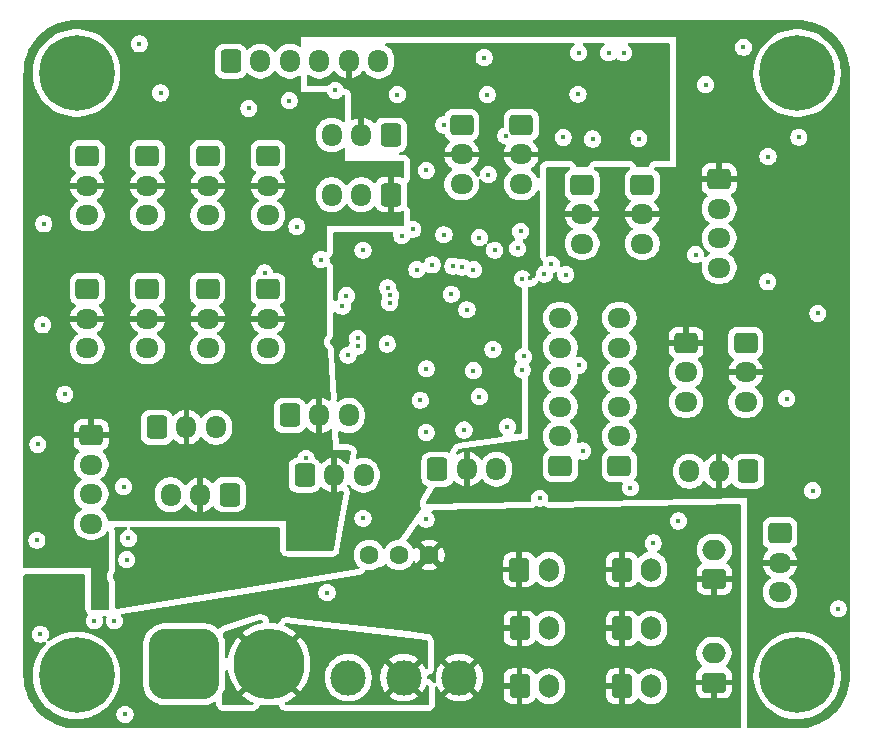
<source format=gbr>
%TF.GenerationSoftware,KiCad,Pcbnew,9.0.0*%
%TF.CreationDate,2025-03-22T22:53:28+01:00*%
%TF.ProjectId,PCB_Aquarium2,5043425f-4171-4756-9172-69756d322e6b,rev?*%
%TF.SameCoordinates,Original*%
%TF.FileFunction,Copper,L3,Inr*%
%TF.FilePolarity,Positive*%
%FSLAX46Y46*%
G04 Gerber Fmt 4.6, Leading zero omitted, Abs format (unit mm)*
G04 Created by KiCad (PCBNEW 9.0.0) date 2025-03-22 22:53:28*
%MOMM*%
%LPD*%
G01*
G04 APERTURE LIST*
G04 Aperture macros list*
%AMRoundRect*
0 Rectangle with rounded corners*
0 $1 Rounding radius*
0 $2 $3 $4 $5 $6 $7 $8 $9 X,Y pos of 4 corners*
0 Add a 4 corners polygon primitive as box body*
4,1,4,$2,$3,$4,$5,$6,$7,$8,$9,$2,$3,0*
0 Add four circle primitives for the rounded corners*
1,1,$1+$1,$2,$3*
1,1,$1+$1,$4,$5*
1,1,$1+$1,$6,$7*
1,1,$1+$1,$8,$9*
0 Add four rect primitives between the rounded corners*
20,1,$1+$1,$2,$3,$4,$5,0*
20,1,$1+$1,$4,$5,$6,$7,0*
20,1,$1+$1,$6,$7,$8,$9,0*
20,1,$1+$1,$8,$9,$2,$3,0*%
G04 Aperture macros list end*
%TA.AperFunction,ComponentPad*%
%ADD10RoundRect,0.250000X-0.725000X0.600000X-0.725000X-0.600000X0.725000X-0.600000X0.725000X0.600000X0*%
%TD*%
%TA.AperFunction,ComponentPad*%
%ADD11O,1.950000X1.700000*%
%TD*%
%TA.AperFunction,ComponentPad*%
%ADD12RoundRect,0.250000X0.750000X-0.600000X0.750000X0.600000X-0.750000X0.600000X-0.750000X-0.600000X0*%
%TD*%
%TA.AperFunction,ComponentPad*%
%ADD13O,2.000000X1.700000*%
%TD*%
%TA.AperFunction,ComponentPad*%
%ADD14RoundRect,0.250000X-0.600000X-0.725000X0.600000X-0.725000X0.600000X0.725000X-0.600000X0.725000X0*%
%TD*%
%TA.AperFunction,ComponentPad*%
%ADD15O,1.700000X1.950000*%
%TD*%
%TA.AperFunction,ComponentPad*%
%ADD16RoundRect,0.250000X0.725000X-0.600000X0.725000X0.600000X-0.725000X0.600000X-0.725000X-0.600000X0*%
%TD*%
%TA.AperFunction,ComponentPad*%
%ADD17C,0.800000*%
%TD*%
%TA.AperFunction,ComponentPad*%
%ADD18C,6.400000*%
%TD*%
%TA.AperFunction,ComponentPad*%
%ADD19RoundRect,0.250000X0.600000X0.725000X-0.600000X0.725000X-0.600000X-0.725000X0.600000X-0.725000X0*%
%TD*%
%TA.AperFunction,ComponentPad*%
%ADD20RoundRect,0.250000X-0.600000X-0.750000X0.600000X-0.750000X0.600000X0.750000X-0.600000X0.750000X0*%
%TD*%
%TA.AperFunction,ComponentPad*%
%ADD21O,1.700000X2.000000*%
%TD*%
%TA.AperFunction,ComponentPad*%
%ADD22C,3.000000*%
%TD*%
%TA.AperFunction,ComponentPad*%
%ADD23RoundRect,1.500000X-1.500000X-1.500000X1.500000X-1.500000X1.500000X1.500000X-1.500000X1.500000X0*%
%TD*%
%TA.AperFunction,ComponentPad*%
%ADD24C,6.000000*%
%TD*%
%TA.AperFunction,ComponentPad*%
%ADD25C,1.600000*%
%TD*%
%TA.AperFunction,ViaPad*%
%ADD26C,0.450000*%
%TD*%
G04 APERTURE END LIST*
D10*
%TO.N,+5V*%
%TO.C,J34*%
X174400000Y-86990000D03*
D11*
%TO.N,GND*%
X174400000Y-89490000D03*
%TO.N,USART3_RX*%
X174400000Y-91990000D03*
%TO.N,USART3_TX*%
X174400000Y-94490000D03*
%TD*%
D10*
%TO.N,+5V*%
%TO.C,J38*%
X121230000Y-108660000D03*
D11*
%TO.N,GND*%
X121230000Y-111160000D03*
%TO.N,USART1_TX*%
X121230000Y-113660000D03*
%TO.N,USART1_RX*%
X121230000Y-116160000D03*
%TD*%
D10*
%TO.N,GND*%
%TO.C,J11*%
X120900000Y-85050000D03*
D11*
%TO.N,+5V*%
X120900000Y-87550000D03*
%TO.N,TIM1_CH3_PWM*%
X120900000Y-90050000D03*
%TD*%
D12*
%TO.N,+12V*%
%TO.C,J4*%
X174000000Y-120870000D03*
D13*
%TO.N,GND*%
X174000000Y-118370000D03*
%TD*%
D10*
%TO.N,GND*%
%TO.C,J25*%
X157650000Y-82400000D03*
D11*
%TO.N,+3.3V*%
X157650000Y-84900000D03*
%TO.N,GPIO_WaterSensor_2*%
X157650000Y-87400000D03*
%TD*%
D10*
%TO.N,+5V*%
%TO.C,J36*%
X171600000Y-100850000D03*
D11*
%TO.N,TIM4_CH1_PWM*%
X171600000Y-103350000D03*
%TO.N,GND*%
X171600000Y-105850000D03*
%TD*%
D14*
%TO.N,GND*%
%TO.C,J19*%
X150550000Y-111550000D03*
D15*
%TO.N,+5V*%
X153050000Y-111550000D03*
%TO.N,TIM3_CH4_PWM*%
X155550000Y-111550000D03*
%TD*%
D16*
%TO.N,GPIO_BTN_1*%
%TO.C,J2*%
X160950000Y-111250000D03*
D11*
%TO.N,GPIO_BTN_2*%
X160950000Y-108750000D03*
%TO.N,GPIO_BTN_3*%
X160950000Y-106250000D03*
%TO.N,GPIO_BTN_4*%
X160950000Y-103750000D03*
%TO.N,GPIO_BTN_5*%
X160950000Y-101250000D03*
%TO.N,GPIO_BTN_6*%
X160950000Y-98750000D03*
%TD*%
D14*
%TO.N,GND*%
%TO.C,J31*%
X126800000Y-108000000D03*
D15*
%TO.N,+5V*%
X129300000Y-108000000D03*
%TO.N,TIM5_CH4_PWM*%
X131800000Y-108000000D03*
%TD*%
D10*
%TO.N,GND*%
%TO.C,J37*%
X162800000Y-87450000D03*
D11*
%TO.N,+5V*%
X162800000Y-89950000D03*
%TO.N,TIM4_CH2_PWM*%
X162800000Y-92450000D03*
%TD*%
D10*
%TO.N,GND*%
%TO.C,J29*%
X167900000Y-87450000D03*
D11*
%TO.N,+5V*%
X167900000Y-89950000D03*
%TO.N,TIM5_CH2_PWM*%
X167900000Y-92450000D03*
%TD*%
D17*
%TO.N,GND*%
%TO.C,H4*%
X117600000Y-129000000D03*
X118302944Y-127302944D03*
X118302944Y-130697056D03*
X120000000Y-126600000D03*
D18*
X120000000Y-129000000D03*
D17*
X120000000Y-131400000D03*
X121697056Y-127302944D03*
X121697056Y-130697056D03*
X122400000Y-129000000D03*
%TD*%
D10*
%TO.N,GND*%
%TO.C,J30*%
X136200000Y-96300000D03*
D11*
%TO.N,+5V*%
X136200000Y-98800000D03*
%TO.N,TIM5_CH3_PWM*%
X136200000Y-101300000D03*
%TD*%
D10*
%TO.N,GND*%
%TO.C,J9*%
X131100000Y-85050000D03*
D11*
%TO.N,+5V*%
X131100000Y-87550000D03*
%TO.N,TIM1_CH1_PWM*%
X131100000Y-90050000D03*
%TD*%
D19*
%TO.N,GND*%
%TO.C,J15*%
X176880000Y-111730000D03*
D15*
%TO.N,+5V*%
X174380000Y-111730000D03*
%TO.N,TIM2_CH3_PWM*%
X171880000Y-111730000D03*
%TD*%
D10*
%TO.N,GND*%
%TO.C,J13*%
X131100000Y-96300000D03*
D11*
%TO.N,+5V*%
X131100000Y-98800000D03*
%TO.N,TIM2_CH2_PWM*%
X131100000Y-101300000D03*
%TD*%
D19*
%TO.N,GND*%
%TO.C,J18*%
X132950000Y-113700000D03*
D15*
%TO.N,+5V*%
X130450000Y-113700000D03*
%TO.N,TIM3_CH2_PWM*%
X127950000Y-113700000D03*
%TD*%
D10*
%TO.N,GND*%
%TO.C,J28*%
X126000000Y-96300000D03*
D11*
%TO.N,+5V*%
X126000000Y-98800000D03*
%TO.N,TIM5_CH1_PWM*%
X126000000Y-101300000D03*
%TD*%
D20*
%TO.N,+12V*%
%TO.C,J22*%
X157500000Y-125020000D03*
D21*
%TO.N,GND*%
X160000000Y-125020000D03*
%TD*%
D12*
%TO.N,+12V*%
%TO.C,J5*%
X173960000Y-129610000D03*
D13*
%TO.N,GND*%
X173960000Y-127110000D03*
%TD*%
D17*
%TO.N,GND*%
%TO.C,H2*%
X117600000Y-78000000D03*
X118302944Y-76302944D03*
X118302944Y-79697056D03*
X120000000Y-75600000D03*
D18*
X120000000Y-78000000D03*
D17*
X120000000Y-80400000D03*
X121697056Y-76302944D03*
X121697056Y-79697056D03*
X122400000Y-78000000D03*
%TD*%
D20*
%TO.N,+12V*%
%TO.C,J20*%
X157490000Y-120040000D03*
D21*
%TO.N,Net-(J20-Pin_2)*%
X159990000Y-120040000D03*
%TD*%
D20*
%TO.N,+12V*%
%TO.C,J32*%
X157500000Y-129920000D03*
D21*
%TO.N,GND*%
X160000000Y-129920000D03*
%TD*%
D22*
%TO.N,+12V*%
%TO.C,SW2*%
X152400000Y-129200000D03*
%TO.N,Net-(J33-Pin_2)*%
X147700000Y-129200000D03*
%TO.N,unconnected-(SW2-C-Pad3)*%
X143000000Y-129200000D03*
%TD*%
D10*
%TO.N,GND*%
%TO.C,J14*%
X179550000Y-116970000D03*
D11*
%TO.N,+5V*%
X179550000Y-119470000D03*
%TO.N,TIM2_CH4_PWM*%
X179550000Y-121970000D03*
%TD*%
D10*
%TO.N,GND*%
%TO.C,J10*%
X126000000Y-85050000D03*
D11*
%TO.N,+5V*%
X126000000Y-87550000D03*
%TO.N,TIM1_CH2_PWM*%
X126000000Y-90050000D03*
%TD*%
D14*
%TO.N,GND*%
%TO.C,J17*%
X139300000Y-112050000D03*
D15*
%TO.N,+5V*%
X141800000Y-112050000D03*
%TO.N,TIM3_CH3_PWM*%
X144300000Y-112050000D03*
%TD*%
D14*
%TO.N,GPIO_D{slash}C*%
%TO.C,J6*%
X133050000Y-77000000D03*
D15*
%TO.N,GPIO_RES*%
X135550000Y-77000000D03*
%TO.N,SPI2_MOSI*%
X138050000Y-77000000D03*
%TO.N,SPI2_SCK*%
X140550000Y-77000000D03*
%TO.N,+3.3V*%
X143050000Y-77000000D03*
%TO.N,GND*%
X145550000Y-77000000D03*
%TD*%
D10*
%TO.N,GND*%
%TO.C,J24*%
X152600000Y-82400000D03*
D11*
%TO.N,+3.3V*%
X152600000Y-84900000D03*
%TO.N,GPIO_WaterSensor_1*%
X152600000Y-87400000D03*
%TD*%
D17*
%TO.N,GND*%
%TO.C,H1*%
X178600000Y-78000000D03*
X179302944Y-76302944D03*
X179302944Y-79697056D03*
X181000000Y-75600000D03*
D18*
X181000000Y-78000000D03*
D17*
X181000000Y-80400000D03*
X182697056Y-76302944D03*
X182697056Y-79697056D03*
X183400000Y-78000000D03*
%TD*%
D23*
%TO.N,GND*%
%TO.C,J33*%
X129100000Y-128050000D03*
D24*
%TO.N,Net-(J33-Pin_2)*%
X136300000Y-128050000D03*
%TD*%
D19*
%TO.N,+5V*%
%TO.C,J27*%
X146600000Y-88300000D03*
D15*
%TO.N,TIM4_CH4_PWM*%
X144100000Y-88300000D03*
%TO.N,GND*%
X141600000Y-88300000D03*
%TD*%
D10*
%TO.N,GND*%
%TO.C,J12*%
X176650000Y-100850000D03*
D11*
%TO.N,+5V*%
X176650000Y-103350000D03*
%TO.N,TIM2_CH1_PWM*%
X176650000Y-105850000D03*
%TD*%
D25*
%TO.N,+12V*%
%TO.C,U2*%
X149850000Y-118800000D03*
%TO.N,GND*%
X147310000Y-118800000D03*
%TO.N,+5V*%
X144770000Y-118800000D03*
%TD*%
D20*
%TO.N,+12V*%
%TO.C,J21*%
X166170000Y-120040000D03*
D21*
%TO.N,Net-(J21-Pin_2)*%
X168670000Y-120040000D03*
%TD*%
D19*
%TO.N,GND*%
%TO.C,J26*%
X146600000Y-83250000D03*
D15*
%TO.N,+3.3V*%
X144100000Y-83250000D03*
%TO.N,GPIO_WaterSensor_3*%
X141600000Y-83250000D03*
%TD*%
D10*
%TO.N,GND*%
%TO.C,J8*%
X120900000Y-96300000D03*
D11*
%TO.N,+5V*%
X120900000Y-98800000D03*
%TO.N,TIM1_CH4_PWM*%
X120900000Y-101300000D03*
%TD*%
D16*
%TO.N,GPIO_SPI_CS_1*%
%TO.C,J7*%
X165950000Y-111250000D03*
D11*
%TO.N,GPIO_SPI_CS_2*%
X165950000Y-108750000D03*
%TO.N,GPIO_SPI_CS_3*%
X165950000Y-106250000D03*
%TO.N,GPIO_SPI_CS_4*%
X165950000Y-103750000D03*
%TO.N,GPIO_SPI_CS_5*%
X165950000Y-101250000D03*
%TO.N,GPIO_SPI_CS_6*%
X165950000Y-98750000D03*
%TD*%
D14*
%TO.N,GND*%
%TO.C,J16*%
X138050000Y-107000000D03*
D15*
%TO.N,+5V*%
X140550000Y-107000000D03*
%TO.N,TIM3_CH1_PWM*%
X143050000Y-107000000D03*
%TD*%
D20*
%TO.N,+12V*%
%TO.C,J3*%
X166150000Y-129920000D03*
D21*
%TO.N,GND*%
X168650000Y-129920000D03*
%TD*%
D20*
%TO.N,+12V*%
%TO.C,J23*%
X166150000Y-125020000D03*
D21*
%TO.N,GND*%
X168650000Y-125020000D03*
%TD*%
D10*
%TO.N,GND*%
%TO.C,J1*%
X136200000Y-85050000D03*
D11*
%TO.N,+5V*%
X136200000Y-87550000D03*
%TO.N,ADC1_IN10_PH*%
X136200000Y-90050000D03*
%TD*%
D17*
%TO.N,GND*%
%TO.C,H3*%
X178600000Y-129000000D03*
X179302944Y-127302944D03*
X179302944Y-130697056D03*
X181000000Y-126600000D03*
D18*
X181000000Y-129000000D03*
D17*
X181000000Y-131400000D03*
X182697056Y-127302944D03*
X182697056Y-130697056D03*
X183400000Y-129000000D03*
%TD*%
D26*
%TO.N,+3.3V*%
X141650000Y-100740000D03*
%TO.N,GND*%
X178540000Y-85080000D03*
X178520000Y-95690000D03*
%TO.N,USART3_RX*%
X172400000Y-93380000D03*
%TO.N,+3.3V*%
X158395958Y-95352608D03*
X153357500Y-106592500D03*
X167590000Y-76300000D03*
X143850000Y-94951000D03*
X123260000Y-120600000D03*
X144050000Y-93900000D03*
X135100000Y-119750000D03*
X144120000Y-102850000D03*
X155100000Y-106700000D03*
%TO.N,SWDIO*%
X155400000Y-93000000D03*
X167600000Y-83550000D03*
%TO.N,UART_DEBUG_TX*%
X151100000Y-91700000D03*
X161200000Y-83450000D03*
%TO.N,NRST*%
X162450000Y-79800000D03*
X142500000Y-97750000D03*
X154760000Y-79830000D03*
X138000000Y-80350000D03*
%TO.N,SWCLK*%
X163695155Y-83595155D03*
X154100000Y-91935648D03*
%TO.N,GND*%
X124390000Y-117400000D03*
X149590000Y-108430000D03*
X142980000Y-101890000D03*
X148471232Y-91228768D03*
X144250000Y-115700000D03*
X141200000Y-122000000D03*
X147528768Y-91771232D03*
X116930000Y-125510000D03*
X141910000Y-79470000D03*
X182750000Y-98350000D03*
X144250000Y-93000000D03*
X154500000Y-76700000D03*
X149590000Y-115770000D03*
X117140000Y-99330000D03*
X156480000Y-107960000D03*
X124250000Y-119210000D03*
X119000000Y-105190000D03*
X157750000Y-95425000D03*
X121500000Y-124387500D03*
X154100000Y-105410000D03*
X170940000Y-115930000D03*
X134580000Y-80990000D03*
X123970000Y-113020000D03*
X181150000Y-83430000D03*
X166320000Y-76300000D03*
X135920000Y-94940000D03*
X151100000Y-82400000D03*
X152800000Y-108225000D03*
X116640000Y-117560000D03*
X165050000Y-76300000D03*
X125300000Y-75540000D03*
X184480000Y-123370000D03*
X140690000Y-93800000D03*
X162510000Y-76300000D03*
X124100000Y-132310000D03*
X117230000Y-90780000D03*
X139420000Y-110630000D03*
X142850000Y-96850000D03*
X182320000Y-113370000D03*
X123200000Y-124387500D03*
X157340000Y-92840000D03*
X156350000Y-83310000D03*
X176460000Y-75820000D03*
X180110000Y-105580000D03*
X127110000Y-79690000D03*
X168820000Y-117800000D03*
X116710000Y-109440000D03*
X173250000Y-78990000D03*
%TO.N,USART3_TX*%
X157593685Y-91393685D03*
%TO.N,USART3_RX*%
X161425735Y-95075735D03*
X159600472Y-95026914D03*
X152645140Y-94438068D03*
%TO.N,USART1_TX*%
X149600000Y-103050000D03*
%TO.N,TIM2_CH1_PWM*%
X166880000Y-113130000D03*
%TO.N,TIM2_CH2_PWM*%
X146290000Y-100950000D03*
%TO.N,TIM2_CH3_PWM*%
X162850000Y-110000000D03*
X153600000Y-103200000D03*
%TO.N,TIM2_CH4_PWM*%
X157723735Y-103125025D03*
%TO.N,GPIO_WaterSensor_2*%
X154850000Y-86600000D03*
X149600000Y-86250000D03*
%TO.N,GPIO_WaterSensor_1*%
X150100000Y-94250000D03*
%TO.N,TIM5_CH1_PWM*%
X143800000Y-100475000D03*
%TO.N,TIM5_CH2_PWM*%
X151850000Y-94350000D03*
%TO.N,ADC1_IN10_PH*%
X146570523Y-96801451D03*
X138650000Y-91010000D03*
%TO.N,TIM5_CH3_PWM*%
X143800000Y-101125003D03*
%TO.N,GPIO_PUMP_1*%
X159200000Y-114000000D03*
X149100000Y-105700000D03*
%TO.N,SPI2_SCK*%
X155250000Y-101400000D03*
X147150000Y-79825000D03*
X153048528Y-98050000D03*
X151724265Y-96725735D03*
%TO.N,SPI2_MOSI*%
X148800000Y-94650000D03*
%TO.N,GPIO_RES*%
X146350000Y-96190000D03*
%TO.N,GPIO_SPI_CS_6*%
X162500000Y-102750000D03*
X146500000Y-97450000D03*
%TO.N,GPIO_SPI_CS_1*%
X157848000Y-102000000D03*
%TO.N,GPIO_SPI_CS_3*%
X153600000Y-94650000D03*
%TO.N,GPIO_SPI_CS_5*%
X160200472Y-94201000D03*
%TO.N,+5V*%
X121700000Y-120590000D03*
X140900000Y-116200000D03*
%TO.N,+12V*%
X119950000Y-120600000D03*
%TD*%
%TA.AperFunction,Conductor*%
%TO.N,+3.3V*%
G36*
X162126284Y-75475185D02*
G01*
X162172039Y-75527989D01*
X162181983Y-75597147D01*
X162152958Y-75660703D01*
X162128136Y-75682602D01*
X162047521Y-75736467D01*
X162047517Y-75736470D01*
X161946470Y-75837517D01*
X161946467Y-75837521D01*
X161867074Y-75956340D01*
X161867069Y-75956349D01*
X161812381Y-76088379D01*
X161812379Y-76088385D01*
X161784500Y-76228542D01*
X161784500Y-76228545D01*
X161784500Y-76371455D01*
X161784500Y-76371457D01*
X161784499Y-76371457D01*
X161812379Y-76511614D01*
X161812381Y-76511620D01*
X161867069Y-76643650D01*
X161867074Y-76643659D01*
X161946467Y-76762478D01*
X161946470Y-76762482D01*
X162047517Y-76863529D01*
X162047521Y-76863532D01*
X162166340Y-76942925D01*
X162166346Y-76942928D01*
X162166347Y-76942929D01*
X162298380Y-76997619D01*
X162298384Y-76997619D01*
X162298385Y-76997620D01*
X162438542Y-77025500D01*
X162438545Y-77025500D01*
X162581457Y-77025500D01*
X162675751Y-77006742D01*
X162721620Y-76997619D01*
X162853653Y-76942929D01*
X162972479Y-76863532D01*
X163073532Y-76762479D01*
X163152929Y-76643653D01*
X163207619Y-76511620D01*
X163235500Y-76371455D01*
X163235500Y-76228545D01*
X163235500Y-76228542D01*
X163207620Y-76088385D01*
X163207619Y-76088384D01*
X163207619Y-76088380D01*
X163152929Y-75956347D01*
X163152928Y-75956346D01*
X163152925Y-75956340D01*
X163073532Y-75837521D01*
X163073529Y-75837517D01*
X162972482Y-75736470D01*
X162972478Y-75736467D01*
X162891864Y-75682602D01*
X162847059Y-75628990D01*
X162838352Y-75559665D01*
X162868507Y-75496637D01*
X162927950Y-75459918D01*
X162960755Y-75455500D01*
X164599245Y-75455500D01*
X164666284Y-75475185D01*
X164712039Y-75527989D01*
X164721983Y-75597147D01*
X164692958Y-75660703D01*
X164668136Y-75682602D01*
X164587521Y-75736467D01*
X164587517Y-75736470D01*
X164486470Y-75837517D01*
X164486467Y-75837521D01*
X164407074Y-75956340D01*
X164407069Y-75956349D01*
X164352381Y-76088379D01*
X164352379Y-76088385D01*
X164324500Y-76228542D01*
X164324500Y-76228545D01*
X164324500Y-76371455D01*
X164324500Y-76371457D01*
X164324499Y-76371457D01*
X164352379Y-76511614D01*
X164352381Y-76511620D01*
X164407069Y-76643650D01*
X164407074Y-76643659D01*
X164486467Y-76762478D01*
X164486470Y-76762482D01*
X164587517Y-76863529D01*
X164587521Y-76863532D01*
X164706340Y-76942925D01*
X164706346Y-76942928D01*
X164706347Y-76942929D01*
X164838380Y-76997619D01*
X164838384Y-76997619D01*
X164838385Y-76997620D01*
X164978542Y-77025500D01*
X164978545Y-77025500D01*
X165121457Y-77025500D01*
X165215751Y-77006742D01*
X165261620Y-76997619D01*
X165393653Y-76942929D01*
X165512479Y-76863532D01*
X165512482Y-76863529D01*
X165597319Y-76778693D01*
X165658642Y-76745208D01*
X165728334Y-76750192D01*
X165772681Y-76778693D01*
X165857517Y-76863529D01*
X165857521Y-76863532D01*
X165976340Y-76942925D01*
X165976346Y-76942928D01*
X165976347Y-76942929D01*
X166108380Y-76997619D01*
X166108384Y-76997619D01*
X166108385Y-76997620D01*
X166248542Y-77025500D01*
X166248545Y-77025500D01*
X166391457Y-77025500D01*
X166485751Y-77006742D01*
X166531620Y-76997619D01*
X166663653Y-76942929D01*
X166782479Y-76863532D01*
X166883532Y-76762479D01*
X166962929Y-76643653D01*
X167017619Y-76511620D01*
X167045500Y-76371455D01*
X167045500Y-76228545D01*
X167045500Y-76228542D01*
X167017620Y-76088385D01*
X167017619Y-76088384D01*
X167017619Y-76088380D01*
X166962929Y-75956347D01*
X166962928Y-75956346D01*
X166962925Y-75956340D01*
X166883532Y-75837521D01*
X166883529Y-75837517D01*
X166782482Y-75736470D01*
X166782478Y-75736467D01*
X166701864Y-75682602D01*
X166657059Y-75628990D01*
X166648352Y-75559665D01*
X166678507Y-75496637D01*
X166737950Y-75459918D01*
X166770755Y-75455500D01*
X170110500Y-75455500D01*
X170177539Y-75475185D01*
X170223294Y-75527989D01*
X170234500Y-75579500D01*
X170234500Y-85320500D01*
X170214815Y-85387539D01*
X170162011Y-85433294D01*
X170110500Y-85444500D01*
X169032689Y-85444500D01*
X168956136Y-85450331D01*
X168956126Y-85450332D01*
X168919020Y-85456018D01*
X168918987Y-85456024D01*
X168844198Y-85473385D01*
X168844192Y-85473387D01*
X168714452Y-85535566D01*
X168714443Y-85535572D01*
X168656379Y-85574425D01*
X168549407Y-85670641D01*
X168473868Y-85793109D01*
X168473867Y-85793111D01*
X168448990Y-85850366D01*
X168448983Y-85850384D01*
X168446029Y-85857184D01*
X168446025Y-85857192D01*
X168444344Y-85863332D01*
X168442737Y-85867821D01*
X168424861Y-85892357D01*
X168408925Y-85918194D01*
X168404490Y-85920319D01*
X168401595Y-85924294D01*
X168373285Y-85935273D01*
X168345917Y-85948390D01*
X168337769Y-85949048D01*
X168336454Y-85949559D01*
X168335035Y-85949269D01*
X168326002Y-85950000D01*
X167473113Y-85950000D01*
X167406074Y-85930315D01*
X167360319Y-85877511D01*
X167354136Y-85860935D01*
X167349013Y-85843488D01*
X167339913Y-85812496D01*
X167262125Y-85691457D01*
X167244088Y-85670641D01*
X167216376Y-85638659D01*
X167216372Y-85638656D01*
X167216370Y-85638653D01*
X167107636Y-85544433D01*
X167107633Y-85544431D01*
X167107631Y-85544430D01*
X166976765Y-85484664D01*
X166976760Y-85484662D01*
X166976759Y-85484662D01*
X166909720Y-85464977D01*
X166909722Y-85464977D01*
X166909717Y-85464976D01*
X166847452Y-85456024D01*
X166767300Y-85444500D01*
X163932700Y-85444500D01*
X163932689Y-85444500D01*
X163856136Y-85450331D01*
X163856126Y-85450332D01*
X163819020Y-85456018D01*
X163818987Y-85456024D01*
X163744198Y-85473385D01*
X163744192Y-85473387D01*
X163614452Y-85535566D01*
X163614443Y-85535572D01*
X163556379Y-85574425D01*
X163449407Y-85670641D01*
X163373868Y-85793109D01*
X163373867Y-85793111D01*
X163348990Y-85850366D01*
X163348983Y-85850384D01*
X163346029Y-85857184D01*
X163346025Y-85857192D01*
X163344344Y-85863332D01*
X163342737Y-85867821D01*
X163324861Y-85892357D01*
X163308925Y-85918194D01*
X163304490Y-85920319D01*
X163301595Y-85924294D01*
X163273285Y-85935273D01*
X163245917Y-85948390D01*
X163237769Y-85949048D01*
X163236454Y-85949559D01*
X163235035Y-85949269D01*
X163226002Y-85950000D01*
X162373113Y-85950000D01*
X162306074Y-85930315D01*
X162260319Y-85877511D01*
X162254136Y-85860935D01*
X162249013Y-85843488D01*
X162239913Y-85812496D01*
X162162125Y-85691457D01*
X162144088Y-85670641D01*
X162116376Y-85638659D01*
X162116372Y-85638656D01*
X162116370Y-85638653D01*
X162007636Y-85544433D01*
X162007633Y-85544431D01*
X162007631Y-85544430D01*
X161876765Y-85484664D01*
X161876760Y-85484662D01*
X161876759Y-85484662D01*
X161809720Y-85464977D01*
X161809722Y-85464977D01*
X161809717Y-85464976D01*
X161747452Y-85456024D01*
X161667300Y-85444500D01*
X159864000Y-85444500D01*
X159863991Y-85444500D01*
X159863990Y-85444501D01*
X159756549Y-85456052D01*
X159756537Y-85456054D01*
X159705027Y-85467260D01*
X159602502Y-85501383D01*
X159602496Y-85501386D01*
X159481462Y-85579171D01*
X159481451Y-85579179D01*
X159428659Y-85624923D01*
X159334433Y-85733664D01*
X159334430Y-85733668D01*
X159274664Y-85864534D01*
X159254976Y-85931582D01*
X159251311Y-85957074D01*
X159239133Y-86041780D01*
X159234500Y-86074001D01*
X159234500Y-86773201D01*
X159214815Y-86840240D01*
X159162011Y-86885995D01*
X159092853Y-86895939D01*
X159029297Y-86866914D01*
X159000015Y-86829496D01*
X158983350Y-86796789D01*
X158930051Y-86692184D01*
X158903358Y-86655444D01*
X158805109Y-86520213D01*
X158654790Y-86369894D01*
X158654785Y-86369890D01*
X158489781Y-86250008D01*
X158447115Y-86194678D01*
X158441136Y-86125065D01*
X158473741Y-86063270D01*
X158489781Y-86049371D01*
X158654466Y-85929721D01*
X158804723Y-85779464D01*
X158804727Y-85779459D01*
X158929620Y-85607557D01*
X159026095Y-85418217D01*
X159091757Y-85216129D01*
X159091757Y-85216126D01*
X159102231Y-85150000D01*
X158054146Y-85150000D01*
X158092630Y-85083343D01*
X158125000Y-84962535D01*
X158125000Y-84837465D01*
X158092630Y-84716657D01*
X158054146Y-84650000D01*
X159102231Y-84650000D01*
X159091757Y-84583873D01*
X159091757Y-84583870D01*
X159026095Y-84381782D01*
X158929620Y-84192442D01*
X158804727Y-84020540D01*
X158804723Y-84020535D01*
X158665856Y-83881668D01*
X158632371Y-83820345D01*
X158637355Y-83750653D01*
X158679227Y-83694720D01*
X158688441Y-83688448D01*
X158694331Y-83684814D01*
X158694334Y-83684814D01*
X158843656Y-83592712D01*
X158914911Y-83521457D01*
X160474499Y-83521457D01*
X160502379Y-83661614D01*
X160502381Y-83661620D01*
X160557069Y-83793650D01*
X160557074Y-83793659D01*
X160636467Y-83912478D01*
X160636470Y-83912482D01*
X160737517Y-84013529D01*
X160737521Y-84013532D01*
X160856340Y-84092925D01*
X160856346Y-84092928D01*
X160856347Y-84092929D01*
X160988380Y-84147619D01*
X160988384Y-84147619D01*
X160988385Y-84147620D01*
X161128542Y-84175500D01*
X161128545Y-84175500D01*
X161271457Y-84175500D01*
X161365751Y-84156742D01*
X161411620Y-84147619D01*
X161543653Y-84092929D01*
X161662479Y-84013532D01*
X161763532Y-83912479D01*
X161842929Y-83793653D01*
X161895551Y-83666612D01*
X162969654Y-83666612D01*
X162997534Y-83806769D01*
X162997536Y-83806775D01*
X163052224Y-83938805D01*
X163052229Y-83938814D01*
X163131622Y-84057633D01*
X163131625Y-84057637D01*
X163232672Y-84158684D01*
X163232676Y-84158687D01*
X163351495Y-84238080D01*
X163351504Y-84238085D01*
X163355664Y-84239808D01*
X163483535Y-84292774D01*
X163483539Y-84292774D01*
X163483540Y-84292775D01*
X163623697Y-84320655D01*
X163623700Y-84320655D01*
X163766612Y-84320655D01*
X163860906Y-84301897D01*
X163906775Y-84292774D01*
X164038808Y-84238084D01*
X164157634Y-84158687D01*
X164258687Y-84057634D01*
X164338084Y-83938808D01*
X164392774Y-83806775D01*
X164409040Y-83725000D01*
X164420655Y-83666612D01*
X164420655Y-83621457D01*
X166874499Y-83621457D01*
X166902379Y-83761614D01*
X166902381Y-83761620D01*
X166957069Y-83893650D01*
X166957074Y-83893659D01*
X167036467Y-84012478D01*
X167036470Y-84012482D01*
X167137517Y-84113529D01*
X167137521Y-84113532D01*
X167256340Y-84192925D01*
X167256349Y-84192930D01*
X167267240Y-84197441D01*
X167388380Y-84247619D01*
X167388384Y-84247619D01*
X167388385Y-84247620D01*
X167528542Y-84275500D01*
X167528545Y-84275500D01*
X167671457Y-84275500D01*
X167775977Y-84254709D01*
X167811620Y-84247619D01*
X167943653Y-84192929D01*
X168062479Y-84113532D01*
X168163532Y-84012479D01*
X168242929Y-83893653D01*
X168297619Y-83761620D01*
X168306742Y-83715751D01*
X168325500Y-83621457D01*
X168325500Y-83478542D01*
X168297620Y-83338385D01*
X168297619Y-83338384D01*
X168297619Y-83338380D01*
X168252857Y-83230315D01*
X168242930Y-83206349D01*
X168242925Y-83206340D01*
X168163532Y-83087521D01*
X168163529Y-83087517D01*
X168062482Y-82986470D01*
X168062478Y-82986467D01*
X167943659Y-82907074D01*
X167943650Y-82907069D01*
X167811620Y-82852381D01*
X167811614Y-82852379D01*
X167671457Y-82824500D01*
X167671455Y-82824500D01*
X167528545Y-82824500D01*
X167528543Y-82824500D01*
X167388385Y-82852379D01*
X167388379Y-82852381D01*
X167256349Y-82907069D01*
X167256340Y-82907074D01*
X167137521Y-82986467D01*
X167137517Y-82986470D01*
X167036470Y-83087517D01*
X167036467Y-83087521D01*
X166957074Y-83206340D01*
X166957069Y-83206349D01*
X166902381Y-83338379D01*
X166902379Y-83338385D01*
X166874500Y-83478542D01*
X166874500Y-83478545D01*
X166874500Y-83621455D01*
X166874500Y-83621457D01*
X166874499Y-83621457D01*
X164420655Y-83621457D01*
X164420655Y-83523697D01*
X164420654Y-83523695D01*
X164415274Y-83496644D01*
X164392775Y-83383540D01*
X164392774Y-83383539D01*
X164392774Y-83383535D01*
X164338084Y-83251502D01*
X164338083Y-83251501D01*
X164338080Y-83251495D01*
X164258687Y-83132676D01*
X164258684Y-83132672D01*
X164157637Y-83031625D01*
X164157633Y-83031622D01*
X164038814Y-82952229D01*
X164038805Y-82952224D01*
X163906775Y-82897536D01*
X163906769Y-82897534D01*
X163766612Y-82869655D01*
X163766610Y-82869655D01*
X163623700Y-82869655D01*
X163623698Y-82869655D01*
X163483540Y-82897534D01*
X163483534Y-82897536D01*
X163351504Y-82952224D01*
X163351495Y-82952229D01*
X163232676Y-83031622D01*
X163232672Y-83031625D01*
X163131625Y-83132672D01*
X163131622Y-83132676D01*
X163052229Y-83251495D01*
X163052224Y-83251504D01*
X162997536Y-83383534D01*
X162997534Y-83383540D01*
X162969655Y-83523697D01*
X162969655Y-83523700D01*
X162969655Y-83666610D01*
X162969655Y-83666612D01*
X162969654Y-83666612D01*
X161895551Y-83666612D01*
X161897619Y-83661620D01*
X161922963Y-83534209D01*
X161925500Y-83521457D01*
X161925500Y-83378542D01*
X161897620Y-83238385D01*
X161897619Y-83238384D01*
X161897619Y-83238380D01*
X161851070Y-83126000D01*
X161842930Y-83106349D01*
X161842925Y-83106340D01*
X161763532Y-82987521D01*
X161763529Y-82987517D01*
X161662482Y-82886470D01*
X161662478Y-82886467D01*
X161543659Y-82807074D01*
X161543650Y-82807069D01*
X161411620Y-82752381D01*
X161411614Y-82752379D01*
X161271457Y-82724500D01*
X161271455Y-82724500D01*
X161128545Y-82724500D01*
X161128543Y-82724500D01*
X160988385Y-82752379D01*
X160988379Y-82752381D01*
X160856349Y-82807069D01*
X160856340Y-82807074D01*
X160737521Y-82886467D01*
X160737517Y-82886470D01*
X160636470Y-82987517D01*
X160636467Y-82987521D01*
X160557074Y-83106340D01*
X160557069Y-83106349D01*
X160502381Y-83238379D01*
X160502379Y-83238385D01*
X160474500Y-83378542D01*
X160474500Y-83378545D01*
X160474500Y-83521455D01*
X160474500Y-83521457D01*
X160474499Y-83521457D01*
X158914911Y-83521457D01*
X158967712Y-83468656D01*
X159059814Y-83319334D01*
X159114999Y-83152797D01*
X159125500Y-83050009D01*
X159125499Y-81749992D01*
X159120635Y-81702381D01*
X159114999Y-81647203D01*
X159114998Y-81647200D01*
X159095879Y-81589504D01*
X159059814Y-81480666D01*
X158967712Y-81331344D01*
X158843656Y-81207288D01*
X158694334Y-81115186D01*
X158527797Y-81060001D01*
X158527795Y-81060000D01*
X158425010Y-81049500D01*
X156874998Y-81049500D01*
X156874981Y-81049501D01*
X156772203Y-81060000D01*
X156772200Y-81060001D01*
X156605668Y-81115185D01*
X156605663Y-81115187D01*
X156456342Y-81207289D01*
X156332289Y-81331342D01*
X156240187Y-81480663D01*
X156240186Y-81480666D01*
X156185001Y-81647203D01*
X156185001Y-81647204D01*
X156185000Y-81647204D01*
X156174500Y-81749983D01*
X156174500Y-82514565D01*
X156154815Y-82581604D01*
X156102011Y-82627359D01*
X156097953Y-82629126D01*
X156006350Y-82667069D01*
X156006340Y-82667074D01*
X155887521Y-82746467D01*
X155887517Y-82746470D01*
X155786470Y-82847517D01*
X155786467Y-82847521D01*
X155707074Y-82966340D01*
X155707069Y-82966349D01*
X155652381Y-83098379D01*
X155652379Y-83098385D01*
X155624500Y-83238542D01*
X155624500Y-83238545D01*
X155624500Y-83381455D01*
X155624500Y-83381457D01*
X155624499Y-83381457D01*
X155652379Y-83521614D01*
X155652381Y-83521620D01*
X155707069Y-83653650D01*
X155707074Y-83653659D01*
X155786467Y-83772478D01*
X155786470Y-83772482D01*
X155887517Y-83873529D01*
X155887521Y-83873532D01*
X156006340Y-83952925D01*
X156006346Y-83952928D01*
X156006347Y-83952929D01*
X156138380Y-84007619D01*
X156203312Y-84020535D01*
X156273873Y-84034571D01*
X156335784Y-84066956D01*
X156370358Y-84127672D01*
X156366619Y-84197441D01*
X156360167Y-84212483D01*
X156273904Y-84381782D01*
X156208242Y-84583870D01*
X156208242Y-84583873D01*
X156197769Y-84650000D01*
X157245854Y-84650000D01*
X157207370Y-84716657D01*
X157175000Y-84837465D01*
X157175000Y-84962535D01*
X157207370Y-85083343D01*
X157245854Y-85150000D01*
X156197769Y-85150000D01*
X156208242Y-85216126D01*
X156208242Y-85216129D01*
X156273904Y-85418217D01*
X156370379Y-85607557D01*
X156495272Y-85779459D01*
X156495276Y-85779464D01*
X156645535Y-85929723D01*
X156645540Y-85929727D01*
X156810218Y-86049372D01*
X156852884Y-86104701D01*
X156858863Y-86174315D01*
X156826258Y-86236110D01*
X156810218Y-86250008D01*
X156645214Y-86369890D01*
X156645209Y-86369894D01*
X156494890Y-86520213D01*
X156369951Y-86692179D01*
X156273444Y-86881585D01*
X156207753Y-87083760D01*
X156174500Y-87293713D01*
X156174500Y-87506286D01*
X156195258Y-87637351D01*
X156207754Y-87716243D01*
X156260770Y-87879410D01*
X156273444Y-87918414D01*
X156369951Y-88107820D01*
X156494890Y-88279786D01*
X156645213Y-88430109D01*
X156817179Y-88555048D01*
X156817181Y-88555049D01*
X156817184Y-88555051D01*
X157006588Y-88651557D01*
X157208757Y-88717246D01*
X157418713Y-88750500D01*
X157418714Y-88750500D01*
X157881286Y-88750500D01*
X157881287Y-88750500D01*
X158091243Y-88717246D01*
X158293412Y-88651557D01*
X158482816Y-88555051D01*
X158504789Y-88539086D01*
X158654786Y-88430109D01*
X158654788Y-88430106D01*
X158654792Y-88430104D01*
X158805104Y-88279792D01*
X158805106Y-88279788D01*
X158805109Y-88279786D01*
X158930048Y-88107820D01*
X158930047Y-88107820D01*
X158930051Y-88107816D01*
X159000015Y-87970502D01*
X159047989Y-87919707D01*
X159115810Y-87902912D01*
X159181945Y-87925449D01*
X159225397Y-87980164D01*
X159234500Y-88026798D01*
X159234500Y-93420879D01*
X159238440Y-93483874D01*
X159238440Y-93483877D01*
X159242289Y-93514517D01*
X159242294Y-93514547D01*
X159254051Y-93576550D01*
X159254054Y-93576561D01*
X159279383Y-93637710D01*
X159309112Y-93709483D01*
X159309115Y-93709488D01*
X159327483Y-93740447D01*
X159344764Y-93769572D01*
X159358381Y-93786470D01*
X159429347Y-93874536D01*
X159435040Y-93881600D01*
X159446711Y-93889703D01*
X159455404Y-93900491D01*
X159467276Y-93907637D01*
X159476894Y-93927158D01*
X159490550Y-93944104D01*
X159492668Y-93959174D01*
X159498156Y-93970312D01*
X159497845Y-93996005D01*
X159499193Y-94005591D01*
X159498609Y-94010712D01*
X159474972Y-94129545D01*
X159474972Y-94218241D01*
X159474175Y-94225239D01*
X159463225Y-94251208D01*
X159455287Y-94278245D01*
X159449835Y-94282969D01*
X159447031Y-94289620D01*
X159423775Y-94305549D01*
X159402483Y-94324000D01*
X159392757Y-94327677D01*
X159389505Y-94329024D01*
X159389388Y-94329105D01*
X159389305Y-94329107D01*
X159256821Y-94383983D01*
X159256812Y-94383988D01*
X159137993Y-94463381D01*
X159137989Y-94463384D01*
X159036942Y-94564431D01*
X159036939Y-94564435D01*
X158957546Y-94683254D01*
X158957541Y-94683263D01*
X158902853Y-94815293D01*
X158902851Y-94815299D01*
X158874972Y-94955456D01*
X158874972Y-95098371D01*
X158875231Y-95101002D01*
X158874972Y-95102367D01*
X158874972Y-95104461D01*
X158874575Y-95104461D01*
X158862211Y-95169648D01*
X158832754Y-95207106D01*
X158821106Y-95217138D01*
X158792277Y-95231580D01*
X158686999Y-95329651D01*
X158681750Y-95336167D01*
X158681211Y-95336579D01*
X158679087Y-95339467D01*
X158670543Y-95346827D01*
X158659670Y-95351753D01*
X158627701Y-95376112D01*
X158558054Y-95381689D01*
X158496449Y-95348726D01*
X158462444Y-95287690D01*
X158461765Y-95284494D01*
X158447649Y-95213532D01*
X158447619Y-95213380D01*
X158392929Y-95081347D01*
X158392928Y-95081346D01*
X158392925Y-95081340D01*
X158313532Y-94962521D01*
X158313529Y-94962517D01*
X158212482Y-94861470D01*
X158212478Y-94861467D01*
X158093659Y-94782074D01*
X158093650Y-94782069D01*
X157961620Y-94727381D01*
X157961614Y-94727379D01*
X157821457Y-94699500D01*
X157821455Y-94699500D01*
X157678545Y-94699500D01*
X157678543Y-94699500D01*
X157538385Y-94727379D01*
X157538379Y-94727381D01*
X157406349Y-94782069D01*
X157406340Y-94782074D01*
X157287521Y-94861467D01*
X157287517Y-94861470D01*
X157186470Y-94962517D01*
X157186467Y-94962521D01*
X157107074Y-95081340D01*
X157107069Y-95081349D01*
X157052381Y-95213379D01*
X157052379Y-95213385D01*
X157024500Y-95353542D01*
X157024500Y-95353545D01*
X157024500Y-95496455D01*
X157024500Y-95496457D01*
X157024499Y-95496457D01*
X157052379Y-95636614D01*
X157052381Y-95636620D01*
X157107069Y-95768650D01*
X157107074Y-95768659D01*
X157186467Y-95887478D01*
X157186470Y-95887482D01*
X157287517Y-95988529D01*
X157287521Y-95988532D01*
X157406340Y-96067925D01*
X157406346Y-96067928D01*
X157406347Y-96067929D01*
X157538380Y-96122619D01*
X157597848Y-96134448D01*
X157634691Y-96141777D01*
X157696602Y-96174162D01*
X157731176Y-96234877D01*
X157734500Y-96263394D01*
X157734500Y-101181099D01*
X157714815Y-101248138D01*
X157662011Y-101293893D01*
X157642124Y-101300316D01*
X157642214Y-101300611D01*
X157636381Y-101302380D01*
X157504349Y-101357069D01*
X157504340Y-101357074D01*
X157385521Y-101436467D01*
X157385517Y-101436470D01*
X157284470Y-101537517D01*
X157284467Y-101537521D01*
X157205074Y-101656340D01*
X157205069Y-101656349D01*
X157150381Y-101788379D01*
X157150379Y-101788385D01*
X157122500Y-101928542D01*
X157122500Y-101928545D01*
X157122500Y-102071455D01*
X157122500Y-102071457D01*
X157122499Y-102071457D01*
X157150379Y-102211614D01*
X157150381Y-102211620D01*
X157205069Y-102343650D01*
X157205074Y-102343659D01*
X157258292Y-102423304D01*
X157279170Y-102489981D01*
X157260686Y-102557361D01*
X157242872Y-102579876D01*
X157160202Y-102662546D01*
X157080809Y-102781365D01*
X157080804Y-102781374D01*
X157026116Y-102913404D01*
X157026114Y-102913410D01*
X156998235Y-103053567D01*
X156998235Y-103053570D01*
X156998235Y-103196480D01*
X156998235Y-103196482D01*
X156998234Y-103196482D01*
X157026114Y-103336639D01*
X157026116Y-103336645D01*
X157080804Y-103468675D01*
X157080809Y-103468684D01*
X157160202Y-103587503D01*
X157160205Y-103587507D01*
X157261252Y-103688554D01*
X157261256Y-103688557D01*
X157380075Y-103767950D01*
X157380084Y-103767955D01*
X157409993Y-103780343D01*
X157512115Y-103822644D01*
X157634691Y-103847026D01*
X157696602Y-103879410D01*
X157731176Y-103940126D01*
X157734500Y-103968643D01*
X157734500Y-108409939D01*
X157714815Y-108476978D01*
X157662011Y-108522733D01*
X157629355Y-108532497D01*
X157172986Y-108602707D01*
X157103733Y-108593445D01*
X157050481Y-108548213D01*
X157030137Y-108481370D01*
X157049160Y-108414140D01*
X157050986Y-108411322D01*
X157122929Y-108303653D01*
X157177619Y-108171620D01*
X157205500Y-108031455D01*
X157205500Y-107888545D01*
X157205500Y-107888542D01*
X157177620Y-107748385D01*
X157177619Y-107748384D01*
X157177619Y-107748380D01*
X157122929Y-107616347D01*
X157122928Y-107616346D01*
X157122925Y-107616340D01*
X157043532Y-107497521D01*
X157043529Y-107497517D01*
X156942482Y-107396470D01*
X156942478Y-107396467D01*
X156823659Y-107317074D01*
X156823650Y-107317069D01*
X156691620Y-107262381D01*
X156691614Y-107262379D01*
X156551457Y-107234500D01*
X156551455Y-107234500D01*
X156408545Y-107234500D01*
X156408543Y-107234500D01*
X156268385Y-107262379D01*
X156268379Y-107262381D01*
X156136349Y-107317069D01*
X156136340Y-107317074D01*
X156017521Y-107396467D01*
X156017517Y-107396470D01*
X155916470Y-107497517D01*
X155916467Y-107497521D01*
X155837074Y-107616340D01*
X155837069Y-107616349D01*
X155782381Y-107748379D01*
X155782379Y-107748385D01*
X155754500Y-107888542D01*
X155754500Y-107888545D01*
X155754500Y-108031455D01*
X155754500Y-108031457D01*
X155754499Y-108031457D01*
X155782379Y-108171614D01*
X155782381Y-108171620D01*
X155837069Y-108303650D01*
X155837074Y-108303659D01*
X155916467Y-108422478D01*
X155916470Y-108422482D01*
X156017517Y-108523529D01*
X156017521Y-108523532D01*
X156064936Y-108555214D01*
X156109741Y-108608826D01*
X156118448Y-108678151D01*
X156088294Y-108741178D01*
X156028851Y-108777898D01*
X156014900Y-108780874D01*
X152275711Y-109356134D01*
X152275691Y-109356138D01*
X152202089Y-109373175D01*
X152202080Y-109373177D01*
X152202079Y-109373178D01*
X152182476Y-109379291D01*
X152166773Y-109384188D01*
X152096542Y-109412003D01*
X152096541Y-109412004D01*
X151977368Y-109492610D01*
X151977364Y-109492613D01*
X151925640Y-109539606D01*
X151834007Y-109650521D01*
X151705051Y-109861952D01*
X151656251Y-109967751D01*
X151638573Y-110021696D01*
X151633135Y-110048357D01*
X151600449Y-110110109D01*
X151539565Y-110144387D01*
X151472633Y-110141279D01*
X151412339Y-110121299D01*
X151302797Y-110085001D01*
X151302795Y-110085000D01*
X151200010Y-110074500D01*
X149899998Y-110074500D01*
X149899981Y-110074501D01*
X149797203Y-110085000D01*
X149797200Y-110085001D01*
X149630668Y-110140185D01*
X149630663Y-110140187D01*
X149481342Y-110232289D01*
X149357289Y-110356342D01*
X149265187Y-110505663D01*
X149265185Y-110505668D01*
X149244986Y-110566625D01*
X149210001Y-110672203D01*
X149210001Y-110672204D01*
X149210000Y-110672204D01*
X149199500Y-110774983D01*
X149199500Y-112325001D01*
X149199501Y-112325018D01*
X149210000Y-112427796D01*
X149210001Y-112427799D01*
X149265185Y-112594331D01*
X149265186Y-112594334D01*
X149357288Y-112743656D01*
X149481344Y-112867712D01*
X149630666Y-112959814D01*
X149636396Y-112961713D01*
X149693839Y-113001483D01*
X149720664Y-113065998D01*
X149708350Y-113134774D01*
X149703255Y-113143986D01*
X149136366Y-114073428D01*
X149090463Y-114170644D01*
X149090456Y-114170663D01*
X149073242Y-114220175D01*
X149048937Y-114324886D01*
X149051994Y-114468735D01*
X149063404Y-114537661D01*
X149063406Y-114537671D01*
X149106866Y-114674830D01*
X149173933Y-114774467D01*
X149195038Y-114841073D01*
X149176782Y-114908516D01*
X149171751Y-114916086D01*
X147351761Y-117447878D01*
X147296647Y-117490822D01*
X147251076Y-117499500D01*
X147207648Y-117499500D01*
X147183329Y-117503351D01*
X147005465Y-117531522D01*
X146810776Y-117594781D01*
X146628386Y-117687715D01*
X146462786Y-117808028D01*
X146318028Y-117952786D01*
X146197715Y-118118386D01*
X146150485Y-118211080D01*
X146102510Y-118261876D01*
X146034689Y-118278671D01*
X145968554Y-118256134D01*
X145929515Y-118211080D01*
X145928883Y-118209840D01*
X145882287Y-118118390D01*
X145827459Y-118042925D01*
X145761971Y-117952786D01*
X145617213Y-117808028D01*
X145451613Y-117687715D01*
X145451612Y-117687714D01*
X145451610Y-117687713D01*
X145394653Y-117658691D01*
X145269223Y-117594781D01*
X145074534Y-117531522D01*
X144899995Y-117503878D01*
X144872352Y-117499500D01*
X144667648Y-117499500D01*
X144643329Y-117503351D01*
X144465465Y-117531522D01*
X144270776Y-117594781D01*
X144088386Y-117687715D01*
X143922786Y-117808028D01*
X143778028Y-117952786D01*
X143657715Y-118118386D01*
X143564781Y-118300776D01*
X143501522Y-118495465D01*
X143469500Y-118697648D01*
X143469500Y-118902351D01*
X143501522Y-119104534D01*
X143564781Y-119299223D01*
X143657715Y-119481613D01*
X143778028Y-119647213D01*
X143919442Y-119788627D01*
X143952927Y-119849950D01*
X143947943Y-119919642D01*
X143906071Y-119975575D01*
X143851767Y-119998684D01*
X123389506Y-123343819D01*
X123320169Y-123335208D01*
X123266494Y-123290477D01*
X123245523Y-123223829D01*
X123245500Y-123221443D01*
X123245500Y-121157372D01*
X123242924Y-121109334D01*
X123242602Y-121103325D01*
X123239767Y-121076962D01*
X123231108Y-121023536D01*
X123180821Y-120888729D01*
X123154214Y-120840008D01*
X123147331Y-120827403D01*
X123146347Y-120825872D01*
X123145280Y-120824364D01*
X123116755Y-120781648D01*
X123116774Y-120781636D01*
X123071803Y-120714333D01*
X123071799Y-120714318D01*
X123060364Y-120692925D01*
X123053126Y-120675451D01*
X123046069Y-120652184D01*
X123042382Y-120633644D01*
X123040000Y-120609458D01*
X123040000Y-120590543D01*
X123042381Y-120566358D01*
X123046071Y-120547804D01*
X123053128Y-120524543D01*
X123060365Y-120507072D01*
X123071823Y-120485635D01*
X123079722Y-120473813D01*
X123094363Y-120451901D01*
X123100900Y-120443004D01*
X123113922Y-120426846D01*
X123145567Y-120382962D01*
X123205338Y-120252085D01*
X123225023Y-120185046D01*
X123225024Y-120185042D01*
X123245500Y-120042626D01*
X123245500Y-119281457D01*
X123524499Y-119281457D01*
X123552379Y-119421614D01*
X123552381Y-119421620D01*
X123607069Y-119553650D01*
X123607074Y-119553659D01*
X123686467Y-119672478D01*
X123686470Y-119672482D01*
X123787517Y-119773529D01*
X123787521Y-119773532D01*
X123906340Y-119852925D01*
X123906346Y-119852928D01*
X123906347Y-119852929D01*
X124038380Y-119907619D01*
X124038384Y-119907619D01*
X124038385Y-119907620D01*
X124178542Y-119935500D01*
X124178545Y-119935500D01*
X124321457Y-119935500D01*
X124415751Y-119916742D01*
X124461620Y-119907619D01*
X124593653Y-119852929D01*
X124712479Y-119773532D01*
X124813532Y-119672479D01*
X124892929Y-119553653D01*
X124947619Y-119421620D01*
X124971966Y-119299223D01*
X124975500Y-119281457D01*
X124975500Y-119138542D01*
X124947620Y-118998385D01*
X124947619Y-118998384D01*
X124947619Y-118998380D01*
X124892929Y-118866347D01*
X124892928Y-118866346D01*
X124892925Y-118866340D01*
X124813532Y-118747521D01*
X124813529Y-118747517D01*
X124712482Y-118646470D01*
X124712478Y-118646467D01*
X124593659Y-118567074D01*
X124593650Y-118567069D01*
X124461620Y-118512381D01*
X124461614Y-118512379D01*
X124321457Y-118484500D01*
X124321455Y-118484500D01*
X124178545Y-118484500D01*
X124178543Y-118484500D01*
X124038385Y-118512379D01*
X124038379Y-118512381D01*
X123906349Y-118567069D01*
X123906340Y-118567074D01*
X123787521Y-118646467D01*
X123787517Y-118646470D01*
X123686470Y-118747517D01*
X123686467Y-118747521D01*
X123607074Y-118866340D01*
X123607069Y-118866349D01*
X123552381Y-118998379D01*
X123552379Y-118998385D01*
X123524500Y-119138542D01*
X123524500Y-119138545D01*
X123524500Y-119281455D01*
X123524500Y-119281457D01*
X123524499Y-119281457D01*
X123245500Y-119281457D01*
X123245500Y-116932244D01*
X123239553Y-116854931D01*
X123233752Y-116817448D01*
X123216052Y-116741960D01*
X123163637Y-116633419D01*
X123152211Y-116564494D01*
X123179864Y-116500329D01*
X123237817Y-116461301D01*
X123275300Y-116455500D01*
X124160541Y-116455500D01*
X124227580Y-116475185D01*
X124273335Y-116527989D01*
X124283279Y-116597147D01*
X124254254Y-116660703D01*
X124195476Y-116698477D01*
X124184732Y-116701117D01*
X124178387Y-116702379D01*
X124178379Y-116702381D01*
X124046349Y-116757069D01*
X124046340Y-116757074D01*
X123927521Y-116836467D01*
X123927517Y-116836470D01*
X123826470Y-116937517D01*
X123826467Y-116937521D01*
X123747074Y-117056340D01*
X123747069Y-117056349D01*
X123692381Y-117188379D01*
X123692379Y-117188385D01*
X123664500Y-117328542D01*
X123664500Y-117328545D01*
X123664500Y-117471455D01*
X123664500Y-117471457D01*
X123664499Y-117471457D01*
X123692379Y-117611614D01*
X123692381Y-117611620D01*
X123747069Y-117743650D01*
X123747074Y-117743659D01*
X123826467Y-117862478D01*
X123826470Y-117862482D01*
X123927517Y-117963529D01*
X123927521Y-117963532D01*
X124046340Y-118042925D01*
X124046346Y-118042928D01*
X124046347Y-118042929D01*
X124178380Y-118097619D01*
X124178384Y-118097619D01*
X124178385Y-118097620D01*
X124318542Y-118125500D01*
X124318545Y-118125500D01*
X124461457Y-118125500D01*
X124555751Y-118106742D01*
X124601620Y-118097619D01*
X124733653Y-118042929D01*
X124852479Y-117963532D01*
X124953532Y-117862479D01*
X125032929Y-117743653D01*
X125087619Y-117611620D01*
X125103552Y-117531522D01*
X125115500Y-117471457D01*
X125115500Y-117328542D01*
X125087620Y-117188385D01*
X125087619Y-117188384D01*
X125087619Y-117188380D01*
X125032929Y-117056347D01*
X125032928Y-117056346D01*
X125032925Y-117056340D01*
X124953532Y-116937521D01*
X124953529Y-116937517D01*
X124852482Y-116836470D01*
X124852478Y-116836467D01*
X124733659Y-116757074D01*
X124733650Y-116757069D01*
X124601620Y-116702381D01*
X124601612Y-116702379D01*
X124595268Y-116701117D01*
X124533357Y-116668732D01*
X124498783Y-116608017D01*
X124502522Y-116538247D01*
X124543389Y-116481575D01*
X124608407Y-116455994D01*
X124619459Y-116455500D01*
X137110500Y-116455500D01*
X137177539Y-116475185D01*
X137223294Y-116527989D01*
X137234500Y-116579500D01*
X137234500Y-118326000D01*
X137234501Y-118326009D01*
X137246052Y-118433450D01*
X137246054Y-118433462D01*
X137257260Y-118484972D01*
X137291383Y-118587497D01*
X137291386Y-118587503D01*
X137369171Y-118708537D01*
X137369179Y-118708548D01*
X137414923Y-118761340D01*
X137414926Y-118761343D01*
X137414930Y-118761347D01*
X137523664Y-118855567D01*
X137523667Y-118855568D01*
X137523668Y-118855569D01*
X137576670Y-118879775D01*
X137654541Y-118915338D01*
X137721580Y-118935023D01*
X137721584Y-118935024D01*
X137864000Y-118955500D01*
X137864003Y-118955500D01*
X141635958Y-118955500D01*
X141635967Y-118955500D01*
X141699923Y-118951438D01*
X141731049Y-118947468D01*
X141731052Y-118947467D01*
X141731055Y-118947467D01*
X141731070Y-118947464D01*
X141793974Y-118935347D01*
X141793974Y-118935346D01*
X141793979Y-118935346D01*
X141926696Y-118879777D01*
X141986648Y-118843895D01*
X141986653Y-118843892D01*
X142098337Y-118753183D01*
X142179941Y-118634682D01*
X142210976Y-118572083D01*
X142255888Y-118435397D01*
X142586047Y-116564494D01*
X142725994Y-115771457D01*
X143524499Y-115771457D01*
X143552379Y-115911614D01*
X143552381Y-115911620D01*
X143607069Y-116043650D01*
X143607074Y-116043659D01*
X143686467Y-116162478D01*
X143686470Y-116162482D01*
X143787517Y-116263529D01*
X143787521Y-116263532D01*
X143906340Y-116342925D01*
X143906349Y-116342930D01*
X143936258Y-116355318D01*
X144038380Y-116397619D01*
X144038384Y-116397619D01*
X144038385Y-116397620D01*
X144178542Y-116425500D01*
X144178545Y-116425500D01*
X144321457Y-116425500D01*
X144415751Y-116406742D01*
X144461620Y-116397619D01*
X144593653Y-116342929D01*
X144712479Y-116263532D01*
X144813532Y-116162479D01*
X144892929Y-116043653D01*
X144947619Y-115911620D01*
X144975500Y-115771455D01*
X144975500Y-115628545D01*
X144975500Y-115628542D01*
X144947620Y-115488385D01*
X144947619Y-115488384D01*
X144947619Y-115488380D01*
X144892929Y-115356347D01*
X144892928Y-115356346D01*
X144892925Y-115356340D01*
X144813532Y-115237521D01*
X144813529Y-115237517D01*
X144712482Y-115136470D01*
X144712478Y-115136467D01*
X144593659Y-115057074D01*
X144593650Y-115057069D01*
X144461620Y-115002381D01*
X144461614Y-115002379D01*
X144321457Y-114974500D01*
X144321455Y-114974500D01*
X144178545Y-114974500D01*
X144178543Y-114974500D01*
X144038385Y-115002379D01*
X144038379Y-115002381D01*
X143906349Y-115057069D01*
X143906340Y-115057074D01*
X143787521Y-115136467D01*
X143787517Y-115136470D01*
X143686470Y-115237517D01*
X143686467Y-115237521D01*
X143607074Y-115356340D01*
X143607069Y-115356349D01*
X143552381Y-115488379D01*
X143552379Y-115488385D01*
X143524500Y-115628542D01*
X143524500Y-115628545D01*
X143524500Y-115771455D01*
X143524500Y-115771457D01*
X143524499Y-115771457D01*
X142725994Y-115771457D01*
X142756092Y-115600904D01*
X142963133Y-114427670D01*
X143111615Y-113586269D01*
X143117813Y-113459590D01*
X143113071Y-113398042D01*
X143087544Y-113273814D01*
X143049482Y-113199114D01*
X143022228Y-113145625D01*
X143022225Y-113145621D01*
X143022223Y-113145616D01*
X142981966Y-113088510D01*
X142981965Y-113088508D01*
X142952009Y-113056790D01*
X142951075Y-113055757D01*
X142936468Y-113025459D01*
X142921207Y-112995508D01*
X142921348Y-112994098D01*
X142920732Y-112992820D01*
X142924826Y-112959420D01*
X142928179Y-112925987D01*
X142929135Y-112924264D01*
X142929233Y-112923469D01*
X142930271Y-112922218D01*
X142942754Y-112899740D01*
X142949682Y-112890205D01*
X142969664Y-112874796D01*
X142973878Y-112869724D01*
X142977887Y-112868455D01*
X143005009Y-112847541D01*
X143074622Y-112841560D01*
X143136418Y-112874165D01*
X143150317Y-112890206D01*
X143269890Y-113054785D01*
X143269894Y-113054790D01*
X143420213Y-113205109D01*
X143592179Y-113330048D01*
X143592181Y-113330049D01*
X143592184Y-113330051D01*
X143781588Y-113426557D01*
X143983757Y-113492246D01*
X144193713Y-113525500D01*
X144193714Y-113525500D01*
X144406286Y-113525500D01*
X144406287Y-113525500D01*
X144616243Y-113492246D01*
X144818412Y-113426557D01*
X145007816Y-113330051D01*
X145085226Y-113273810D01*
X145179786Y-113205109D01*
X145179788Y-113205106D01*
X145179792Y-113205104D01*
X145330104Y-113054792D01*
X145330106Y-113054788D01*
X145330109Y-113054786D01*
X145455048Y-112882820D01*
X145455047Y-112882820D01*
X145455051Y-112882816D01*
X145551557Y-112693412D01*
X145617246Y-112491243D01*
X145650500Y-112281287D01*
X145650500Y-111818713D01*
X145617246Y-111608757D01*
X145551557Y-111406588D01*
X145455051Y-111217184D01*
X145455049Y-111217181D01*
X145455048Y-111217179D01*
X145330109Y-111045213D01*
X145179786Y-110894890D01*
X145007820Y-110769951D01*
X144818414Y-110673444D01*
X144818413Y-110673443D01*
X144818412Y-110673443D01*
X144616243Y-110607754D01*
X144616241Y-110607753D01*
X144616240Y-110607753D01*
X144454957Y-110582208D01*
X144406287Y-110574500D01*
X144193713Y-110574500D01*
X144154202Y-110580757D01*
X143983759Y-110607753D01*
X143812458Y-110663412D01*
X143742616Y-110665407D01*
X143682784Y-110629326D01*
X143651956Y-110566625D01*
X143652026Y-110523937D01*
X143696983Y-110269191D01*
X143696984Y-110269184D01*
X143712126Y-110183373D01*
X143713437Y-110175591D01*
X143714060Y-110171707D01*
X143715295Y-110163583D01*
X143715294Y-110019703D01*
X143705350Y-109950545D01*
X143664815Y-109812496D01*
X143587027Y-109691457D01*
X143587022Y-109691451D01*
X143541278Y-109638659D01*
X143541274Y-109638656D01*
X143541272Y-109638653D01*
X143432538Y-109544433D01*
X143432535Y-109544431D01*
X143432533Y-109544430D01*
X143301667Y-109484664D01*
X143301662Y-109484662D01*
X143301661Y-109484662D01*
X143234622Y-109464977D01*
X143234624Y-109464977D01*
X143234619Y-109464976D01*
X143187146Y-109458150D01*
X143092202Y-109444500D01*
X143092200Y-109444500D01*
X142335498Y-109444500D01*
X142268459Y-109424815D01*
X142222704Y-109372011D01*
X142211689Y-109327378D01*
X142165804Y-108501457D01*
X148864499Y-108501457D01*
X148892379Y-108641614D01*
X148892381Y-108641620D01*
X148947069Y-108773650D01*
X148947074Y-108773659D01*
X149026467Y-108892478D01*
X149026470Y-108892482D01*
X149127517Y-108993529D01*
X149127521Y-108993532D01*
X149246340Y-109072925D01*
X149246346Y-109072928D01*
X149246347Y-109072929D01*
X149378380Y-109127619D01*
X149378384Y-109127619D01*
X149378385Y-109127620D01*
X149518542Y-109155500D01*
X149518545Y-109155500D01*
X149661457Y-109155500D01*
X149755751Y-109136742D01*
X149801620Y-109127619D01*
X149933653Y-109072929D01*
X150052479Y-108993532D01*
X150153532Y-108892479D01*
X150232929Y-108773653D01*
X150287619Y-108641620D01*
X150302134Y-108568650D01*
X150315500Y-108501457D01*
X150315500Y-108358542D01*
X150303150Y-108296457D01*
X152074499Y-108296457D01*
X152102379Y-108436614D01*
X152102381Y-108436620D01*
X152157069Y-108568650D01*
X152157074Y-108568659D01*
X152236467Y-108687478D01*
X152236470Y-108687482D01*
X152337517Y-108788529D01*
X152337521Y-108788532D01*
X152456340Y-108867925D01*
X152456346Y-108867928D01*
X152456347Y-108867929D01*
X152588380Y-108922619D01*
X152588384Y-108922619D01*
X152588385Y-108922620D01*
X152728542Y-108950500D01*
X152728545Y-108950500D01*
X152871457Y-108950500D01*
X152965751Y-108931742D01*
X153011620Y-108922619D01*
X153143653Y-108867929D01*
X153262479Y-108788532D01*
X153363532Y-108687479D01*
X153442929Y-108568653D01*
X153497619Y-108436620D01*
X153506742Y-108390751D01*
X153525500Y-108296457D01*
X153525500Y-108153542D01*
X153497620Y-108013385D01*
X153497619Y-108013384D01*
X153497619Y-108013380D01*
X153442929Y-107881347D01*
X153442928Y-107881346D01*
X153442925Y-107881340D01*
X153363532Y-107762521D01*
X153363529Y-107762517D01*
X153262482Y-107661470D01*
X153262478Y-107661467D01*
X153143659Y-107582074D01*
X153143650Y-107582069D01*
X153011620Y-107527381D01*
X153011614Y-107527379D01*
X152871457Y-107499500D01*
X152871455Y-107499500D01*
X152728545Y-107499500D01*
X152728543Y-107499500D01*
X152588385Y-107527379D01*
X152588379Y-107527381D01*
X152456349Y-107582069D01*
X152456340Y-107582074D01*
X152337521Y-107661467D01*
X152337517Y-107661470D01*
X152236470Y-107762517D01*
X152236467Y-107762521D01*
X152157074Y-107881340D01*
X152157069Y-107881349D01*
X152102381Y-108013379D01*
X152102379Y-108013385D01*
X152074500Y-108153542D01*
X152074500Y-108153545D01*
X152074500Y-108296455D01*
X152074500Y-108296457D01*
X152074499Y-108296457D01*
X150303150Y-108296457D01*
X150287620Y-108218385D01*
X150287619Y-108218384D01*
X150287619Y-108218380D01*
X150232929Y-108086347D01*
X150232927Y-108086344D01*
X150232925Y-108086340D01*
X150153532Y-107967521D01*
X150153529Y-107967517D01*
X150052482Y-107866470D01*
X150052478Y-107866467D01*
X149933659Y-107787074D01*
X149933650Y-107787069D01*
X149801620Y-107732381D01*
X149801614Y-107732379D01*
X149661457Y-107704500D01*
X149661455Y-107704500D01*
X149518545Y-107704500D01*
X149518543Y-107704500D01*
X149378385Y-107732379D01*
X149378379Y-107732381D01*
X149246349Y-107787069D01*
X149246340Y-107787074D01*
X149127521Y-107866467D01*
X149127517Y-107866470D01*
X149026470Y-107967517D01*
X149026467Y-107967521D01*
X148947074Y-108086340D01*
X148947069Y-108086349D01*
X148892381Y-108218379D01*
X148892379Y-108218385D01*
X148864500Y-108358542D01*
X148864500Y-108358545D01*
X148864500Y-108501455D01*
X148864500Y-108501457D01*
X148864499Y-108501457D01*
X142165804Y-108501457D01*
X142159964Y-108396333D01*
X142175899Y-108328307D01*
X142226084Y-108279694D01*
X142294585Y-108265929D01*
X142340068Y-108278972D01*
X142342180Y-108280048D01*
X142342184Y-108280051D01*
X142531588Y-108376557D01*
X142733757Y-108442246D01*
X142943713Y-108475500D01*
X142943714Y-108475500D01*
X143156286Y-108475500D01*
X143156287Y-108475500D01*
X143366243Y-108442246D01*
X143568412Y-108376557D01*
X143757816Y-108280051D01*
X143929792Y-108155104D01*
X144080104Y-108004792D01*
X144080106Y-108004788D01*
X144080109Y-108004786D01*
X144189086Y-107854789D01*
X144205051Y-107832816D01*
X144301557Y-107643412D01*
X144367246Y-107441243D01*
X144400500Y-107231287D01*
X144400500Y-106768713D01*
X144367246Y-106558757D01*
X144301557Y-106356588D01*
X144205051Y-106167184D01*
X144205049Y-106167181D01*
X144205048Y-106167179D01*
X144080109Y-105995213D01*
X143929786Y-105844890D01*
X143828712Y-105771457D01*
X148374499Y-105771457D01*
X148402379Y-105911614D01*
X148402381Y-105911620D01*
X148457069Y-106043650D01*
X148457074Y-106043659D01*
X148536467Y-106162478D01*
X148536470Y-106162482D01*
X148637517Y-106263529D01*
X148637521Y-106263532D01*
X148756340Y-106342925D01*
X148756346Y-106342928D01*
X148756347Y-106342929D01*
X148888380Y-106397619D01*
X148888384Y-106397619D01*
X148888385Y-106397620D01*
X149028542Y-106425500D01*
X149028545Y-106425500D01*
X149171457Y-106425500D01*
X149265751Y-106406742D01*
X149311620Y-106397619D01*
X149443653Y-106342929D01*
X149562479Y-106263532D01*
X149663532Y-106162479D01*
X149742929Y-106043653D01*
X149797619Y-105911620D01*
X149809592Y-105851430D01*
X149825500Y-105771457D01*
X149825500Y-105628542D01*
X149797620Y-105488385D01*
X149797619Y-105488384D01*
X149797619Y-105488380D01*
X149794751Y-105481457D01*
X153374499Y-105481457D01*
X153402379Y-105621614D01*
X153402381Y-105621620D01*
X153457069Y-105753650D01*
X153457074Y-105753659D01*
X153536467Y-105872478D01*
X153536470Y-105872482D01*
X153637517Y-105973529D01*
X153637521Y-105973532D01*
X153756340Y-106052925D01*
X153756346Y-106052928D01*
X153756347Y-106052929D01*
X153888380Y-106107619D01*
X153888384Y-106107619D01*
X153888385Y-106107620D01*
X154028542Y-106135500D01*
X154028545Y-106135500D01*
X154171457Y-106135500D01*
X154265751Y-106116742D01*
X154311620Y-106107619D01*
X154443653Y-106052929D01*
X154562479Y-105973532D01*
X154663532Y-105872479D01*
X154742929Y-105753653D01*
X154797619Y-105621620D01*
X154816712Y-105525635D01*
X154825500Y-105481457D01*
X154825500Y-105338542D01*
X154797620Y-105198385D01*
X154797619Y-105198384D01*
X154797619Y-105198380D01*
X154742929Y-105066347D01*
X154742928Y-105066346D01*
X154742925Y-105066340D01*
X154663532Y-104947521D01*
X154663529Y-104947517D01*
X154562482Y-104846470D01*
X154562478Y-104846467D01*
X154443659Y-104767074D01*
X154443650Y-104767069D01*
X154311620Y-104712381D01*
X154311614Y-104712379D01*
X154171457Y-104684500D01*
X154171455Y-104684500D01*
X154028545Y-104684500D01*
X154028543Y-104684500D01*
X153888385Y-104712379D01*
X153888379Y-104712381D01*
X153756349Y-104767069D01*
X153756340Y-104767074D01*
X153637521Y-104846467D01*
X153637517Y-104846470D01*
X153536470Y-104947517D01*
X153536467Y-104947521D01*
X153457074Y-105066340D01*
X153457069Y-105066349D01*
X153402381Y-105198379D01*
X153402379Y-105198385D01*
X153374500Y-105338542D01*
X153374500Y-105338545D01*
X153374500Y-105481455D01*
X153374500Y-105481457D01*
X153374499Y-105481457D01*
X149794751Y-105481457D01*
X149761651Y-105401546D01*
X149752704Y-105379945D01*
X149752688Y-105379907D01*
X149744808Y-105360884D01*
X149742929Y-105356347D01*
X149742926Y-105356342D01*
X149742925Y-105356340D01*
X149663532Y-105237521D01*
X149663529Y-105237517D01*
X149562482Y-105136470D01*
X149562478Y-105136467D01*
X149443659Y-105057074D01*
X149443650Y-105057069D01*
X149311620Y-105002381D01*
X149311614Y-105002379D01*
X149171457Y-104974500D01*
X149171455Y-104974500D01*
X149028545Y-104974500D01*
X149028543Y-104974500D01*
X148888385Y-105002379D01*
X148888379Y-105002381D01*
X148756349Y-105057069D01*
X148756340Y-105057074D01*
X148637521Y-105136467D01*
X148637517Y-105136470D01*
X148536470Y-105237517D01*
X148536467Y-105237521D01*
X148457074Y-105356340D01*
X148457069Y-105356349D01*
X148402381Y-105488379D01*
X148402379Y-105488385D01*
X148374500Y-105628542D01*
X148374500Y-105628545D01*
X148374500Y-105771455D01*
X148374500Y-105771457D01*
X148374499Y-105771457D01*
X143828712Y-105771457D01*
X143761716Y-105722782D01*
X143761700Y-105722771D01*
X143757816Y-105719949D01*
X143568414Y-105623444D01*
X143568413Y-105623443D01*
X143568412Y-105623443D01*
X143366243Y-105557754D01*
X143366241Y-105557753D01*
X143366240Y-105557753D01*
X143204957Y-105532208D01*
X143156287Y-105524500D01*
X142943713Y-105524500D01*
X142895042Y-105532208D01*
X142733760Y-105557753D01*
X142531585Y-105623444D01*
X142342184Y-105719948D01*
X142193530Y-105827951D01*
X142127723Y-105851430D01*
X142059669Y-105835604D01*
X142010975Y-105785498D01*
X141997100Y-105717020D01*
X141997117Y-105716821D01*
X141999971Y-105684208D01*
X142005672Y-105619071D01*
X142004705Y-105601673D01*
X141888639Y-103512479D01*
X141866915Y-103121457D01*
X148874499Y-103121457D01*
X148902379Y-103261614D01*
X148902381Y-103261620D01*
X148957069Y-103393650D01*
X148957074Y-103393659D01*
X149036467Y-103512478D01*
X149036470Y-103512482D01*
X149137517Y-103613529D01*
X149137521Y-103613532D01*
X149256340Y-103692925D01*
X149256346Y-103692928D01*
X149256347Y-103692929D01*
X149388380Y-103747619D01*
X149388384Y-103747619D01*
X149388385Y-103747620D01*
X149528542Y-103775500D01*
X149528545Y-103775500D01*
X149671457Y-103775500D01*
X149765751Y-103756742D01*
X149811620Y-103747619D01*
X149943653Y-103692929D01*
X150062479Y-103613532D01*
X150163532Y-103512479D01*
X150242929Y-103393653D01*
X150293544Y-103271457D01*
X152874499Y-103271457D01*
X152902379Y-103411614D01*
X152902381Y-103411620D01*
X152957069Y-103543650D01*
X152957074Y-103543659D01*
X153036467Y-103662478D01*
X153036470Y-103662482D01*
X153137517Y-103763529D01*
X153137521Y-103763532D01*
X153256340Y-103842925D01*
X153256346Y-103842928D01*
X153256347Y-103842929D01*
X153388380Y-103897619D01*
X153388384Y-103897619D01*
X153388385Y-103897620D01*
X153528542Y-103925500D01*
X153528545Y-103925500D01*
X153671457Y-103925500D01*
X153802847Y-103899364D01*
X153811620Y-103897619D01*
X153943653Y-103842929D01*
X154062479Y-103763532D01*
X154163532Y-103662479D01*
X154242929Y-103543653D01*
X154297619Y-103411620D01*
X154325500Y-103271455D01*
X154325500Y-103128545D01*
X154325500Y-103128542D01*
X154297620Y-102988385D01*
X154297619Y-102988384D01*
X154297619Y-102988380D01*
X154242929Y-102856347D01*
X154242928Y-102856346D01*
X154242925Y-102856340D01*
X154163532Y-102737521D01*
X154163529Y-102737517D01*
X154062482Y-102636470D01*
X154062478Y-102636467D01*
X153943659Y-102557074D01*
X153943650Y-102557069D01*
X153811620Y-102502381D01*
X153811614Y-102502379D01*
X153671457Y-102474500D01*
X153671455Y-102474500D01*
X153528545Y-102474500D01*
X153528543Y-102474500D01*
X153388385Y-102502379D01*
X153388379Y-102502381D01*
X153256349Y-102557069D01*
X153256340Y-102557074D01*
X153137521Y-102636467D01*
X153137517Y-102636470D01*
X153036470Y-102737517D01*
X153036467Y-102737521D01*
X152957074Y-102856340D01*
X152957069Y-102856349D01*
X152902381Y-102988379D01*
X152902379Y-102988385D01*
X152874500Y-103128542D01*
X152874500Y-103128545D01*
X152874500Y-103271455D01*
X152874500Y-103271457D01*
X152874499Y-103271457D01*
X150293544Y-103271457D01*
X150297619Y-103261620D01*
X150324090Y-103128545D01*
X150325500Y-103121457D01*
X150325500Y-102978542D01*
X150297620Y-102838385D01*
X150297619Y-102838384D01*
X150297619Y-102838380D01*
X150242929Y-102706347D01*
X150242928Y-102706346D01*
X150242925Y-102706340D01*
X150163532Y-102587521D01*
X150163529Y-102587517D01*
X150062482Y-102486470D01*
X150062478Y-102486467D01*
X149943659Y-102407074D01*
X149943650Y-102407069D01*
X149811620Y-102352381D01*
X149811614Y-102352379D01*
X149671457Y-102324500D01*
X149671455Y-102324500D01*
X149528545Y-102324500D01*
X149528543Y-102324500D01*
X149388385Y-102352379D01*
X149388379Y-102352381D01*
X149256349Y-102407069D01*
X149256340Y-102407074D01*
X149137521Y-102486467D01*
X149137517Y-102486470D01*
X149036470Y-102587517D01*
X149036467Y-102587521D01*
X148957074Y-102706340D01*
X148957069Y-102706349D01*
X148902381Y-102838379D01*
X148902379Y-102838385D01*
X148874500Y-102978542D01*
X148874500Y-102978545D01*
X148874500Y-103121455D01*
X148874500Y-103121457D01*
X148874499Y-103121457D01*
X141866915Y-103121457D01*
X141802470Y-101961457D01*
X142254499Y-101961457D01*
X142282379Y-102101614D01*
X142282381Y-102101620D01*
X142337069Y-102233650D01*
X142337074Y-102233659D01*
X142416467Y-102352478D01*
X142416470Y-102352482D01*
X142517517Y-102453529D01*
X142517521Y-102453532D01*
X142636340Y-102532925D01*
X142636346Y-102532928D01*
X142636347Y-102532929D01*
X142768380Y-102587619D01*
X142768384Y-102587619D01*
X142768385Y-102587620D01*
X142908542Y-102615500D01*
X142908545Y-102615500D01*
X143051457Y-102615500D01*
X143157027Y-102594500D01*
X143191620Y-102587619D01*
X143323653Y-102532929D01*
X143442479Y-102453532D01*
X143543532Y-102352479D01*
X143622929Y-102233653D01*
X143677619Y-102101620D01*
X143689294Y-102042925D01*
X143706689Y-101955480D01*
X143708074Y-101955755D01*
X143731571Y-101897564D01*
X143788605Y-101857204D01*
X143828815Y-101850503D01*
X143871457Y-101850503D01*
X143965751Y-101831745D01*
X144011620Y-101822622D01*
X144143653Y-101767932D01*
X144262479Y-101688535D01*
X144363532Y-101587482D01*
X144442929Y-101468656D01*
X144497619Y-101336623D01*
X144525500Y-101196458D01*
X144525500Y-101053548D01*
X144525500Y-101053545D01*
X144519117Y-101021457D01*
X145564499Y-101021457D01*
X145592379Y-101161614D01*
X145592381Y-101161620D01*
X145647069Y-101293650D01*
X145647074Y-101293659D01*
X145726467Y-101412478D01*
X145726470Y-101412482D01*
X145827517Y-101513529D01*
X145827521Y-101513532D01*
X145946340Y-101592925D01*
X145946346Y-101592928D01*
X145946347Y-101592929D01*
X146078380Y-101647619D01*
X146078384Y-101647619D01*
X146078385Y-101647620D01*
X146218542Y-101675500D01*
X146218545Y-101675500D01*
X146361457Y-101675500D01*
X146457777Y-101656340D01*
X146501620Y-101647619D01*
X146633653Y-101592929D01*
X146752479Y-101513532D01*
X146794554Y-101471457D01*
X154524499Y-101471457D01*
X154552379Y-101611614D01*
X154552381Y-101611620D01*
X154607069Y-101743650D01*
X154607074Y-101743659D01*
X154686467Y-101862478D01*
X154686470Y-101862482D01*
X154787517Y-101963529D01*
X154787521Y-101963532D01*
X154906340Y-102042925D01*
X154906346Y-102042928D01*
X154906347Y-102042929D01*
X155038380Y-102097619D01*
X155038384Y-102097619D01*
X155038385Y-102097620D01*
X155178542Y-102125500D01*
X155178545Y-102125500D01*
X155321457Y-102125500D01*
X155415751Y-102106742D01*
X155461620Y-102097619D01*
X155593653Y-102042929D01*
X155712479Y-101963532D01*
X155813532Y-101862479D01*
X155892929Y-101743653D01*
X155947619Y-101611620D01*
X155960604Y-101546340D01*
X155975500Y-101471457D01*
X155975500Y-101328542D01*
X155947620Y-101188385D01*
X155947619Y-101188384D01*
X155947619Y-101188380D01*
X155892929Y-101056347D01*
X155892928Y-101056346D01*
X155892925Y-101056340D01*
X155813532Y-100937521D01*
X155813529Y-100937517D01*
X155712482Y-100836470D01*
X155712478Y-100836467D01*
X155593659Y-100757074D01*
X155593650Y-100757069D01*
X155461620Y-100702381D01*
X155461614Y-100702379D01*
X155321457Y-100674500D01*
X155321455Y-100674500D01*
X155178545Y-100674500D01*
X155178543Y-100674500D01*
X155038385Y-100702379D01*
X155038379Y-100702381D01*
X154906349Y-100757069D01*
X154906340Y-100757074D01*
X154787521Y-100836467D01*
X154787517Y-100836470D01*
X154686470Y-100937517D01*
X154686467Y-100937521D01*
X154607074Y-101056340D01*
X154607069Y-101056349D01*
X154552381Y-101188379D01*
X154552379Y-101188385D01*
X154524500Y-101328542D01*
X154524500Y-101328545D01*
X154524500Y-101471455D01*
X154524500Y-101471457D01*
X154524499Y-101471457D01*
X146794554Y-101471457D01*
X146853532Y-101412479D01*
X146932929Y-101293653D01*
X146987619Y-101161620D01*
X146999452Y-101102132D01*
X147015500Y-101021457D01*
X147015500Y-100878542D01*
X146987620Y-100738385D01*
X146987619Y-100738384D01*
X146987619Y-100738380D01*
X146932929Y-100606347D01*
X146932928Y-100606346D01*
X146932925Y-100606340D01*
X146853532Y-100487521D01*
X146853529Y-100487517D01*
X146752482Y-100386470D01*
X146752478Y-100386467D01*
X146633659Y-100307074D01*
X146633650Y-100307069D01*
X146501620Y-100252381D01*
X146501614Y-100252379D01*
X146361457Y-100224500D01*
X146361455Y-100224500D01*
X146218545Y-100224500D01*
X146218543Y-100224500D01*
X146078385Y-100252379D01*
X146078379Y-100252381D01*
X145946349Y-100307069D01*
X145946340Y-100307074D01*
X145827521Y-100386467D01*
X145827517Y-100386470D01*
X145726470Y-100487517D01*
X145726467Y-100487521D01*
X145647074Y-100606340D01*
X145647069Y-100606349D01*
X145592381Y-100738379D01*
X145592379Y-100738385D01*
X145564500Y-100878542D01*
X145564500Y-100878545D01*
X145564500Y-101021455D01*
X145564500Y-101021457D01*
X145564499Y-101021457D01*
X144519117Y-101021457D01*
X144497703Y-100913805D01*
X144497702Y-100913804D01*
X144497619Y-100913383D01*
X144470255Y-100847321D01*
X144466586Y-100812822D01*
X144462841Y-100777985D01*
X144462871Y-100777882D01*
X144462867Y-100777843D01*
X144462904Y-100777767D01*
X144470308Y-100752551D01*
X144497619Y-100686620D01*
X144513588Y-100606340D01*
X144525500Y-100546457D01*
X144525500Y-100403542D01*
X144497620Y-100263385D01*
X144497619Y-100263384D01*
X144497619Y-100263380D01*
X144442929Y-100131347D01*
X144442928Y-100131346D01*
X144442925Y-100131340D01*
X144363532Y-100012521D01*
X144363529Y-100012517D01*
X144262482Y-99911470D01*
X144262478Y-99911467D01*
X144143659Y-99832074D01*
X144143650Y-99832069D01*
X144011620Y-99777381D01*
X144011614Y-99777379D01*
X143871457Y-99749500D01*
X143871455Y-99749500D01*
X143728545Y-99749500D01*
X143728543Y-99749500D01*
X143588385Y-99777379D01*
X143588379Y-99777381D01*
X143456349Y-99832069D01*
X143456340Y-99832074D01*
X143337521Y-99911467D01*
X143337517Y-99911470D01*
X143236470Y-100012517D01*
X143236467Y-100012521D01*
X143157074Y-100131340D01*
X143157069Y-100131349D01*
X143102381Y-100263379D01*
X143102379Y-100263385D01*
X143074500Y-100403542D01*
X143074500Y-100403545D01*
X143074500Y-100546455D01*
X143074500Y-100546457D01*
X143074499Y-100546457D01*
X143102379Y-100686614D01*
X143102382Y-100686624D01*
X143129689Y-100752549D01*
X143132119Y-100775159D01*
X143139087Y-100796810D01*
X143136149Y-100812639D01*
X143137158Y-100822018D01*
X143134965Y-100831863D01*
X143132845Y-100839834D01*
X143102381Y-100913383D01*
X143074500Y-101053548D01*
X143074500Y-101059280D01*
X143071022Y-101072362D01*
X143057898Y-101093985D01*
X143048429Y-101117439D01*
X143040078Y-101123348D01*
X143034772Y-101132092D01*
X143012042Y-101143187D01*
X142991395Y-101157799D01*
X142977299Y-101160147D01*
X142971984Y-101162743D01*
X142965971Y-101162035D01*
X142951185Y-101164500D01*
X142908543Y-101164500D01*
X142768385Y-101192379D01*
X142768379Y-101192381D01*
X142636349Y-101247069D01*
X142636340Y-101247074D01*
X142517521Y-101326467D01*
X142517517Y-101326470D01*
X142416470Y-101427517D01*
X142416467Y-101427521D01*
X142337074Y-101546340D01*
X142337069Y-101546349D01*
X142282381Y-101678379D01*
X142282379Y-101678385D01*
X142254500Y-101818542D01*
X142254500Y-101818545D01*
X142254500Y-101961455D01*
X142254500Y-101961457D01*
X142254499Y-101961457D01*
X141802470Y-101961457D01*
X141770576Y-101387362D01*
X141757692Y-101298673D01*
X141747579Y-101256062D01*
X141719237Y-101171043D01*
X141719236Y-101171040D01*
X141719235Y-101171039D01*
X141658280Y-101072362D01*
X141643623Y-101048634D01*
X141598818Y-100995021D01*
X141552894Y-100953768D01*
X141548077Y-100949203D01*
X141536391Y-100937517D01*
X141487747Y-100888874D01*
X141472329Y-100870086D01*
X141461819Y-100854357D01*
X141450365Y-100832929D01*
X141443124Y-100815445D01*
X141436070Y-100792189D01*
X141432382Y-100773646D01*
X141430000Y-100749458D01*
X141430000Y-100730543D01*
X141432381Y-100706358D01*
X141433172Y-100702379D01*
X141436071Y-100687804D01*
X141443125Y-100664550D01*
X141450366Y-100647066D01*
X141461818Y-100625641D01*
X141472332Y-100609905D01*
X141487749Y-100591122D01*
X141519906Y-100558966D01*
X141544955Y-100533918D01*
X141544954Y-100533917D01*
X141561481Y-100517392D01*
X141561485Y-100517387D01*
X141562612Y-100516259D01*
X141565227Y-100513782D01*
X141565518Y-100513353D01*
X141569519Y-100509354D01*
X141569519Y-100509353D01*
X141574418Y-100504454D01*
X141578950Y-100498778D01*
X141578884Y-100498719D01*
X141580035Y-100497419D01*
X141580483Y-100496859D01*
X141580989Y-100496344D01*
X141645567Y-100415459D01*
X141705338Y-100284582D01*
X141725023Y-100217543D01*
X141725024Y-100217539D01*
X141745500Y-100075123D01*
X141745500Y-98320874D01*
X141765185Y-98253835D01*
X141817989Y-98208080D01*
X141887147Y-98198136D01*
X141950703Y-98227161D01*
X141957181Y-98233193D01*
X142037517Y-98313529D01*
X142037521Y-98313532D01*
X142156340Y-98392925D01*
X142156349Y-98392930D01*
X142158109Y-98393659D01*
X142288380Y-98447619D01*
X142288384Y-98447619D01*
X142288385Y-98447620D01*
X142428542Y-98475500D01*
X142428545Y-98475500D01*
X142571457Y-98475500D01*
X142678495Y-98454208D01*
X142711620Y-98447619D01*
X142843653Y-98392929D01*
X142962479Y-98313532D01*
X143063532Y-98212479D01*
X143142929Y-98093653D01*
X143197619Y-97961620D01*
X143207395Y-97912473D01*
X143225500Y-97821457D01*
X143225500Y-97678542D01*
X143205338Y-97577184D01*
X143211565Y-97507592D01*
X143254428Y-97452415D01*
X143258042Y-97449905D01*
X143312479Y-97413532D01*
X143413532Y-97312479D01*
X143492929Y-97193653D01*
X143547619Y-97061620D01*
X143570549Y-96946345D01*
X143575500Y-96921457D01*
X143575500Y-96778542D01*
X143547620Y-96638385D01*
X143547619Y-96638384D01*
X143547619Y-96638380D01*
X143492929Y-96506347D01*
X143492928Y-96506346D01*
X143492925Y-96506340D01*
X143413532Y-96387521D01*
X143413529Y-96387517D01*
X143312482Y-96286470D01*
X143312478Y-96286467D01*
X143275048Y-96261457D01*
X145624499Y-96261457D01*
X145652379Y-96401614D01*
X145652381Y-96401620D01*
X145707069Y-96533650D01*
X145707074Y-96533659D01*
X145786466Y-96652477D01*
X145786467Y-96652478D01*
X145786468Y-96652479D01*
X145808704Y-96674715D01*
X145842189Y-96736036D01*
X145845023Y-96762396D01*
X145845023Y-96872910D01*
X145873548Y-97016313D01*
X145867321Y-97085904D01*
X145859553Y-97100760D01*
X145859945Y-97100970D01*
X145857070Y-97106347D01*
X145802381Y-97238379D01*
X145802379Y-97238385D01*
X145774500Y-97378542D01*
X145774500Y-97378545D01*
X145774500Y-97521455D01*
X145774500Y-97521457D01*
X145774499Y-97521457D01*
X145802379Y-97661614D01*
X145802381Y-97661620D01*
X145857069Y-97793650D01*
X145857074Y-97793659D01*
X145936467Y-97912478D01*
X145936470Y-97912482D01*
X146037517Y-98013529D01*
X146037521Y-98013532D01*
X146156340Y-98092925D01*
X146156349Y-98092930D01*
X146158109Y-98093659D01*
X146288380Y-98147619D01*
X146288384Y-98147619D01*
X146288385Y-98147620D01*
X146428542Y-98175500D01*
X146428545Y-98175500D01*
X146571457Y-98175500D01*
X146674323Y-98155038D01*
X146711620Y-98147619D01*
X146774780Y-98121457D01*
X152323027Y-98121457D01*
X152350907Y-98261614D01*
X152350909Y-98261620D01*
X152405597Y-98393650D01*
X152405602Y-98393659D01*
X152484995Y-98512478D01*
X152484998Y-98512482D01*
X152586045Y-98613529D01*
X152586049Y-98613532D01*
X152704868Y-98692925D01*
X152704874Y-98692928D01*
X152704875Y-98692929D01*
X152836908Y-98747619D01*
X152836912Y-98747619D01*
X152836913Y-98747620D01*
X152977070Y-98775500D01*
X152977073Y-98775500D01*
X153119985Y-98775500D01*
X153214279Y-98756742D01*
X153260148Y-98747619D01*
X153392181Y-98692929D01*
X153511007Y-98613532D01*
X153612060Y-98512479D01*
X153691457Y-98393653D01*
X153746147Y-98261620D01*
X153767823Y-98152649D01*
X153774028Y-98121457D01*
X153774028Y-97978542D01*
X153746148Y-97838385D01*
X153746147Y-97838384D01*
X153746147Y-97838380D01*
X153691457Y-97706347D01*
X153691456Y-97706346D01*
X153691453Y-97706340D01*
X153612060Y-97587521D01*
X153612057Y-97587517D01*
X153511010Y-97486470D01*
X153511006Y-97486467D01*
X153392187Y-97407074D01*
X153392178Y-97407069D01*
X153260148Y-97352381D01*
X153260142Y-97352379D01*
X153119985Y-97324500D01*
X153119983Y-97324500D01*
X152977073Y-97324500D01*
X152977071Y-97324500D01*
X152836913Y-97352379D01*
X152836907Y-97352381D01*
X152704877Y-97407069D01*
X152704868Y-97407074D01*
X152586049Y-97486467D01*
X152586045Y-97486470D01*
X152484998Y-97587517D01*
X152484995Y-97587521D01*
X152405602Y-97706340D01*
X152405597Y-97706349D01*
X152350909Y-97838379D01*
X152350907Y-97838385D01*
X152323028Y-97978542D01*
X152323028Y-97978545D01*
X152323028Y-98121455D01*
X152323028Y-98121457D01*
X152323027Y-98121457D01*
X146774780Y-98121457D01*
X146843653Y-98092929D01*
X146962479Y-98013532D01*
X147063532Y-97912479D01*
X147064657Y-97910795D01*
X147069490Y-97903564D01*
X147069491Y-97903562D01*
X147142925Y-97793659D01*
X147142925Y-97793658D01*
X147142929Y-97793653D01*
X147197619Y-97661620D01*
X147206973Y-97614594D01*
X147225500Y-97521457D01*
X147225500Y-97378542D01*
X147196974Y-97235137D01*
X147203201Y-97165545D01*
X147210977Y-97150681D01*
X147210583Y-97150471D01*
X147213446Y-97145111D01*
X147213452Y-97145104D01*
X147268142Y-97013071D01*
X147286365Y-96921459D01*
X147296023Y-96872908D01*
X147296023Y-96797192D01*
X150998764Y-96797192D01*
X151026644Y-96937349D01*
X151026646Y-96937355D01*
X151081334Y-97069385D01*
X151081339Y-97069394D01*
X151160732Y-97188213D01*
X151160735Y-97188217D01*
X151261782Y-97289264D01*
X151261786Y-97289267D01*
X151380605Y-97368660D01*
X151380614Y-97368665D01*
X151404467Y-97378545D01*
X151512645Y-97423354D01*
X151512649Y-97423354D01*
X151512650Y-97423355D01*
X151652807Y-97451235D01*
X151652810Y-97451235D01*
X151795722Y-97451235D01*
X151890016Y-97432477D01*
X151935885Y-97423354D01*
X152067918Y-97368664D01*
X152186744Y-97289267D01*
X152287797Y-97188214D01*
X152367194Y-97069388D01*
X152421884Y-96937355D01*
X152449765Y-96797190D01*
X152449765Y-96654280D01*
X152449765Y-96654277D01*
X152421885Y-96514120D01*
X152421884Y-96514119D01*
X152421884Y-96514115D01*
X152367194Y-96382082D01*
X152367193Y-96382081D01*
X152367190Y-96382075D01*
X152287797Y-96263256D01*
X152287794Y-96263252D01*
X152186747Y-96162205D01*
X152186743Y-96162202D01*
X152067924Y-96082809D01*
X152067915Y-96082804D01*
X151935885Y-96028116D01*
X151935879Y-96028114D01*
X151795722Y-96000235D01*
X151795720Y-96000235D01*
X151652810Y-96000235D01*
X151652808Y-96000235D01*
X151512650Y-96028114D01*
X151512644Y-96028116D01*
X151380614Y-96082804D01*
X151380605Y-96082809D01*
X151261786Y-96162202D01*
X151261782Y-96162205D01*
X151160735Y-96263252D01*
X151160732Y-96263256D01*
X151081339Y-96382075D01*
X151081334Y-96382084D01*
X151026646Y-96514114D01*
X151026644Y-96514120D01*
X150998765Y-96654277D01*
X150998765Y-96654280D01*
X150998765Y-96797190D01*
X150998765Y-96797192D01*
X150998764Y-96797192D01*
X147296023Y-96797192D01*
X147296023Y-96729993D01*
X147296022Y-96729991D01*
X147284563Y-96672379D01*
X147268143Y-96589836D01*
X147268142Y-96589835D01*
X147268142Y-96589831D01*
X147213452Y-96457798D01*
X147213451Y-96457797D01*
X147213448Y-96457791D01*
X147134055Y-96338972D01*
X147134052Y-96338968D01*
X147111819Y-96316735D01*
X147078334Y-96255412D01*
X147075500Y-96229054D01*
X147075500Y-96118542D01*
X147047620Y-95978385D01*
X147047619Y-95978384D01*
X147047619Y-95978380D01*
X147005318Y-95876258D01*
X146992930Y-95846349D01*
X146992925Y-95846340D01*
X146913532Y-95727521D01*
X146913529Y-95727517D01*
X146812482Y-95626470D01*
X146812478Y-95626467D01*
X146693659Y-95547074D01*
X146693650Y-95547069D01*
X146561620Y-95492381D01*
X146561614Y-95492379D01*
X146421457Y-95464500D01*
X146421455Y-95464500D01*
X146278545Y-95464500D01*
X146278543Y-95464500D01*
X146138385Y-95492379D01*
X146138379Y-95492381D01*
X146006349Y-95547069D01*
X146006340Y-95547074D01*
X145887521Y-95626467D01*
X145887517Y-95626470D01*
X145786470Y-95727517D01*
X145786467Y-95727521D01*
X145707074Y-95846340D01*
X145707069Y-95846349D01*
X145652381Y-95978379D01*
X145652379Y-95978385D01*
X145624500Y-96118542D01*
X145624500Y-96118545D01*
X145624500Y-96261455D01*
X145624500Y-96261457D01*
X145624499Y-96261457D01*
X143275048Y-96261457D01*
X143206351Y-96215555D01*
X143193658Y-96207074D01*
X143193650Y-96207069D01*
X143061620Y-96152381D01*
X143061614Y-96152379D01*
X142921457Y-96124500D01*
X142921455Y-96124500D01*
X142778545Y-96124500D01*
X142778543Y-96124500D01*
X142638385Y-96152379D01*
X142638379Y-96152381D01*
X142506349Y-96207069D01*
X142506340Y-96207074D01*
X142387521Y-96286467D01*
X142387517Y-96286470D01*
X142286470Y-96387517D01*
X142286467Y-96387521D01*
X142207074Y-96506340D01*
X142207069Y-96506349D01*
X142152381Y-96638379D01*
X142152379Y-96638385D01*
X142124500Y-96778542D01*
X142124500Y-96921459D01*
X142144661Y-97022816D01*
X142143539Y-97035349D01*
X142147043Y-97047436D01*
X142140484Y-97069489D01*
X142138434Y-97092408D01*
X142130236Y-97103949D01*
X142127127Y-97114407D01*
X142111677Y-97130080D01*
X142103922Y-97141000D01*
X142098199Y-97145923D01*
X142037521Y-97186468D01*
X141953903Y-97270085D01*
X141950378Y-97273119D01*
X141922609Y-97285684D01*
X141895858Y-97300292D01*
X141891083Y-97299950D01*
X141886722Y-97301924D01*
X141856572Y-97297482D01*
X141826166Y-97295308D01*
X141822332Y-97292438D01*
X141817598Y-97291741D01*
X141794632Y-97271701D01*
X141770233Y-97253436D01*
X141768560Y-97248951D01*
X141764953Y-97245804D01*
X141756466Y-97216527D01*
X141745816Y-97187972D01*
X141745500Y-97179126D01*
X141745500Y-94721457D01*
X148074499Y-94721457D01*
X148102379Y-94861614D01*
X148102381Y-94861620D01*
X148157069Y-94993650D01*
X148157074Y-94993659D01*
X148236467Y-95112478D01*
X148236470Y-95112482D01*
X148337517Y-95213529D01*
X148337521Y-95213532D01*
X148456340Y-95292925D01*
X148456346Y-95292928D01*
X148456347Y-95292929D01*
X148588380Y-95347619D01*
X148588384Y-95347619D01*
X148588385Y-95347620D01*
X148728542Y-95375500D01*
X148728545Y-95375500D01*
X148871457Y-95375500D01*
X148981828Y-95353545D01*
X149011620Y-95347619D01*
X149143653Y-95292929D01*
X149262479Y-95213532D01*
X149363532Y-95112479D01*
X149442929Y-94993653D01*
X149443229Y-94992930D01*
X149455826Y-94962517D01*
X149485725Y-94890333D01*
X149529565Y-94835930D01*
X149595859Y-94813865D01*
X149663559Y-94831144D01*
X149669177Y-94834684D01*
X149756340Y-94892925D01*
X149756346Y-94892928D01*
X149756347Y-94892929D01*
X149888380Y-94947619D01*
X149888384Y-94947619D01*
X149888385Y-94947620D01*
X150028542Y-94975500D01*
X150028545Y-94975500D01*
X150171457Y-94975500D01*
X150272221Y-94955456D01*
X150311620Y-94947619D01*
X150443653Y-94892929D01*
X150562479Y-94813532D01*
X150663532Y-94712479D01*
X150742929Y-94593653D01*
X150797619Y-94461620D01*
X150805608Y-94421457D01*
X151124499Y-94421457D01*
X151152379Y-94561614D01*
X151152381Y-94561620D01*
X151207069Y-94693650D01*
X151207074Y-94693659D01*
X151286467Y-94812478D01*
X151286470Y-94812482D01*
X151387517Y-94913529D01*
X151387521Y-94913532D01*
X151506340Y-94992925D01*
X151506349Y-94992930D01*
X151536258Y-95005318D01*
X151638380Y-95047619D01*
X151638384Y-95047619D01*
X151638385Y-95047620D01*
X151778542Y-95075500D01*
X151778545Y-95075500D01*
X151921457Y-95075500D01*
X152015751Y-95056742D01*
X152061620Y-95047619D01*
X152117622Y-95024421D01*
X152187090Y-95016953D01*
X152233965Y-95035881D01*
X152301480Y-95080993D01*
X152301489Y-95080998D01*
X152331398Y-95093386D01*
X152433520Y-95135687D01*
X152433524Y-95135687D01*
X152433525Y-95135688D01*
X152573682Y-95163568D01*
X152573685Y-95163568D01*
X152716597Y-95163568D01*
X152810891Y-95144810D01*
X152856760Y-95135687D01*
X152923697Y-95107960D01*
X152993163Y-95100491D01*
X153055642Y-95131765D01*
X153058801Y-95134812D01*
X153105828Y-95181839D01*
X153137522Y-95213533D01*
X153256340Y-95292925D01*
X153256346Y-95292928D01*
X153256347Y-95292929D01*
X153388380Y-95347619D01*
X153388384Y-95347619D01*
X153388385Y-95347620D01*
X153528542Y-95375500D01*
X153528545Y-95375500D01*
X153671457Y-95375500D01*
X153781828Y-95353545D01*
X153811620Y-95347619D01*
X153943653Y-95292929D01*
X154062479Y-95213532D01*
X154163532Y-95112479D01*
X154242929Y-94993653D01*
X154297619Y-94861620D01*
X154313443Y-94782069D01*
X154325500Y-94721457D01*
X154325500Y-94578542D01*
X154297620Y-94438385D01*
X154297619Y-94438384D01*
X154297619Y-94438380D01*
X154242929Y-94306347D01*
X154242928Y-94306346D01*
X154242925Y-94306340D01*
X154163532Y-94187521D01*
X154163529Y-94187517D01*
X154062482Y-94086470D01*
X154062478Y-94086467D01*
X153943659Y-94007074D01*
X153943650Y-94007069D01*
X153811620Y-93952381D01*
X153811614Y-93952379D01*
X153671457Y-93924500D01*
X153671455Y-93924500D01*
X153528545Y-93924500D01*
X153528543Y-93924500D01*
X153388385Y-93952379D01*
X153388380Y-93952381D01*
X153321442Y-93980107D01*
X153251973Y-93987575D01*
X153189494Y-93956299D01*
X153186310Y-93953226D01*
X153107622Y-93874538D01*
X153107618Y-93874535D01*
X152988799Y-93795142D01*
X152988790Y-93795137D01*
X152856760Y-93740449D01*
X152856754Y-93740447D01*
X152716597Y-93712568D01*
X152716595Y-93712568D01*
X152573685Y-93712568D01*
X152573683Y-93712568D01*
X152433526Y-93740447D01*
X152433522Y-93740448D01*
X152377516Y-93763646D01*
X152308046Y-93771113D01*
X152261175Y-93752187D01*
X152193657Y-93707073D01*
X152193650Y-93707069D01*
X152061620Y-93652381D01*
X152061614Y-93652379D01*
X151921457Y-93624500D01*
X151921455Y-93624500D01*
X151778545Y-93624500D01*
X151778543Y-93624500D01*
X151638385Y-93652379D01*
X151638379Y-93652381D01*
X151506349Y-93707069D01*
X151506340Y-93707074D01*
X151387521Y-93786467D01*
X151387517Y-93786470D01*
X151286470Y-93887517D01*
X151286467Y-93887521D01*
X151207074Y-94006340D01*
X151207069Y-94006349D01*
X151152381Y-94138379D01*
X151152379Y-94138385D01*
X151124500Y-94278542D01*
X151124500Y-94278545D01*
X151124500Y-94421455D01*
X151124500Y-94421457D01*
X151124499Y-94421457D01*
X150805608Y-94421457D01*
X150823978Y-94329107D01*
X150825500Y-94321457D01*
X150825500Y-94178542D01*
X150797620Y-94038385D01*
X150797619Y-94038384D01*
X150797619Y-94038380D01*
X150745685Y-93913001D01*
X150742930Y-93906349D01*
X150742925Y-93906340D01*
X150663532Y-93787521D01*
X150663529Y-93787517D01*
X150562482Y-93686470D01*
X150562478Y-93686467D01*
X150443659Y-93607074D01*
X150443650Y-93607069D01*
X150311620Y-93552381D01*
X150311614Y-93552379D01*
X150171457Y-93524500D01*
X150171455Y-93524500D01*
X150028545Y-93524500D01*
X150028543Y-93524500D01*
X149888385Y-93552379D01*
X149888379Y-93552381D01*
X149756349Y-93607069D01*
X149756340Y-93607074D01*
X149637521Y-93686467D01*
X149637517Y-93686470D01*
X149536470Y-93787517D01*
X149536467Y-93787521D01*
X149457074Y-93906340D01*
X149457069Y-93906350D01*
X149414274Y-94009666D01*
X149370432Y-94064070D01*
X149304138Y-94086134D01*
X149236439Y-94068854D01*
X149230822Y-94065315D01*
X149143659Y-94007074D01*
X149143650Y-94007069D01*
X149011620Y-93952381D01*
X149011614Y-93952379D01*
X148871457Y-93924500D01*
X148871455Y-93924500D01*
X148728545Y-93924500D01*
X148728543Y-93924500D01*
X148588385Y-93952379D01*
X148588379Y-93952381D01*
X148456349Y-94007069D01*
X148456340Y-94007074D01*
X148337521Y-94086467D01*
X148337517Y-94086470D01*
X148236470Y-94187517D01*
X148236467Y-94187521D01*
X148157074Y-94306340D01*
X148157069Y-94306349D01*
X148102381Y-94438379D01*
X148102379Y-94438385D01*
X148074500Y-94578542D01*
X148074500Y-94578545D01*
X148074500Y-94721455D01*
X148074500Y-94721457D01*
X148074499Y-94721457D01*
X141745500Y-94721457D01*
X141745500Y-94537044D01*
X141745500Y-94537040D01*
X141732968Y-94425181D01*
X141720824Y-94371662D01*
X141693164Y-94292132D01*
X141683849Y-94265347D01*
X141683848Y-94265345D01*
X141683847Y-94265342D01*
X141603908Y-94145712D01*
X141603905Y-94145707D01*
X141557220Y-94093738D01*
X141557218Y-94093736D01*
X141557216Y-94093734D01*
X141454241Y-94007680D01*
X141415424Y-93949588D01*
X141409759Y-93913001D01*
X141409711Y-93900552D01*
X141415500Y-93871455D01*
X141415500Y-93728545D01*
X141408937Y-93695553D01*
X141408892Y-93683577D01*
X141415410Y-93661060D01*
X141417500Y-93637710D01*
X141424947Y-93628122D01*
X141428323Y-93616463D01*
X141445981Y-93601045D01*
X141460362Y-93582532D01*
X141465836Y-93578803D01*
X141498543Y-93557784D01*
X141551347Y-93512029D01*
X141645567Y-93403295D01*
X141705338Y-93272418D01*
X141725023Y-93205379D01*
X141725024Y-93205375D01*
X141744278Y-93071457D01*
X143524499Y-93071457D01*
X143552379Y-93211614D01*
X143552381Y-93211620D01*
X143607069Y-93343650D01*
X143607074Y-93343659D01*
X143686467Y-93462478D01*
X143686470Y-93462482D01*
X143787517Y-93563529D01*
X143787521Y-93563532D01*
X143906340Y-93642925D01*
X143906346Y-93642928D01*
X143906347Y-93642929D01*
X144038380Y-93697619D01*
X144038384Y-93697619D01*
X144038385Y-93697620D01*
X144178542Y-93725500D01*
X144178545Y-93725500D01*
X144321457Y-93725500D01*
X144415751Y-93706742D01*
X144461620Y-93697619D01*
X144593653Y-93642929D01*
X144712479Y-93563532D01*
X144813532Y-93462479D01*
X144892929Y-93343653D01*
X144947619Y-93211620D01*
X144975500Y-93071455D01*
X144975500Y-92928545D01*
X144975500Y-92928542D01*
X144947620Y-92788385D01*
X144947619Y-92788384D01*
X144947619Y-92788380D01*
X144892929Y-92656347D01*
X144892928Y-92656346D01*
X144892925Y-92656340D01*
X144813532Y-92537521D01*
X144813529Y-92537517D01*
X144712482Y-92436470D01*
X144712478Y-92436467D01*
X144593659Y-92357074D01*
X144593650Y-92357069D01*
X144461620Y-92302381D01*
X144461614Y-92302379D01*
X144321457Y-92274500D01*
X144321455Y-92274500D01*
X144178545Y-92274500D01*
X144178543Y-92274500D01*
X144038385Y-92302379D01*
X144038379Y-92302381D01*
X143906349Y-92357069D01*
X143906340Y-92357074D01*
X143787521Y-92436467D01*
X143787517Y-92436470D01*
X143686470Y-92537517D01*
X143686467Y-92537521D01*
X143607074Y-92656340D01*
X143607069Y-92656349D01*
X143552381Y-92788379D01*
X143552379Y-92788385D01*
X143524500Y-92928542D01*
X143524500Y-92928545D01*
X143524500Y-93071455D01*
X143524500Y-93071457D01*
X143524499Y-93071457D01*
X141744278Y-93071457D01*
X141745500Y-93062959D01*
X141745500Y-91579500D01*
X141765185Y-91512461D01*
X141817989Y-91466706D01*
X141869500Y-91455500D01*
X146700763Y-91455500D01*
X146767802Y-91475185D01*
X146813557Y-91527989D01*
X146823501Y-91597147D01*
X146822380Y-91603691D01*
X146803268Y-91699772D01*
X146803268Y-91699777D01*
X146803268Y-91842687D01*
X146803268Y-91842689D01*
X146803267Y-91842689D01*
X146831147Y-91982846D01*
X146831149Y-91982852D01*
X146885837Y-92114882D01*
X146885842Y-92114891D01*
X146965235Y-92233710D01*
X146965238Y-92233714D01*
X147066285Y-92334761D01*
X147066289Y-92334764D01*
X147185108Y-92414157D01*
X147185114Y-92414160D01*
X147185115Y-92414161D01*
X147317148Y-92468851D01*
X147317152Y-92468851D01*
X147317153Y-92468852D01*
X147457310Y-92496732D01*
X147457313Y-92496732D01*
X147600225Y-92496732D01*
X147696208Y-92477639D01*
X147740388Y-92468851D01*
X147872421Y-92414161D01*
X147991247Y-92334764D01*
X148092300Y-92233711D01*
X148171697Y-92114885D01*
X148171698Y-92114882D01*
X148171700Y-92114879D01*
X148195879Y-92056505D01*
X148211580Y-92018596D01*
X148255420Y-91964194D01*
X148321714Y-91942129D01*
X148350333Y-91944433D01*
X148399774Y-91954268D01*
X148399777Y-91954268D01*
X148542689Y-91954268D01*
X148636983Y-91935510D01*
X148682852Y-91926387D01*
X148814885Y-91871697D01*
X148933711Y-91792300D01*
X148954554Y-91771457D01*
X150374499Y-91771457D01*
X150402379Y-91911614D01*
X150402381Y-91911620D01*
X150457069Y-92043650D01*
X150457074Y-92043659D01*
X150536467Y-92162478D01*
X150536470Y-92162482D01*
X150637517Y-92263529D01*
X150637521Y-92263532D01*
X150756340Y-92342925D01*
X150756346Y-92342928D01*
X150756347Y-92342929D01*
X150888380Y-92397619D01*
X150888384Y-92397619D01*
X150888385Y-92397620D01*
X151028542Y-92425500D01*
X151028545Y-92425500D01*
X151171457Y-92425500D01*
X151265751Y-92406742D01*
X151311620Y-92397619D01*
X151443653Y-92342929D01*
X151562479Y-92263532D01*
X151663532Y-92162479D01*
X151742929Y-92043653D01*
X151758068Y-92007105D01*
X153374499Y-92007105D01*
X153402379Y-92147262D01*
X153402381Y-92147268D01*
X153457069Y-92279298D01*
X153457074Y-92279307D01*
X153536467Y-92398126D01*
X153536470Y-92398130D01*
X153637517Y-92499177D01*
X153637521Y-92499180D01*
X153756340Y-92578573D01*
X153756346Y-92578576D01*
X153756347Y-92578577D01*
X153888380Y-92633267D01*
X153888384Y-92633267D01*
X153888385Y-92633268D01*
X154028542Y-92661148D01*
X154028545Y-92661148D01*
X154171457Y-92661148D01*
X154305250Y-92634534D01*
X154311620Y-92633267D01*
X154443653Y-92578577D01*
X154562479Y-92499180D01*
X154575151Y-92486507D01*
X154636471Y-92453023D01*
X154706163Y-92458005D01*
X154762098Y-92499875D01*
X154786517Y-92565338D01*
X154771667Y-92633612D01*
X154765937Y-92643076D01*
X154757075Y-92656339D01*
X154757069Y-92656349D01*
X154702381Y-92788379D01*
X154702379Y-92788385D01*
X154674500Y-92928542D01*
X154674500Y-92928545D01*
X154674500Y-93071455D01*
X154674500Y-93071457D01*
X154674499Y-93071457D01*
X154702379Y-93211614D01*
X154702381Y-93211620D01*
X154757069Y-93343650D01*
X154757074Y-93343659D01*
X154836467Y-93462478D01*
X154836470Y-93462482D01*
X154937517Y-93563529D01*
X154937521Y-93563532D01*
X155056340Y-93642925D01*
X155056346Y-93642928D01*
X155056347Y-93642929D01*
X155188380Y-93697619D01*
X155188384Y-93697619D01*
X155188385Y-93697620D01*
X155328542Y-93725500D01*
X155328545Y-93725500D01*
X155471457Y-93725500D01*
X155565751Y-93706742D01*
X155611620Y-93697619D01*
X155743653Y-93642929D01*
X155862479Y-93563532D01*
X155963532Y-93462479D01*
X156042929Y-93343653D01*
X156097619Y-93211620D01*
X156125500Y-93071455D01*
X156125500Y-92928545D01*
X156125500Y-92928542D01*
X156122101Y-92911457D01*
X156614499Y-92911457D01*
X156642379Y-93051614D01*
X156642381Y-93051620D01*
X156697069Y-93183650D01*
X156697074Y-93183659D01*
X156776467Y-93302478D01*
X156776470Y-93302482D01*
X156877517Y-93403529D01*
X156877521Y-93403532D01*
X156996340Y-93482925D01*
X156996349Y-93482930D01*
X156999437Y-93484209D01*
X157128380Y-93537619D01*
X157128384Y-93537619D01*
X157128385Y-93537620D01*
X157268542Y-93565500D01*
X157268545Y-93565500D01*
X157411457Y-93565500D01*
X157505751Y-93546742D01*
X157551620Y-93537619D01*
X157683653Y-93482929D01*
X157802479Y-93403532D01*
X157903532Y-93302479D01*
X157982929Y-93183653D01*
X158037619Y-93051620D01*
X158062101Y-92928542D01*
X158065500Y-92911457D01*
X158065500Y-92768542D01*
X158037620Y-92628385D01*
X158037619Y-92628384D01*
X158037619Y-92628380D01*
X157995318Y-92526258D01*
X157982930Y-92496349D01*
X157982925Y-92496340D01*
X157903532Y-92377521D01*
X157903529Y-92377517D01*
X157803600Y-92277588D01*
X157770115Y-92216265D01*
X157775099Y-92146573D01*
X157816971Y-92090640D01*
X157843821Y-92075350D01*
X157937338Y-92036614D01*
X158056164Y-91957217D01*
X158157217Y-91856164D01*
X158236614Y-91737338D01*
X158291304Y-91605305D01*
X158309772Y-91512461D01*
X158319185Y-91465142D01*
X158319185Y-91322227D01*
X158291305Y-91182070D01*
X158291304Y-91182069D01*
X158291304Y-91182065D01*
X158236614Y-91050032D01*
X158236613Y-91050031D01*
X158236610Y-91050025D01*
X158157217Y-90931206D01*
X158157214Y-90931202D01*
X158056167Y-90830155D01*
X158056163Y-90830152D01*
X157937344Y-90750759D01*
X157937335Y-90750754D01*
X157805305Y-90696066D01*
X157805299Y-90696064D01*
X157665142Y-90668185D01*
X157665140Y-90668185D01*
X157522230Y-90668185D01*
X157522228Y-90668185D01*
X157382070Y-90696064D01*
X157382064Y-90696066D01*
X157250034Y-90750754D01*
X157250025Y-90750759D01*
X157131206Y-90830152D01*
X157131202Y-90830155D01*
X157030155Y-90931202D01*
X157030152Y-90931206D01*
X156950759Y-91050025D01*
X156950754Y-91050034D01*
X156896066Y-91182064D01*
X156896064Y-91182070D01*
X156868185Y-91322227D01*
X156868185Y-91322230D01*
X156868185Y-91465140D01*
X156868185Y-91465142D01*
X156868184Y-91465142D01*
X156896064Y-91605299D01*
X156896066Y-91605305D01*
X156950754Y-91737335D01*
X156950759Y-91737344D01*
X157030152Y-91856163D01*
X157030155Y-91856167D01*
X157130084Y-91956096D01*
X157163569Y-92017419D01*
X157158585Y-92087111D01*
X157116713Y-92143044D01*
X157089856Y-92158338D01*
X156996350Y-92197069D01*
X156996340Y-92197074D01*
X156877521Y-92276467D01*
X156877517Y-92276470D01*
X156776470Y-92377517D01*
X156776467Y-92377521D01*
X156697074Y-92496340D01*
X156697069Y-92496349D01*
X156642381Y-92628379D01*
X156642379Y-92628385D01*
X156614500Y-92768542D01*
X156614500Y-92768545D01*
X156614500Y-92911455D01*
X156614500Y-92911457D01*
X156614499Y-92911457D01*
X156122101Y-92911457D01*
X156106096Y-92830995D01*
X156097619Y-92788380D01*
X156042929Y-92656347D01*
X156042928Y-92656346D01*
X156042925Y-92656340D01*
X155963532Y-92537521D01*
X155963529Y-92537517D01*
X155862482Y-92436470D01*
X155862478Y-92436467D01*
X155743659Y-92357074D01*
X155743650Y-92357069D01*
X155611620Y-92302381D01*
X155611614Y-92302379D01*
X155471457Y-92274500D01*
X155471455Y-92274500D01*
X155328545Y-92274500D01*
X155328543Y-92274500D01*
X155188385Y-92302379D01*
X155188379Y-92302381D01*
X155056349Y-92357069D01*
X155056340Y-92357074D01*
X154937521Y-92436467D01*
X154924845Y-92449143D01*
X154863521Y-92482626D01*
X154793829Y-92477639D01*
X154737897Y-92435767D01*
X154713482Y-92370301D01*
X154728336Y-92302029D01*
X154734066Y-92292565D01*
X154742926Y-92279305D01*
X154742929Y-92279301D01*
X154797619Y-92147268D01*
X154815674Y-92056501D01*
X154825500Y-92007105D01*
X154825500Y-91864190D01*
X154797620Y-91724033D01*
X154797619Y-91724032D01*
X154797619Y-91724028D01*
X154742929Y-91591995D01*
X154742928Y-91591994D01*
X154742925Y-91591988D01*
X154663532Y-91473169D01*
X154663529Y-91473165D01*
X154562482Y-91372118D01*
X154562478Y-91372115D01*
X154443659Y-91292722D01*
X154443650Y-91292717D01*
X154311620Y-91238029D01*
X154311614Y-91238027D01*
X154171457Y-91210148D01*
X154171455Y-91210148D01*
X154028545Y-91210148D01*
X154028543Y-91210148D01*
X153888385Y-91238027D01*
X153888379Y-91238029D01*
X153756349Y-91292717D01*
X153756340Y-91292722D01*
X153637521Y-91372115D01*
X153637517Y-91372118D01*
X153536470Y-91473165D01*
X153536467Y-91473169D01*
X153457074Y-91591988D01*
X153457069Y-91591997D01*
X153402381Y-91724027D01*
X153402379Y-91724033D01*
X153374500Y-91864190D01*
X153374500Y-91864193D01*
X153374500Y-92007103D01*
X153374500Y-92007105D01*
X153374499Y-92007105D01*
X151758068Y-92007105D01*
X151797619Y-91911620D01*
X151808650Y-91856163D01*
X151813077Y-91833910D01*
X151813077Y-91833909D01*
X151825500Y-91771457D01*
X151825500Y-91628542D01*
X151797620Y-91488385D01*
X151797619Y-91488384D01*
X151797619Y-91488380D01*
X151742929Y-91356347D01*
X151742928Y-91356346D01*
X151742925Y-91356340D01*
X151663532Y-91237521D01*
X151663529Y-91237517D01*
X151562482Y-91136470D01*
X151562478Y-91136467D01*
X151443659Y-91057074D01*
X151443650Y-91057069D01*
X151311620Y-91002381D01*
X151311614Y-91002379D01*
X151171457Y-90974500D01*
X151171455Y-90974500D01*
X151028545Y-90974500D01*
X151028543Y-90974500D01*
X150888385Y-91002379D01*
X150888379Y-91002381D01*
X150756349Y-91057069D01*
X150756340Y-91057074D01*
X150637521Y-91136467D01*
X150637517Y-91136470D01*
X150536470Y-91237517D01*
X150536467Y-91237521D01*
X150457074Y-91356340D01*
X150457069Y-91356349D01*
X150402381Y-91488379D01*
X150402379Y-91488385D01*
X150374500Y-91628542D01*
X150374500Y-91628545D01*
X150374500Y-91771455D01*
X150374500Y-91771457D01*
X150374499Y-91771457D01*
X148954554Y-91771457D01*
X149034764Y-91691247D01*
X149114161Y-91572421D01*
X149168851Y-91440388D01*
X149185568Y-91356347D01*
X149196732Y-91300225D01*
X149196732Y-91157310D01*
X149168852Y-91017153D01*
X149168851Y-91017152D01*
X149168851Y-91017148D01*
X149114161Y-90885115D01*
X149114160Y-90885114D01*
X149114157Y-90885108D01*
X149034764Y-90766289D01*
X149034761Y-90766285D01*
X148933714Y-90665238D01*
X148933710Y-90665235D01*
X148814891Y-90585842D01*
X148814882Y-90585837D01*
X148682852Y-90531149D01*
X148682846Y-90531147D01*
X148542689Y-90503268D01*
X148542687Y-90503268D01*
X148399777Y-90503268D01*
X148399772Y-90503268D01*
X148393683Y-90504479D01*
X148324091Y-90498247D01*
X148268917Y-90455380D01*
X148245677Y-90389488D01*
X148245500Y-90382860D01*
X148245500Y-89795294D01*
X148245500Y-89795293D01*
X148234921Y-89692415D01*
X148224649Y-89642999D01*
X148193355Y-89544431D01*
X148193354Y-89544430D01*
X148193354Y-89544428D01*
X148117823Y-89421975D01*
X148117818Y-89421968D01*
X148073062Y-89368343D01*
X148073059Y-89368340D01*
X148073051Y-89368330D01*
X148073046Y-89368325D01*
X148007051Y-89308967D01*
X147980207Y-89284823D01*
X147943526Y-89225356D01*
X147939771Y-89180025D01*
X147945699Y-89122005D01*
X147950500Y-89075009D01*
X147950499Y-87524992D01*
X147939999Y-87422203D01*
X147939998Y-87422201D01*
X147939584Y-87418144D01*
X147952354Y-87349451D01*
X147977264Y-87315902D01*
X147985872Y-87307673D01*
X147998543Y-87299531D01*
X148051347Y-87253776D01*
X148145567Y-87145042D01*
X148205338Y-87014165D01*
X148225023Y-86947126D01*
X148225024Y-86947122D01*
X148245500Y-86804706D01*
X148245500Y-86321457D01*
X148874499Y-86321457D01*
X148902379Y-86461614D01*
X148902381Y-86461620D01*
X148957069Y-86593650D01*
X148957074Y-86593659D01*
X149036467Y-86712478D01*
X149036470Y-86712482D01*
X149137517Y-86813529D01*
X149137521Y-86813532D01*
X149256340Y-86892925D01*
X149256349Y-86892930D01*
X149279813Y-86902649D01*
X149388380Y-86947619D01*
X149388384Y-86947619D01*
X149388385Y-86947620D01*
X149528542Y-86975500D01*
X149528545Y-86975500D01*
X149671457Y-86975500D01*
X149765751Y-86956742D01*
X149811620Y-86947619D01*
X149943653Y-86892929D01*
X150062479Y-86813532D01*
X150163532Y-86712479D01*
X150242929Y-86593653D01*
X150297619Y-86461620D01*
X150312188Y-86388379D01*
X150325500Y-86321457D01*
X150325500Y-86178542D01*
X150297620Y-86038385D01*
X150297619Y-86038384D01*
X150297619Y-86038380D01*
X150243714Y-85908241D01*
X150242930Y-85906349D01*
X150242925Y-85906340D01*
X150163532Y-85787521D01*
X150163529Y-85787517D01*
X150062482Y-85686470D01*
X150062478Y-85686467D01*
X149943659Y-85607074D01*
X149943650Y-85607069D01*
X149811620Y-85552381D01*
X149811614Y-85552379D01*
X149671457Y-85524500D01*
X149671455Y-85524500D01*
X149528545Y-85524500D01*
X149528543Y-85524500D01*
X149388385Y-85552379D01*
X149388379Y-85552381D01*
X149256349Y-85607069D01*
X149256340Y-85607074D01*
X149137521Y-85686467D01*
X149137517Y-85686470D01*
X149036470Y-85787517D01*
X149036467Y-85787521D01*
X148957074Y-85906340D01*
X148957069Y-85906349D01*
X148902381Y-86038379D01*
X148902379Y-86038385D01*
X148874500Y-86178542D01*
X148874500Y-86178545D01*
X148874500Y-86321455D01*
X148874500Y-86321457D01*
X148874499Y-86321457D01*
X148245500Y-86321457D01*
X148245500Y-85574000D01*
X148233947Y-85466544D01*
X148222741Y-85415033D01*
X148198643Y-85342630D01*
X148188616Y-85312502D01*
X148188613Y-85312496D01*
X148129326Y-85220245D01*
X148110825Y-85191457D01*
X148104544Y-85184208D01*
X148065076Y-85138659D01*
X148065072Y-85138656D01*
X148065070Y-85138653D01*
X147956336Y-85044433D01*
X147956333Y-85044431D01*
X147956331Y-85044430D01*
X147825465Y-84984664D01*
X147825460Y-84984662D01*
X147825459Y-84984662D01*
X147758420Y-84964977D01*
X147758422Y-84964977D01*
X147758417Y-84964976D01*
X147710944Y-84958150D01*
X147616000Y-84944500D01*
X147615998Y-84944500D01*
X147428634Y-84944500D01*
X147361595Y-84924815D01*
X147315840Y-84872011D01*
X147305896Y-84802853D01*
X147334921Y-84739297D01*
X147389629Y-84702794D01*
X147393465Y-84701523D01*
X147519334Y-84659814D01*
X147668656Y-84567712D01*
X147792712Y-84443656D01*
X147884814Y-84294334D01*
X147939999Y-84127797D01*
X147950500Y-84025009D01*
X147950499Y-82474992D01*
X147950138Y-82471457D01*
X150374499Y-82471457D01*
X150402379Y-82611614D01*
X150402381Y-82611620D01*
X150457069Y-82743650D01*
X150457074Y-82743659D01*
X150536467Y-82862478D01*
X150536470Y-82862482D01*
X150637517Y-82963529D01*
X150637521Y-82963532D01*
X150756340Y-83042925D01*
X150756349Y-83042930D01*
X150773456Y-83050016D01*
X150888380Y-83097619D01*
X150888384Y-83097619D01*
X150888385Y-83097620D01*
X151028542Y-83125500D01*
X151028545Y-83125500D01*
X151036415Y-83125500D01*
X151103454Y-83145185D01*
X151149209Y-83197989D01*
X151154118Y-83210489D01*
X151187933Y-83312535D01*
X151190185Y-83319331D01*
X151190187Y-83319336D01*
X151201937Y-83338385D01*
X151282288Y-83468656D01*
X151406344Y-83592712D01*
X151526152Y-83666610D01*
X151561558Y-83688448D01*
X151608283Y-83740396D01*
X151619506Y-83809358D01*
X151591663Y-83873441D01*
X151584144Y-83881668D01*
X151445271Y-84020541D01*
X151320379Y-84192442D01*
X151223904Y-84381782D01*
X151158242Y-84583870D01*
X151158242Y-84583873D01*
X151147769Y-84650000D01*
X152195854Y-84650000D01*
X152157370Y-84716657D01*
X152125000Y-84837465D01*
X152125000Y-84962535D01*
X152157370Y-85083343D01*
X152195854Y-85150000D01*
X151147769Y-85150000D01*
X151158242Y-85216126D01*
X151158242Y-85216129D01*
X151223904Y-85418217D01*
X151320379Y-85607557D01*
X151445272Y-85779459D01*
X151445276Y-85779464D01*
X151595535Y-85929723D01*
X151595540Y-85929727D01*
X151760218Y-86049372D01*
X151802884Y-86104701D01*
X151808863Y-86174315D01*
X151776258Y-86236110D01*
X151760218Y-86250008D01*
X151595214Y-86369890D01*
X151595209Y-86369894D01*
X151444890Y-86520213D01*
X151319951Y-86692179D01*
X151223444Y-86881585D01*
X151157753Y-87083760D01*
X151124500Y-87293713D01*
X151124500Y-87506286D01*
X151145258Y-87637351D01*
X151157754Y-87716243D01*
X151210770Y-87879410D01*
X151223444Y-87918414D01*
X151319951Y-88107820D01*
X151444890Y-88279786D01*
X151595213Y-88430109D01*
X151767179Y-88555048D01*
X151767181Y-88555049D01*
X151767184Y-88555051D01*
X151956588Y-88651557D01*
X152158757Y-88717246D01*
X152368713Y-88750500D01*
X152368714Y-88750500D01*
X152831286Y-88750500D01*
X152831287Y-88750500D01*
X153041243Y-88717246D01*
X153243412Y-88651557D01*
X153432816Y-88555051D01*
X153454789Y-88539086D01*
X153604786Y-88430109D01*
X153604788Y-88430106D01*
X153604792Y-88430104D01*
X153755104Y-88279792D01*
X153755106Y-88279788D01*
X153755109Y-88279786D01*
X153880048Y-88107820D01*
X153880047Y-88107820D01*
X153880051Y-88107816D01*
X153976557Y-87918412D01*
X154042246Y-87716243D01*
X154075500Y-87506287D01*
X154075500Y-87293713D01*
X154050363Y-87135007D01*
X154059317Y-87065717D01*
X154104313Y-87012265D01*
X154171065Y-86991625D01*
X154238379Y-87010350D01*
X154275937Y-87046720D01*
X154286465Y-87062475D01*
X154286470Y-87062482D01*
X154387517Y-87163529D01*
X154387521Y-87163532D01*
X154506340Y-87242925D01*
X154506346Y-87242928D01*
X154506347Y-87242929D01*
X154638380Y-87297619D01*
X154638384Y-87297619D01*
X154638385Y-87297620D01*
X154778542Y-87325500D01*
X154778545Y-87325500D01*
X154921457Y-87325500D01*
X155015751Y-87306742D01*
X155061620Y-87297619D01*
X155193653Y-87242929D01*
X155312479Y-87163532D01*
X155413532Y-87062479D01*
X155492929Y-86943653D01*
X155547619Y-86811620D01*
X155565350Y-86722483D01*
X155575500Y-86671457D01*
X155575500Y-86528542D01*
X155547620Y-86388385D01*
X155547619Y-86388384D01*
X155547619Y-86388380D01*
X155492929Y-86256347D01*
X155492928Y-86256346D01*
X155492925Y-86256340D01*
X155413532Y-86137521D01*
X155413529Y-86137517D01*
X155312482Y-86036470D01*
X155312478Y-86036467D01*
X155193659Y-85957074D01*
X155193650Y-85957069D01*
X155061620Y-85902381D01*
X155061614Y-85902379D01*
X154921457Y-85874500D01*
X154921455Y-85874500D01*
X154778545Y-85874500D01*
X154778543Y-85874500D01*
X154638385Y-85902379D01*
X154638379Y-85902381D01*
X154506349Y-85957069D01*
X154506340Y-85957074D01*
X154387521Y-86036467D01*
X154387517Y-86036470D01*
X154286470Y-86137517D01*
X154286467Y-86137521D01*
X154207074Y-86256340D01*
X154207069Y-86256349D01*
X154152381Y-86388379D01*
X154152379Y-86388385D01*
X154124500Y-86528542D01*
X154124500Y-86655444D01*
X154104815Y-86722483D01*
X154052011Y-86768238D01*
X153982853Y-86778182D01*
X153919297Y-86749157D01*
X153890016Y-86711740D01*
X153880050Y-86692182D01*
X153755109Y-86520213D01*
X153604790Y-86369894D01*
X153604785Y-86369890D01*
X153439781Y-86250008D01*
X153397115Y-86194678D01*
X153391136Y-86125065D01*
X153423741Y-86063270D01*
X153439781Y-86049371D01*
X153604466Y-85929721D01*
X153754723Y-85779464D01*
X153754727Y-85779459D01*
X153879620Y-85607557D01*
X153976095Y-85418217D01*
X154041757Y-85216129D01*
X154041757Y-85216126D01*
X154052231Y-85150000D01*
X153004146Y-85150000D01*
X153042630Y-85083343D01*
X153075000Y-84962535D01*
X153075000Y-84837465D01*
X153042630Y-84716657D01*
X153004146Y-84650000D01*
X154052231Y-84650000D01*
X154041757Y-84583873D01*
X154041757Y-84583870D01*
X153976095Y-84381782D01*
X153879620Y-84192442D01*
X153754727Y-84020540D01*
X153754723Y-84020535D01*
X153615856Y-83881668D01*
X153582371Y-83820345D01*
X153587355Y-83750653D01*
X153629227Y-83694720D01*
X153638441Y-83688448D01*
X153644331Y-83684814D01*
X153644334Y-83684814D01*
X153793656Y-83592712D01*
X153917712Y-83468656D01*
X154009814Y-83319334D01*
X154064999Y-83152797D01*
X154075500Y-83050009D01*
X154075499Y-81749992D01*
X154070635Y-81702381D01*
X154064999Y-81647203D01*
X154064998Y-81647200D01*
X154045879Y-81589504D01*
X154009814Y-81480666D01*
X153917712Y-81331344D01*
X153793656Y-81207288D01*
X153644334Y-81115186D01*
X153477797Y-81060001D01*
X153477795Y-81060000D01*
X153375010Y-81049500D01*
X151824998Y-81049500D01*
X151824981Y-81049501D01*
X151722203Y-81060000D01*
X151722200Y-81060001D01*
X151555668Y-81115185D01*
X151555663Y-81115187D01*
X151406342Y-81207289D01*
X151282289Y-81331342D01*
X151190187Y-81480663D01*
X151190185Y-81480668D01*
X151154121Y-81589504D01*
X151114348Y-81646949D01*
X151049833Y-81673772D01*
X151036415Y-81674500D01*
X151028543Y-81674500D01*
X150888385Y-81702379D01*
X150888379Y-81702381D01*
X150756349Y-81757069D01*
X150756340Y-81757074D01*
X150637521Y-81836467D01*
X150637517Y-81836470D01*
X150536470Y-81937517D01*
X150536467Y-81937521D01*
X150457074Y-82056340D01*
X150457069Y-82056349D01*
X150402381Y-82188379D01*
X150402379Y-82188385D01*
X150374500Y-82328542D01*
X150374500Y-82328545D01*
X150374500Y-82471455D01*
X150374500Y-82471457D01*
X150374499Y-82471457D01*
X147950138Y-82471457D01*
X147939999Y-82372203D01*
X147884814Y-82205666D01*
X147792712Y-82056344D01*
X147668656Y-81932288D01*
X147573998Y-81873903D01*
X147519336Y-81840187D01*
X147519331Y-81840185D01*
X147508111Y-81836467D01*
X147352797Y-81785001D01*
X147352795Y-81785000D01*
X147250010Y-81774500D01*
X145949998Y-81774500D01*
X145949981Y-81774501D01*
X145847203Y-81785000D01*
X145847200Y-81785001D01*
X145680668Y-81840185D01*
X145680663Y-81840187D01*
X145531342Y-81932289D01*
X145407289Y-82056342D01*
X145311551Y-82211559D01*
X145259603Y-82258283D01*
X145190640Y-82269506D01*
X145126558Y-82241662D01*
X145118331Y-82234143D01*
X144979464Y-82095276D01*
X144979459Y-82095272D01*
X144807557Y-81970379D01*
X144618215Y-81873903D01*
X144416124Y-81808241D01*
X144350000Y-81797768D01*
X144350000Y-82845854D01*
X144283343Y-82807370D01*
X144162535Y-82775000D01*
X144037465Y-82775000D01*
X143916657Y-82807370D01*
X143850000Y-82845854D01*
X143850000Y-81797768D01*
X143849999Y-81797768D01*
X143783875Y-81808241D01*
X143581784Y-81873903D01*
X143425795Y-81953384D01*
X143357126Y-81966280D01*
X143292385Y-81940004D01*
X143252128Y-81882897D01*
X143245500Y-81842899D01*
X143245500Y-79942450D01*
X143242418Y-79896457D01*
X146424499Y-79896457D01*
X146452379Y-80036614D01*
X146452381Y-80036620D01*
X146507069Y-80168650D01*
X146507074Y-80168659D01*
X146586467Y-80287478D01*
X146586470Y-80287482D01*
X146687517Y-80388529D01*
X146687521Y-80388532D01*
X146806340Y-80467925D01*
X146806346Y-80467928D01*
X146806347Y-80467929D01*
X146938380Y-80522619D01*
X146938384Y-80522619D01*
X146938385Y-80522620D01*
X147078542Y-80550500D01*
X147078545Y-80550500D01*
X147221457Y-80550500D01*
X147315751Y-80531742D01*
X147361620Y-80522619D01*
X147493653Y-80467929D01*
X147612479Y-80388532D01*
X147713532Y-80287479D01*
X147792929Y-80168653D01*
X147847619Y-80036620D01*
X147866351Y-79942450D01*
X147874505Y-79901457D01*
X154034499Y-79901457D01*
X154062379Y-80041614D01*
X154062381Y-80041620D01*
X154117069Y-80173650D01*
X154117074Y-80173659D01*
X154196467Y-80292478D01*
X154196470Y-80292482D01*
X154297517Y-80393529D01*
X154297521Y-80393532D01*
X154416340Y-80472925D01*
X154416346Y-80472928D01*
X154416347Y-80472929D01*
X154548380Y-80527619D01*
X154548384Y-80527619D01*
X154548385Y-80527620D01*
X154688542Y-80555500D01*
X154688545Y-80555500D01*
X154831457Y-80555500D01*
X154925751Y-80536742D01*
X154971620Y-80527619D01*
X155103653Y-80472929D01*
X155222479Y-80393532D01*
X155323532Y-80292479D01*
X155402929Y-80173653D01*
X155457619Y-80041620D01*
X155466742Y-79995751D01*
X155485500Y-79901457D01*
X155485500Y-79871457D01*
X161724499Y-79871457D01*
X161752379Y-80011614D01*
X161752381Y-80011620D01*
X161807069Y-80143650D01*
X161807074Y-80143659D01*
X161886467Y-80262478D01*
X161886470Y-80262482D01*
X161987517Y-80363529D01*
X161987521Y-80363532D01*
X162106340Y-80442925D01*
X162106346Y-80442928D01*
X162106347Y-80442929D01*
X162238380Y-80497619D01*
X162238384Y-80497619D01*
X162238385Y-80497620D01*
X162378542Y-80525500D01*
X162378545Y-80525500D01*
X162521457Y-80525500D01*
X162615751Y-80506742D01*
X162661620Y-80497619D01*
X162793653Y-80442929D01*
X162912479Y-80363532D01*
X163013532Y-80262479D01*
X163092929Y-80143653D01*
X163147619Y-80011620D01*
X163170527Y-79896455D01*
X163175500Y-79871457D01*
X163175500Y-79728542D01*
X163147620Y-79588385D01*
X163147619Y-79588384D01*
X163147619Y-79588380D01*
X163092929Y-79456347D01*
X163092928Y-79456346D01*
X163092925Y-79456340D01*
X163013532Y-79337521D01*
X163013529Y-79337517D01*
X162912482Y-79236470D01*
X162912478Y-79236467D01*
X162793659Y-79157074D01*
X162793650Y-79157069D01*
X162661620Y-79102381D01*
X162661614Y-79102379D01*
X162521457Y-79074500D01*
X162521455Y-79074500D01*
X162378545Y-79074500D01*
X162378543Y-79074500D01*
X162238385Y-79102379D01*
X162238379Y-79102381D01*
X162106349Y-79157069D01*
X162106340Y-79157074D01*
X161987521Y-79236467D01*
X161987517Y-79236470D01*
X161886470Y-79337517D01*
X161886467Y-79337521D01*
X161807074Y-79456340D01*
X161807069Y-79456349D01*
X161752381Y-79588379D01*
X161752379Y-79588385D01*
X161724500Y-79728542D01*
X161724500Y-79871453D01*
X161724499Y-79871457D01*
X155485500Y-79871457D01*
X155485500Y-79758545D01*
X155483133Y-79746647D01*
X155483133Y-79746644D01*
X155472202Y-79691696D01*
X155457619Y-79618380D01*
X155402929Y-79486347D01*
X155402928Y-79486346D01*
X155402925Y-79486340D01*
X155323532Y-79367521D01*
X155323529Y-79367517D01*
X155222482Y-79266470D01*
X155222478Y-79266467D01*
X155103659Y-79187074D01*
X155103650Y-79187069D01*
X154971620Y-79132381D01*
X154971614Y-79132379D01*
X154831457Y-79104500D01*
X154831455Y-79104500D01*
X154688545Y-79104500D01*
X154688543Y-79104500D01*
X154548385Y-79132379D01*
X154548379Y-79132381D01*
X154416349Y-79187069D01*
X154416340Y-79187074D01*
X154297521Y-79266467D01*
X154297517Y-79266470D01*
X154196470Y-79367517D01*
X154196467Y-79367521D01*
X154117074Y-79486340D01*
X154117069Y-79486349D01*
X154062381Y-79618379D01*
X154062379Y-79618385D01*
X154034500Y-79758542D01*
X154034500Y-79758545D01*
X154034500Y-79901455D01*
X154034500Y-79901457D01*
X154034499Y-79901457D01*
X147874505Y-79901457D01*
X147875500Y-79896457D01*
X147875500Y-79753542D01*
X147847620Y-79613385D01*
X147847619Y-79613384D01*
X147847619Y-79613380D01*
X147792929Y-79481347D01*
X147792928Y-79481346D01*
X147792925Y-79481340D01*
X147713532Y-79362521D01*
X147713529Y-79362517D01*
X147612482Y-79261470D01*
X147612478Y-79261467D01*
X147493659Y-79182074D01*
X147493650Y-79182069D01*
X147361620Y-79127381D01*
X147361614Y-79127379D01*
X147221457Y-79099500D01*
X147221455Y-79099500D01*
X147078545Y-79099500D01*
X147078543Y-79099500D01*
X146938385Y-79127379D01*
X146938379Y-79127381D01*
X146806349Y-79182069D01*
X146806340Y-79182074D01*
X146687521Y-79261467D01*
X146687517Y-79261470D01*
X146586470Y-79362517D01*
X146586467Y-79362521D01*
X146507074Y-79481340D01*
X146507069Y-79481349D01*
X146452381Y-79613379D01*
X146452379Y-79613385D01*
X146424500Y-79753542D01*
X146424500Y-79753545D01*
X146424500Y-79896455D01*
X146424500Y-79896457D01*
X146424499Y-79896457D01*
X143242418Y-79896457D01*
X143240980Y-79875008D01*
X143240978Y-79874991D01*
X143236560Y-79842183D01*
X143236559Y-79842176D01*
X143223070Y-79775913D01*
X143223069Y-79775912D01*
X143223069Y-79775909D01*
X143165644Y-79643985D01*
X143128924Y-79584542D01*
X143036658Y-79474142D01*
X143010028Y-79456349D01*
X142917022Y-79394205D01*
X142854006Y-79364056D01*
X142854000Y-79364054D01*
X142853998Y-79364053D01*
X142769250Y-79337517D01*
X142716696Y-79321061D01*
X142714210Y-79321017D01*
X142711834Y-79320273D01*
X142707946Y-79319643D01*
X142708036Y-79319083D01*
X142647533Y-79300137D01*
X142602729Y-79246524D01*
X142601865Y-79244489D01*
X142598543Y-79236470D01*
X142578081Y-79187069D01*
X142552932Y-79126353D01*
X142552925Y-79126340D01*
X142473532Y-79007521D01*
X142473529Y-79007517D01*
X142372482Y-78906470D01*
X142372478Y-78906467D01*
X142253659Y-78827074D01*
X142253650Y-78827069D01*
X142121620Y-78772381D01*
X142121614Y-78772379D01*
X141981457Y-78744500D01*
X141981455Y-78744500D01*
X141838545Y-78744500D01*
X141838543Y-78744500D01*
X141698385Y-78772379D01*
X141698379Y-78772381D01*
X141566349Y-78827069D01*
X141566340Y-78827074D01*
X141447521Y-78906467D01*
X141447517Y-78906470D01*
X141346474Y-79007514D01*
X141346469Y-79007519D01*
X141314873Y-79054804D01*
X141261260Y-79099607D01*
X141194127Y-79108648D01*
X141095720Y-79094500D01*
X141095719Y-79094500D01*
X139619500Y-79094500D01*
X139552461Y-79074815D01*
X139506706Y-79022011D01*
X139495500Y-78970500D01*
X139495500Y-78354728D01*
X139495500Y-78354723D01*
X139486286Y-78279190D01*
X139497709Y-78210263D01*
X139544584Y-78158451D01*
X139612030Y-78140206D01*
X139678632Y-78161322D01*
X139682259Y-78163860D01*
X139698059Y-78175339D01*
X139842184Y-78280051D01*
X140031588Y-78376557D01*
X140233757Y-78442246D01*
X140443713Y-78475500D01*
X140443714Y-78475500D01*
X140656286Y-78475500D01*
X140656287Y-78475500D01*
X140866243Y-78442246D01*
X141068412Y-78376557D01*
X141257816Y-78280051D01*
X141401941Y-78175339D01*
X141429786Y-78155109D01*
X141429788Y-78155106D01*
X141429792Y-78155104D01*
X141580104Y-78004792D01*
X141699991Y-77839779D01*
X141755320Y-77797115D01*
X141824933Y-77791136D01*
X141886729Y-77823741D01*
X141900627Y-77839781D01*
X142020272Y-78004459D01*
X142020276Y-78004464D01*
X142170535Y-78154723D01*
X142170540Y-78154727D01*
X142342442Y-78279620D01*
X142531782Y-78376095D01*
X142733871Y-78441757D01*
X142800000Y-78452231D01*
X142800000Y-77404145D01*
X142866657Y-77442630D01*
X142987465Y-77475000D01*
X143112535Y-77475000D01*
X143233343Y-77442630D01*
X143300000Y-77404145D01*
X143300000Y-78452230D01*
X143366126Y-78441757D01*
X143366129Y-78441757D01*
X143568217Y-78376095D01*
X143757557Y-78279620D01*
X143929459Y-78154727D01*
X143929464Y-78154723D01*
X144079721Y-78004466D01*
X144199371Y-77839781D01*
X144254701Y-77797115D01*
X144324314Y-77791136D01*
X144386110Y-77823741D01*
X144400008Y-77839781D01*
X144519890Y-78004785D01*
X144519894Y-78004790D01*
X144670213Y-78155109D01*
X144842179Y-78280048D01*
X144842181Y-78280049D01*
X144842184Y-78280051D01*
X145031588Y-78376557D01*
X145233757Y-78442246D01*
X145443713Y-78475500D01*
X145443714Y-78475500D01*
X145656286Y-78475500D01*
X145656287Y-78475500D01*
X145866243Y-78442246D01*
X146068412Y-78376557D01*
X146257816Y-78280051D01*
X146401941Y-78175339D01*
X146429786Y-78155109D01*
X146429788Y-78155106D01*
X146429792Y-78155104D01*
X146580104Y-78004792D01*
X146580106Y-78004788D01*
X146580109Y-78004786D01*
X146705048Y-77832820D01*
X146705047Y-77832820D01*
X146705051Y-77832816D01*
X146801557Y-77643412D01*
X146867246Y-77441243D01*
X146900500Y-77231287D01*
X146900500Y-76771457D01*
X153774499Y-76771457D01*
X153802379Y-76911614D01*
X153802381Y-76911620D01*
X153857069Y-77043650D01*
X153857074Y-77043659D01*
X153936467Y-77162478D01*
X153936470Y-77162482D01*
X154037517Y-77263529D01*
X154037521Y-77263532D01*
X154156340Y-77342925D01*
X154156346Y-77342928D01*
X154156347Y-77342929D01*
X154288380Y-77397619D01*
X154288384Y-77397619D01*
X154288385Y-77397620D01*
X154428542Y-77425500D01*
X154428545Y-77425500D01*
X154571457Y-77425500D01*
X154665751Y-77406742D01*
X154711620Y-77397619D01*
X154843653Y-77342929D01*
X154962479Y-77263532D01*
X155063532Y-77162479D01*
X155142929Y-77043653D01*
X155197619Y-76911620D01*
X155216509Y-76816657D01*
X155225500Y-76771457D01*
X155225500Y-76628542D01*
X155197620Y-76488385D01*
X155197619Y-76488384D01*
X155197619Y-76488380D01*
X155142929Y-76356347D01*
X155142928Y-76356346D01*
X155142925Y-76356340D01*
X155063532Y-76237521D01*
X155063529Y-76237517D01*
X154962482Y-76136470D01*
X154962478Y-76136467D01*
X154843659Y-76057074D01*
X154843650Y-76057069D01*
X154711620Y-76002381D01*
X154711614Y-76002379D01*
X154571457Y-75974500D01*
X154571455Y-75974500D01*
X154428545Y-75974500D01*
X154428543Y-75974500D01*
X154288385Y-76002379D01*
X154288379Y-76002381D01*
X154156349Y-76057069D01*
X154156340Y-76057074D01*
X154037521Y-76136467D01*
X154037517Y-76136470D01*
X153936470Y-76237517D01*
X153936467Y-76237521D01*
X153857074Y-76356340D01*
X153857069Y-76356349D01*
X153802381Y-76488379D01*
X153802379Y-76488385D01*
X153774500Y-76628542D01*
X153774500Y-76628545D01*
X153774500Y-76771455D01*
X153774500Y-76771457D01*
X153774499Y-76771457D01*
X146900500Y-76771457D01*
X146900500Y-76768713D01*
X146894574Y-76731300D01*
X146880407Y-76641851D01*
X146867246Y-76558760D01*
X146867246Y-76558757D01*
X146801557Y-76356588D01*
X146705051Y-76167184D01*
X146705049Y-76167181D01*
X146705048Y-76167179D01*
X146580109Y-75995213D01*
X146429786Y-75844890D01*
X146257820Y-75719951D01*
X146199008Y-75689985D01*
X146148212Y-75642010D01*
X146131417Y-75574190D01*
X146153954Y-75508055D01*
X146208669Y-75464603D01*
X146255303Y-75455500D01*
X162059245Y-75455500D01*
X162126284Y-75475185D01*
G37*
%TD.AperFunction*%
%TD*%
%TA.AperFunction,Conductor*%
%TO.N,+12V*%
G36*
X176175308Y-114487303D02*
G01*
X176222174Y-114539122D01*
X176234500Y-114593019D01*
X176234500Y-133375500D01*
X176214815Y-133442539D01*
X176162011Y-133488294D01*
X176110500Y-133499500D01*
X120002706Y-133499500D01*
X119997297Y-133499382D01*
X119613249Y-133482614D01*
X119602473Y-133481671D01*
X119224042Y-133431849D01*
X119213389Y-133429971D01*
X118840727Y-133347354D01*
X118830278Y-133344554D01*
X118466244Y-133229775D01*
X118456078Y-133226075D01*
X118103427Y-133080002D01*
X118093623Y-133075430D01*
X117755057Y-132899183D01*
X117745689Y-132893775D01*
X117423755Y-132688681D01*
X117414894Y-132682476D01*
X117112069Y-132450110D01*
X117103782Y-132443156D01*
X116822364Y-132185284D01*
X116814715Y-132177635D01*
X116556843Y-131896217D01*
X116549889Y-131887930D01*
X116317523Y-131585105D01*
X116311318Y-131576244D01*
X116265713Y-131504659D01*
X116106223Y-131254309D01*
X116100816Y-131244942D01*
X116081090Y-131207049D01*
X115924566Y-130906369D01*
X115919997Y-130896572D01*
X115919079Y-130894356D01*
X115773920Y-130543911D01*
X115770224Y-130533755D01*
X115768764Y-130529124D01*
X115655442Y-130169710D01*
X115652648Y-130159284D01*
X115570025Y-129786597D01*
X115568152Y-129775971D01*
X115518326Y-129397506D01*
X115517386Y-129386771D01*
X115500618Y-129002702D01*
X115500500Y-128997293D01*
X115500500Y-125581457D01*
X116204499Y-125581457D01*
X116232379Y-125721614D01*
X116232381Y-125721620D01*
X116287069Y-125853650D01*
X116287074Y-125853659D01*
X116366467Y-125972478D01*
X116366470Y-125972482D01*
X116467517Y-126073529D01*
X116467521Y-126073532D01*
X116586340Y-126152925D01*
X116586346Y-126152928D01*
X116586347Y-126152929D01*
X116718380Y-126207619D01*
X116718384Y-126207619D01*
X116718385Y-126207620D01*
X116858542Y-126235500D01*
X116858545Y-126235500D01*
X117001457Y-126235500D01*
X117095751Y-126216742D01*
X117141620Y-126207619D01*
X117273653Y-126152929D01*
X117273655Y-126152927D01*
X117278335Y-126150989D01*
X117347804Y-126143520D01*
X117410283Y-126174795D01*
X117445936Y-126234884D01*
X117443443Y-126304709D01*
X117413470Y-126353231D01*
X117254802Y-126511899D01*
X117024150Y-126792950D01*
X117024140Y-126792964D01*
X116822151Y-127095261D01*
X116822140Y-127095279D01*
X116650756Y-127415916D01*
X116650754Y-127415921D01*
X116511614Y-127751834D01*
X116406067Y-128099776D01*
X116406064Y-128099787D01*
X116335137Y-128456369D01*
X116310979Y-128701654D01*
X116299500Y-128818206D01*
X116299500Y-129181794D01*
X116304002Y-129227502D01*
X116335137Y-129543630D01*
X116406064Y-129900212D01*
X116406067Y-129900223D01*
X116511614Y-130248165D01*
X116650751Y-130584071D01*
X116650756Y-130584083D01*
X116822140Y-130904720D01*
X116822151Y-130904738D01*
X117024140Y-131207035D01*
X117024150Y-131207049D01*
X117254807Y-131488106D01*
X117511893Y-131745192D01*
X117511898Y-131745196D01*
X117511899Y-131745197D01*
X117792956Y-131975854D01*
X118095268Y-132177853D01*
X118095277Y-132177858D01*
X118095279Y-132177859D01*
X118415916Y-132349243D01*
X118415918Y-132349243D01*
X118415924Y-132349247D01*
X118751836Y-132488386D01*
X119099767Y-132593930D01*
X119099773Y-132593931D01*
X119099776Y-132593932D01*
X119099787Y-132593935D01*
X119456369Y-132664862D01*
X119818206Y-132700500D01*
X119818209Y-132700500D01*
X120181791Y-132700500D01*
X120181794Y-132700500D01*
X120543631Y-132664862D01*
X120613045Y-132651054D01*
X120900212Y-132593935D01*
X120900223Y-132593932D01*
X120900223Y-132593931D01*
X120900233Y-132593930D01*
X121248164Y-132488386D01*
X121506314Y-132381457D01*
X123374499Y-132381457D01*
X123402379Y-132521614D01*
X123402381Y-132521620D01*
X123457069Y-132653650D01*
X123457074Y-132653659D01*
X123536467Y-132772478D01*
X123536470Y-132772482D01*
X123637517Y-132873529D01*
X123637521Y-132873532D01*
X123756340Y-132952925D01*
X123756346Y-132952928D01*
X123756347Y-132952929D01*
X123888380Y-133007619D01*
X123888384Y-133007619D01*
X123888385Y-133007620D01*
X124028542Y-133035500D01*
X124028545Y-133035500D01*
X124171457Y-133035500D01*
X124265751Y-133016742D01*
X124311620Y-133007619D01*
X124443653Y-132952929D01*
X124562479Y-132873532D01*
X124663532Y-132772479D01*
X124742929Y-132653653D01*
X124797619Y-132521620D01*
X124806742Y-132475751D01*
X124825500Y-132381457D01*
X124825500Y-132238542D01*
X124797620Y-132098385D01*
X124797619Y-132098384D01*
X124797619Y-132098380D01*
X124742929Y-131966347D01*
X124742928Y-131966346D01*
X124742925Y-131966340D01*
X124663532Y-131847521D01*
X124663529Y-131847517D01*
X124562482Y-131746470D01*
X124562478Y-131746467D01*
X124443659Y-131667074D01*
X124443650Y-131667069D01*
X124311620Y-131612381D01*
X124311614Y-131612379D01*
X124171457Y-131584500D01*
X124171455Y-131584500D01*
X124028545Y-131584500D01*
X124028543Y-131584500D01*
X123888385Y-131612379D01*
X123888379Y-131612381D01*
X123756349Y-131667069D01*
X123756340Y-131667074D01*
X123637521Y-131746467D01*
X123637517Y-131746470D01*
X123536470Y-131847517D01*
X123536467Y-131847521D01*
X123457074Y-131966340D01*
X123457069Y-131966349D01*
X123402381Y-132098379D01*
X123402379Y-132098385D01*
X123374500Y-132238542D01*
X123374500Y-132238545D01*
X123374500Y-132381455D01*
X123374500Y-132381457D01*
X123374499Y-132381457D01*
X121506314Y-132381457D01*
X121584076Y-132349247D01*
X121904732Y-132177853D01*
X122207044Y-131975854D01*
X122488101Y-131745197D01*
X122745197Y-131488101D01*
X122975854Y-131207044D01*
X123177853Y-130904732D01*
X123349247Y-130584076D01*
X123488386Y-130248164D01*
X123593930Y-129900233D01*
X123593932Y-129900223D01*
X123593935Y-129900212D01*
X123664862Y-129543630D01*
X123672753Y-129463508D01*
X123700500Y-129181794D01*
X123700500Y-128818206D01*
X123664862Y-128456369D01*
X123646003Y-128361557D01*
X123593935Y-128099787D01*
X123593932Y-128099776D01*
X123593931Y-128099773D01*
X123593930Y-128099767D01*
X123488386Y-127751836D01*
X123349247Y-127415924D01*
X123342020Y-127402404D01*
X123177859Y-127095279D01*
X123177858Y-127095277D01*
X123177853Y-127095268D01*
X122975854Y-126792956D01*
X122745197Y-126511899D01*
X122745195Y-126511897D01*
X122745191Y-126511892D01*
X122711848Y-126478549D01*
X125599500Y-126478549D01*
X125599500Y-129621450D01*
X125614804Y-129835433D01*
X125675628Y-130115037D01*
X125675630Y-130115043D01*
X125675631Y-130115046D01*
X125775633Y-130383161D01*
X125775635Y-130383166D01*
X125912770Y-130634309D01*
X125912775Y-130634317D01*
X126084254Y-130863387D01*
X126084270Y-130863405D01*
X126286594Y-131065729D01*
X126286612Y-131065745D01*
X126515682Y-131237224D01*
X126515690Y-131237229D01*
X126766833Y-131374364D01*
X126766832Y-131374364D01*
X126766836Y-131374365D01*
X126766839Y-131374367D01*
X127034954Y-131474369D01*
X127034960Y-131474370D01*
X127034962Y-131474371D01*
X127314566Y-131535195D01*
X127314568Y-131535195D01*
X127314572Y-131535196D01*
X127528552Y-131550500D01*
X130671448Y-131550500D01*
X130885428Y-131535196D01*
X131146714Y-131478357D01*
X131165037Y-131474371D01*
X131165037Y-131474370D01*
X131165046Y-131474369D01*
X131433161Y-131374367D01*
X131634873Y-131264223D01*
X131703143Y-131249372D01*
X131768608Y-131273788D01*
X131810480Y-131329722D01*
X131817307Y-131363560D01*
X131817821Y-131363511D01*
X131828890Y-131478102D01*
X131840086Y-131531414D01*
X131874973Y-131637501D01*
X131874975Y-131637506D01*
X131952753Y-131758531D01*
X131952766Y-131758548D01*
X131998510Y-131811340D01*
X131998513Y-131811343D01*
X131998517Y-131811347D01*
X132107251Y-131905567D01*
X132107254Y-131905568D01*
X132107255Y-131905569D01*
X132186708Y-131941855D01*
X132238128Y-131965338D01*
X132305167Y-131985023D01*
X132305171Y-131985024D01*
X132447587Y-132005500D01*
X132447590Y-132005500D01*
X134859701Y-132005500D01*
X134859707Y-132005500D01*
X134975957Y-131991951D01*
X135026447Y-131980020D01*
X135031458Y-131978836D01*
X135031458Y-131978835D01*
X135031462Y-131978835D01*
X135141486Y-131938913D01*
X135259672Y-131856854D01*
X135310809Y-131809243D01*
X135401087Y-131697214D01*
X135448083Y-131583751D01*
X135456143Y-131564295D01*
X135456143Y-131564293D01*
X135456147Y-131564285D01*
X135456149Y-131564276D01*
X135456889Y-131562054D01*
X135457341Y-131561401D01*
X135457842Y-131560194D01*
X135458104Y-131560302D01*
X135496734Y-131504659D01*
X135561283Y-131477917D01*
X135598733Y-131479588D01*
X135785750Y-131516789D01*
X136128031Y-131550500D01*
X136128034Y-131550500D01*
X136471966Y-131550500D01*
X136471969Y-131550500D01*
X136814250Y-131516789D01*
X137003469Y-131479150D01*
X137073057Y-131485377D01*
X137128235Y-131528239D01*
X137146635Y-131565832D01*
X137160303Y-131612381D01*
X137167680Y-131637504D01*
X137167682Y-131637507D01*
X137245464Y-131758537D01*
X137245472Y-131758548D01*
X137291216Y-131811340D01*
X137291219Y-131811343D01*
X137291223Y-131811347D01*
X137399957Y-131905567D01*
X137399960Y-131905568D01*
X137399961Y-131905569D01*
X137479414Y-131941855D01*
X137530834Y-131965338D01*
X137597873Y-131985023D01*
X137597877Y-131985024D01*
X137740293Y-132005500D01*
X137740296Y-132005500D01*
X149727562Y-132005500D01*
X149761083Y-132001682D01*
X149841217Y-131992557D01*
X149895549Y-131980020D01*
X150003382Y-131941855D01*
X150122428Y-131861048D01*
X150174064Y-131813980D01*
X150265519Y-131702911D01*
X150321979Y-131570571D01*
X150338998Y-131506708D01*
X150339618Y-131504642D01*
X150339967Y-131503074D01*
X150339972Y-131503057D01*
X150339973Y-131503054D01*
X150356861Y-131360168D01*
X150323646Y-130039901D01*
X150341639Y-129972390D01*
X150393275Y-129925322D01*
X150462162Y-129913642D01*
X150526427Y-129941059D01*
X150562168Y-129989332D01*
X150602404Y-130086471D01*
X150602409Y-130086482D01*
X150733488Y-130313516D01*
X150733494Y-130313524D01*
X150820080Y-130426365D01*
X151591497Y-129654947D01*
X151681505Y-129789653D01*
X151810347Y-129918495D01*
X151945050Y-130008501D01*
X151173633Y-130779917D01*
X151173633Y-130779918D01*
X151286475Y-130866505D01*
X151286483Y-130866511D01*
X151513517Y-130997590D01*
X151513528Y-130997595D01*
X151755744Y-131097924D01*
X152008979Y-131165777D01*
X152008990Y-131165779D01*
X152268905Y-131199999D01*
X152268920Y-131200000D01*
X152531080Y-131200000D01*
X152531094Y-131199999D01*
X152791009Y-131165779D01*
X152791020Y-131165777D01*
X153044255Y-131097924D01*
X153286471Y-130997595D01*
X153286482Y-130997590D01*
X153513516Y-130866511D01*
X153513534Y-130866499D01*
X153626365Y-130779919D01*
X153626365Y-130779917D01*
X152854948Y-130008501D01*
X152989653Y-129918495D01*
X153118495Y-129789653D01*
X153208501Y-129654948D01*
X153979917Y-130426365D01*
X153979919Y-130426365D01*
X154066499Y-130313534D01*
X154066511Y-130313516D01*
X154197590Y-130086482D01*
X154197597Y-130086467D01*
X154203929Y-130071183D01*
X154203929Y-130071182D01*
X154297923Y-129844258D01*
X154365777Y-129591020D01*
X154365779Y-129591009D01*
X154399999Y-129331094D01*
X154400000Y-129331080D01*
X154400000Y-129120013D01*
X156150000Y-129120013D01*
X156150000Y-129670000D01*
X157066988Y-129670000D01*
X157034075Y-129727007D01*
X157000000Y-129854174D01*
X157000000Y-129985826D01*
X157034075Y-130112993D01*
X157066988Y-130170000D01*
X156150001Y-130170000D01*
X156150001Y-130719986D01*
X156160494Y-130822697D01*
X156215641Y-130989119D01*
X156215643Y-130989124D01*
X156307684Y-131138345D01*
X156431654Y-131262315D01*
X156580875Y-131354356D01*
X156580880Y-131354358D01*
X156747302Y-131409505D01*
X156747309Y-131409506D01*
X156850019Y-131419999D01*
X157249999Y-131419999D01*
X157250000Y-131419998D01*
X157250000Y-130353012D01*
X157307007Y-130385925D01*
X157434174Y-130420000D01*
X157565826Y-130420000D01*
X157692993Y-130385925D01*
X157750000Y-130353012D01*
X157750000Y-131419999D01*
X158149972Y-131419999D01*
X158149986Y-131419998D01*
X158252697Y-131409505D01*
X158419119Y-131354358D01*
X158419124Y-131354356D01*
X158568345Y-131262315D01*
X158692317Y-131138343D01*
X158787815Y-130983516D01*
X158839763Y-130936791D01*
X158908725Y-130925568D01*
X158972808Y-130953412D01*
X158981035Y-130960931D01*
X159120213Y-131100109D01*
X159292179Y-131225048D01*
X159292181Y-131225049D01*
X159292184Y-131225051D01*
X159481588Y-131321557D01*
X159683757Y-131387246D01*
X159893713Y-131420500D01*
X159893714Y-131420500D01*
X160106286Y-131420500D01*
X160106287Y-131420500D01*
X160316243Y-131387246D01*
X160518412Y-131321557D01*
X160707816Y-131225051D01*
X160742297Y-131199999D01*
X160879786Y-131100109D01*
X160879788Y-131100106D01*
X160879792Y-131100104D01*
X161030104Y-130949792D01*
X161030106Y-130949788D01*
X161030109Y-130949786D01*
X161153524Y-130779918D01*
X161155051Y-130777816D01*
X161251557Y-130588412D01*
X161317246Y-130386243D01*
X161350500Y-130176287D01*
X161350500Y-129663713D01*
X161317246Y-129453757D01*
X161251557Y-129251588D01*
X161239285Y-129227502D01*
X161211597Y-129173160D01*
X161211596Y-129173159D01*
X161184516Y-129120013D01*
X164800000Y-129120013D01*
X164800000Y-129670000D01*
X165716988Y-129670000D01*
X165684075Y-129727007D01*
X165650000Y-129854174D01*
X165650000Y-129985826D01*
X165684075Y-130112993D01*
X165716988Y-130170000D01*
X164800001Y-130170000D01*
X164800001Y-130719986D01*
X164810494Y-130822697D01*
X164865641Y-130989119D01*
X164865643Y-130989124D01*
X164957684Y-131138345D01*
X165081654Y-131262315D01*
X165230875Y-131354356D01*
X165230880Y-131354358D01*
X165397302Y-131409505D01*
X165397309Y-131409506D01*
X165500019Y-131419999D01*
X165899999Y-131419999D01*
X165900000Y-131419998D01*
X165900000Y-130353012D01*
X165957007Y-130385925D01*
X166084174Y-130420000D01*
X166215826Y-130420000D01*
X166342993Y-130385925D01*
X166400000Y-130353012D01*
X166400000Y-131419999D01*
X166799972Y-131419999D01*
X166799986Y-131419998D01*
X166902697Y-131409505D01*
X167069119Y-131354358D01*
X167069124Y-131354356D01*
X167218345Y-131262315D01*
X167342317Y-131138343D01*
X167437815Y-130983516D01*
X167489763Y-130936791D01*
X167558725Y-130925568D01*
X167622808Y-130953412D01*
X167631035Y-130960931D01*
X167770213Y-131100109D01*
X167942179Y-131225048D01*
X167942181Y-131225049D01*
X167942184Y-131225051D01*
X168131588Y-131321557D01*
X168333757Y-131387246D01*
X168543713Y-131420500D01*
X168543714Y-131420500D01*
X168756286Y-131420500D01*
X168756287Y-131420500D01*
X168966243Y-131387246D01*
X169168412Y-131321557D01*
X169357816Y-131225051D01*
X169392297Y-131199999D01*
X169529786Y-131100109D01*
X169529788Y-131100106D01*
X169529792Y-131100104D01*
X169680104Y-130949792D01*
X169680106Y-130949788D01*
X169680109Y-130949786D01*
X169803524Y-130779918D01*
X169805051Y-130777816D01*
X169901557Y-130588412D01*
X169967246Y-130386243D01*
X170000500Y-130176287D01*
X170000500Y-129663713D01*
X169967246Y-129453757D01*
X169901557Y-129251588D01*
X169805051Y-129062184D01*
X169805049Y-129062181D01*
X169805048Y-129062179D01*
X169680109Y-128890213D01*
X169529786Y-128739890D01*
X169357820Y-128614951D01*
X169168414Y-128518444D01*
X169168413Y-128518443D01*
X169168412Y-128518443D01*
X168966243Y-128452754D01*
X168966241Y-128452753D01*
X168966240Y-128452753D01*
X168804957Y-128427208D01*
X168756287Y-128419500D01*
X168543713Y-128419500D01*
X168495042Y-128427208D01*
X168333760Y-128452753D01*
X168131585Y-128518444D01*
X167942179Y-128614951D01*
X167770215Y-128739889D01*
X167631035Y-128879069D01*
X167569712Y-128912553D01*
X167500020Y-128907569D01*
X167444087Y-128865697D01*
X167437815Y-128856484D01*
X167342315Y-128701654D01*
X167218345Y-128577684D01*
X167069124Y-128485643D01*
X167069119Y-128485641D01*
X166902697Y-128430494D01*
X166902690Y-128430493D01*
X166799986Y-128420000D01*
X166400000Y-128420000D01*
X166400000Y-129486988D01*
X166342993Y-129454075D01*
X166215826Y-129420000D01*
X166084174Y-129420000D01*
X165957007Y-129454075D01*
X165900000Y-129486988D01*
X165900000Y-128420000D01*
X165500028Y-128420000D01*
X165500012Y-128420001D01*
X165397302Y-128430494D01*
X165230880Y-128485641D01*
X165230875Y-128485643D01*
X165081654Y-128577684D01*
X164957684Y-128701654D01*
X164865643Y-128850875D01*
X164865641Y-128850880D01*
X164810494Y-129017302D01*
X164810493Y-129017309D01*
X164800000Y-129120013D01*
X161184516Y-129120013D01*
X161178851Y-129108895D01*
X161155051Y-129062184D01*
X161119845Y-129013727D01*
X161030109Y-128890213D01*
X160879786Y-128739890D01*
X160707820Y-128614951D01*
X160518414Y-128518444D01*
X160518413Y-128518443D01*
X160518412Y-128518443D01*
X160316243Y-128452754D01*
X160316241Y-128452753D01*
X160316240Y-128452753D01*
X160154957Y-128427208D01*
X160106287Y-128419500D01*
X159893713Y-128419500D01*
X159845042Y-128427208D01*
X159683760Y-128452753D01*
X159481585Y-128518444D01*
X159292179Y-128614951D01*
X159120215Y-128739889D01*
X158981035Y-128879069D01*
X158919712Y-128912553D01*
X158850020Y-128907569D01*
X158794087Y-128865697D01*
X158787815Y-128856484D01*
X158692315Y-128701654D01*
X158568345Y-128577684D01*
X158419124Y-128485643D01*
X158419119Y-128485641D01*
X158252697Y-128430494D01*
X158252690Y-128430493D01*
X158149986Y-128420000D01*
X157750000Y-128420000D01*
X157750000Y-129486988D01*
X157692993Y-129454075D01*
X157565826Y-129420000D01*
X157434174Y-129420000D01*
X157307007Y-129454075D01*
X157250000Y-129486988D01*
X157250000Y-128420000D01*
X156850028Y-128420000D01*
X156850012Y-128420001D01*
X156747302Y-128430494D01*
X156580880Y-128485641D01*
X156580875Y-128485643D01*
X156431654Y-128577684D01*
X156307684Y-128701654D01*
X156215643Y-128850875D01*
X156215641Y-128850880D01*
X156160494Y-129017302D01*
X156160493Y-129017309D01*
X156150000Y-129120013D01*
X154400000Y-129120013D01*
X154400000Y-129068919D01*
X154399999Y-129068905D01*
X154365779Y-128808990D01*
X154365777Y-128808979D01*
X154297924Y-128555744D01*
X154197595Y-128313528D01*
X154197590Y-128313517D01*
X154066511Y-128086483D01*
X154066505Y-128086475D01*
X153979918Y-127973633D01*
X153979917Y-127973633D01*
X153208501Y-128745050D01*
X153118495Y-128610347D01*
X152989653Y-128481505D01*
X152854947Y-128391497D01*
X153626365Y-127620080D01*
X153513524Y-127533494D01*
X153513516Y-127533488D01*
X153286482Y-127402409D01*
X153286471Y-127402404D01*
X153044255Y-127302075D01*
X152791020Y-127234222D01*
X152791009Y-127234220D01*
X152531094Y-127200000D01*
X152268905Y-127200000D01*
X152008990Y-127234220D01*
X152008979Y-127234222D01*
X151755744Y-127302075D01*
X151513528Y-127402404D01*
X151513517Y-127402409D01*
X151286471Y-127533496D01*
X151173633Y-127620079D01*
X151173633Y-127620080D01*
X151945051Y-128391498D01*
X151810347Y-128481505D01*
X151681505Y-128610347D01*
X151591498Y-128745051D01*
X150820080Y-127973633D01*
X150820079Y-127973633D01*
X150733496Y-128086471D01*
X150602409Y-128313517D01*
X150602404Y-128313528D01*
X150503439Y-128552450D01*
X150480842Y-128634985D01*
X150434222Y-128808979D01*
X150434220Y-128808990D01*
X150400000Y-129068905D01*
X150400000Y-129331094D01*
X150420883Y-129489706D01*
X150410118Y-129558742D01*
X150363738Y-129610998D01*
X150296469Y-129629883D01*
X150229668Y-129609403D01*
X150196089Y-129576614D01*
X150180077Y-129553553D01*
X150172348Y-129542421D01*
X150124737Y-129491284D01*
X150012708Y-129401006D01*
X150012706Y-129401005D01*
X149879786Y-129345948D01*
X149879771Y-129345943D01*
X149812088Y-129328669D01*
X149812087Y-129328668D01*
X149812080Y-129328667D01*
X149812075Y-129328666D01*
X149812068Y-129328665D01*
X149811228Y-129328575D01*
X149810966Y-129328466D01*
X149807780Y-129327891D01*
X149806853Y-129328025D01*
X149777004Y-129314393D01*
X149746680Y-129301828D01*
X149745376Y-129299949D01*
X149743297Y-129299000D01*
X149725557Y-129271396D01*
X149706840Y-129244430D01*
X149706372Y-129241543D01*
X149705523Y-129240222D01*
X149700500Y-129205287D01*
X149700500Y-129090791D01*
X149720185Y-129023752D01*
X149772989Y-128977997D01*
X149786584Y-128972730D01*
X149790553Y-128971455D01*
X149790560Y-128971454D01*
X149927547Y-128927459D01*
X150046593Y-128846652D01*
X150068722Y-128826480D01*
X150098225Y-128799588D01*
X150098226Y-128799586D01*
X150098229Y-128799584D01*
X150189683Y-128688516D01*
X150246144Y-128556177D01*
X150264137Y-128488664D01*
X150264138Y-128488659D01*
X150281026Y-128345773D01*
X150247264Y-127003713D01*
X172459500Y-127003713D01*
X172459500Y-127216286D01*
X172491119Y-127415924D01*
X172492754Y-127426243D01*
X172555735Y-127620079D01*
X172558444Y-127628414D01*
X172654951Y-127817820D01*
X172779890Y-127989786D01*
X172919068Y-128128964D01*
X172952553Y-128190287D01*
X172947569Y-128259979D01*
X172905697Y-128315912D01*
X172896484Y-128322183D01*
X172741659Y-128417680D01*
X172741655Y-128417683D01*
X172617684Y-128541654D01*
X172525643Y-128690875D01*
X172525641Y-128690880D01*
X172470494Y-128857302D01*
X172470493Y-128857309D01*
X172460000Y-128960013D01*
X172460000Y-129360000D01*
X173526988Y-129360000D01*
X173494075Y-129417007D01*
X173460000Y-129544174D01*
X173460000Y-129675826D01*
X173494075Y-129802993D01*
X173526988Y-129860000D01*
X172460001Y-129860000D01*
X172460001Y-130259986D01*
X172470494Y-130362697D01*
X172525641Y-130529119D01*
X172525643Y-130529124D01*
X172617684Y-130678345D01*
X172741654Y-130802315D01*
X172890875Y-130894356D01*
X172890880Y-130894358D01*
X173057302Y-130949505D01*
X173057309Y-130949506D01*
X173160019Y-130959999D01*
X173709999Y-130959999D01*
X173710000Y-130959998D01*
X173710000Y-130043012D01*
X173767007Y-130075925D01*
X173894174Y-130110000D01*
X174025826Y-130110000D01*
X174152993Y-130075925D01*
X174210000Y-130043012D01*
X174210000Y-130959999D01*
X174759972Y-130959999D01*
X174759986Y-130959998D01*
X174862697Y-130949505D01*
X175029119Y-130894358D01*
X175029124Y-130894356D01*
X175178345Y-130802315D01*
X175302315Y-130678345D01*
X175394356Y-130529124D01*
X175394358Y-130529119D01*
X175449505Y-130362697D01*
X175449506Y-130362690D01*
X175459999Y-130259986D01*
X175460000Y-130259973D01*
X175460000Y-129860000D01*
X174393012Y-129860000D01*
X174425925Y-129802993D01*
X174460000Y-129675826D01*
X174460000Y-129544174D01*
X174425925Y-129417007D01*
X174393012Y-129360000D01*
X175459999Y-129360000D01*
X175459999Y-128960028D01*
X175459998Y-128960013D01*
X175449505Y-128857302D01*
X175394358Y-128690880D01*
X175394356Y-128690875D01*
X175302315Y-128541654D01*
X175178345Y-128417684D01*
X175023515Y-128322184D01*
X174976791Y-128270236D01*
X174965568Y-128201273D01*
X174993412Y-128137191D01*
X175000909Y-128128986D01*
X175140104Y-127989792D01*
X175265051Y-127817816D01*
X175361557Y-127628412D01*
X175427246Y-127426243D01*
X175460500Y-127216287D01*
X175460500Y-127003713D01*
X175427246Y-126793757D01*
X175361557Y-126591588D01*
X175265051Y-126402184D01*
X175265049Y-126402181D01*
X175265048Y-126402179D01*
X175140109Y-126230213D01*
X174989786Y-126079890D01*
X174817820Y-125954951D01*
X174628414Y-125858444D01*
X174628413Y-125858443D01*
X174628412Y-125858443D01*
X174426243Y-125792754D01*
X174426241Y-125792753D01*
X174426240Y-125792753D01*
X174264957Y-125767208D01*
X174216287Y-125759500D01*
X173703713Y-125759500D01*
X173655042Y-125767208D01*
X173493760Y-125792753D01*
X173291585Y-125858444D01*
X173102179Y-125954951D01*
X172930213Y-126079890D01*
X172779890Y-126230213D01*
X172654951Y-126402179D01*
X172558444Y-126591585D01*
X172492753Y-126793760D01*
X172459500Y-127003713D01*
X150247264Y-127003713D01*
X150223956Y-126077227D01*
X150216908Y-126004880D01*
X150211378Y-125972482D01*
X150210926Y-125969833D01*
X150207268Y-125954951D01*
X150193573Y-125899235D01*
X150130241Y-125770043D01*
X150097213Y-125721620D01*
X150090874Y-125712325D01*
X150090869Y-125712319D01*
X149993713Y-125606208D01*
X149993710Y-125606206D01*
X149993709Y-125606205D01*
X149870591Y-125531763D01*
X149870590Y-125531762D01*
X149806308Y-125504506D01*
X149806256Y-125504485D01*
X149667152Y-125467746D01*
X148580881Y-125341813D01*
X148015660Y-125276286D01*
X138904493Y-124220013D01*
X156150000Y-124220013D01*
X156150000Y-124770000D01*
X157066988Y-124770000D01*
X157034075Y-124827007D01*
X157000000Y-124954174D01*
X157000000Y-125085826D01*
X157034075Y-125212993D01*
X157066988Y-125270000D01*
X156150001Y-125270000D01*
X156150001Y-125819986D01*
X156160494Y-125922697D01*
X156215641Y-126089119D01*
X156215643Y-126089124D01*
X156307684Y-126238345D01*
X156431654Y-126362315D01*
X156580875Y-126454356D01*
X156580880Y-126454358D01*
X156747302Y-126509505D01*
X156747309Y-126509506D01*
X156850019Y-126519999D01*
X157249999Y-126519999D01*
X157250000Y-126519998D01*
X157250000Y-125453012D01*
X157307007Y-125485925D01*
X157434174Y-125520000D01*
X157565826Y-125520000D01*
X157692993Y-125485925D01*
X157750000Y-125453012D01*
X157750000Y-126519999D01*
X158149972Y-126519999D01*
X158149986Y-126519998D01*
X158252697Y-126509505D01*
X158419119Y-126454358D01*
X158419124Y-126454356D01*
X158568345Y-126362315D01*
X158692317Y-126238343D01*
X158787815Y-126083516D01*
X158839763Y-126036791D01*
X158908725Y-126025568D01*
X158972808Y-126053412D01*
X158981035Y-126060931D01*
X159120213Y-126200109D01*
X159292179Y-126325048D01*
X159292181Y-126325049D01*
X159292184Y-126325051D01*
X159481588Y-126421557D01*
X159683757Y-126487246D01*
X159893713Y-126520500D01*
X159893714Y-126520500D01*
X160106286Y-126520500D01*
X160106287Y-126520500D01*
X160316243Y-126487246D01*
X160518412Y-126421557D01*
X160707816Y-126325051D01*
X160791067Y-126264566D01*
X160879786Y-126200109D01*
X160879788Y-126200106D01*
X160879792Y-126200104D01*
X161030104Y-126049792D01*
X161030106Y-126049788D01*
X161030109Y-126049786D01*
X161155048Y-125877820D01*
X161155047Y-125877820D01*
X161155051Y-125877816D01*
X161251557Y-125688412D01*
X161317246Y-125486243D01*
X161350500Y-125276287D01*
X161350500Y-124763713D01*
X161317246Y-124553757D01*
X161251557Y-124351588D01*
X161233447Y-124316045D01*
X161211597Y-124273160D01*
X161211596Y-124273159D01*
X161184516Y-124220013D01*
X164800000Y-124220013D01*
X164800000Y-124770000D01*
X165716988Y-124770000D01*
X165684075Y-124827007D01*
X165650000Y-124954174D01*
X165650000Y-125085826D01*
X165684075Y-125212993D01*
X165716988Y-125270000D01*
X164800001Y-125270000D01*
X164800001Y-125819986D01*
X164810494Y-125922697D01*
X164865641Y-126089119D01*
X164865643Y-126089124D01*
X164957684Y-126238345D01*
X165081654Y-126362315D01*
X165230875Y-126454356D01*
X165230880Y-126454358D01*
X165397302Y-126509505D01*
X165397309Y-126509506D01*
X165500019Y-126519999D01*
X165899999Y-126519999D01*
X165900000Y-126519998D01*
X165900000Y-125453012D01*
X165957007Y-125485925D01*
X166084174Y-125520000D01*
X166215826Y-125520000D01*
X166342993Y-125485925D01*
X166400000Y-125453012D01*
X166400000Y-126519999D01*
X166799972Y-126519999D01*
X166799986Y-126519998D01*
X166902697Y-126509505D01*
X167069119Y-126454358D01*
X167069124Y-126454356D01*
X167218345Y-126362315D01*
X167342317Y-126238343D01*
X167437815Y-126083516D01*
X167489763Y-126036791D01*
X167558725Y-126025568D01*
X167622808Y-126053412D01*
X167631035Y-126060931D01*
X167770213Y-126200109D01*
X167942179Y-126325048D01*
X167942181Y-126325049D01*
X167942184Y-126325051D01*
X168131588Y-126421557D01*
X168333757Y-126487246D01*
X168543713Y-126520500D01*
X168543714Y-126520500D01*
X168756286Y-126520500D01*
X168756287Y-126520500D01*
X168966243Y-126487246D01*
X169168412Y-126421557D01*
X169357816Y-126325051D01*
X169441067Y-126264566D01*
X169529786Y-126200109D01*
X169529788Y-126200106D01*
X169529792Y-126200104D01*
X169680104Y-126049792D01*
X169680106Y-126049788D01*
X169680109Y-126049786D01*
X169805048Y-125877820D01*
X169805047Y-125877820D01*
X169805051Y-125877816D01*
X169901557Y-125688412D01*
X169967246Y-125486243D01*
X170000500Y-125276287D01*
X170000500Y-124763713D01*
X169967246Y-124553757D01*
X169901557Y-124351588D01*
X169805051Y-124162184D01*
X169805049Y-124162181D01*
X169805048Y-124162179D01*
X169680109Y-123990213D01*
X169529786Y-123839890D01*
X169357820Y-123714951D01*
X169168414Y-123618444D01*
X169168413Y-123618443D01*
X169168412Y-123618443D01*
X168966243Y-123552754D01*
X168966241Y-123552753D01*
X168966240Y-123552753D01*
X168804957Y-123527208D01*
X168756287Y-123519500D01*
X168543713Y-123519500D01*
X168495042Y-123527208D01*
X168333760Y-123552753D01*
X168131585Y-123618444D01*
X167942179Y-123714951D01*
X167770215Y-123839889D01*
X167631035Y-123979069D01*
X167569712Y-124012553D01*
X167500020Y-124007569D01*
X167444087Y-123965697D01*
X167437815Y-123956484D01*
X167342315Y-123801654D01*
X167218345Y-123677684D01*
X167069124Y-123585643D01*
X167069119Y-123585641D01*
X166902697Y-123530494D01*
X166902690Y-123530493D01*
X166799986Y-123520000D01*
X166400000Y-123520000D01*
X166400000Y-124586988D01*
X166342993Y-124554075D01*
X166215826Y-124520000D01*
X166084174Y-124520000D01*
X165957007Y-124554075D01*
X165900000Y-124586988D01*
X165900000Y-123520000D01*
X165500028Y-123520000D01*
X165500012Y-123520001D01*
X165397302Y-123530494D01*
X165230880Y-123585641D01*
X165230875Y-123585643D01*
X165081654Y-123677684D01*
X164957684Y-123801654D01*
X164865643Y-123950875D01*
X164865641Y-123950880D01*
X164810494Y-124117302D01*
X164810493Y-124117309D01*
X164800000Y-124220013D01*
X161184516Y-124220013D01*
X161155051Y-124162184D01*
X161115953Y-124108370D01*
X161030109Y-123990213D01*
X160879786Y-123839890D01*
X160707820Y-123714951D01*
X160518414Y-123618444D01*
X160518413Y-123618443D01*
X160518412Y-123618443D01*
X160316243Y-123552754D01*
X160316241Y-123552753D01*
X160316240Y-123552753D01*
X160154957Y-123527208D01*
X160106287Y-123519500D01*
X159893713Y-123519500D01*
X159845042Y-123527208D01*
X159683760Y-123552753D01*
X159481585Y-123618444D01*
X159292179Y-123714951D01*
X159120215Y-123839889D01*
X158981035Y-123979069D01*
X158919712Y-124012553D01*
X158850020Y-124007569D01*
X158794087Y-123965697D01*
X158787815Y-123956484D01*
X158692315Y-123801654D01*
X158568345Y-123677684D01*
X158419124Y-123585643D01*
X158419119Y-123585641D01*
X158252697Y-123530494D01*
X158252690Y-123530493D01*
X158149986Y-123520000D01*
X157750000Y-123520000D01*
X157750000Y-124586988D01*
X157692993Y-124554075D01*
X157565826Y-124520000D01*
X157434174Y-124520000D01*
X157307007Y-124554075D01*
X157250000Y-124586988D01*
X157250000Y-123520000D01*
X156850028Y-123520000D01*
X156850012Y-123520001D01*
X156747302Y-123530494D01*
X156580880Y-123585641D01*
X156580875Y-123585643D01*
X156431654Y-123677684D01*
X156307684Y-123801654D01*
X156215643Y-123950875D01*
X156215641Y-123950880D01*
X156160494Y-124117302D01*
X156160493Y-124117309D01*
X156150000Y-124220013D01*
X138904493Y-124220013D01*
X137795047Y-124091393D01*
X137792591Y-124091115D01*
X137791744Y-124091021D01*
X137791629Y-124091008D01*
X137790724Y-124090909D01*
X137790025Y-124090833D01*
X137790022Y-124090833D01*
X137646237Y-124095966D01*
X137577482Y-124108370D01*
X137440961Y-124153807D01*
X137322778Y-124235861D01*
X137322773Y-124235865D01*
X137273498Y-124281741D01*
X137272144Y-124282950D01*
X137271628Y-124283481D01*
X137181349Y-124395512D01*
X137126291Y-124528439D01*
X137124893Y-124532642D01*
X137123228Y-124532088D01*
X137091292Y-124585873D01*
X137028802Y-124617126D01*
X136982637Y-124616705D01*
X136814249Y-124583210D01*
X136556456Y-124557821D01*
X136471969Y-124549500D01*
X136471966Y-124549500D01*
X136422263Y-124549500D01*
X136355224Y-124529815D01*
X136309469Y-124477011D01*
X136299779Y-124432470D01*
X136298711Y-124432562D01*
X136298263Y-124427316D01*
X136298263Y-124427307D01*
X136298263Y-124427305D01*
X136273895Y-124285503D01*
X136272904Y-124283481D01*
X136210565Y-124156314D01*
X136210562Y-124156310D01*
X136183956Y-124117302D01*
X136171193Y-124098589D01*
X136074033Y-123992475D01*
X135950909Y-123918030D01*
X135910092Y-123900723D01*
X135886582Y-123890755D01*
X135886576Y-123890754D01*
X135747476Y-123854015D01*
X135747464Y-123854013D01*
X135583622Y-123835019D01*
X135473361Y-123834343D01*
X135473360Y-123834343D01*
X135473356Y-123834343D01*
X135473351Y-123834343D01*
X135419869Y-123839880D01*
X135419862Y-123839881D01*
X135312082Y-123863129D01*
X135312069Y-123863133D01*
X135312067Y-123863133D01*
X135312065Y-123863134D01*
X134930843Y-123990208D01*
X132333854Y-124855870D01*
X132311891Y-124863759D01*
X132301223Y-124867872D01*
X132279726Y-124876734D01*
X132157594Y-124952758D01*
X132157580Y-124952768D01*
X132104124Y-124997755D01*
X132083964Y-125020354D01*
X132024647Y-125057275D01*
X131954784Y-125056266D01*
X131917800Y-125035766D01*
X131916941Y-125036915D01*
X131684317Y-124862775D01*
X131684309Y-124862770D01*
X131433166Y-124725635D01*
X131433167Y-124725635D01*
X131325915Y-124685632D01*
X131165046Y-124625631D01*
X131165043Y-124625630D01*
X131165037Y-124625628D01*
X130885433Y-124564804D01*
X130671450Y-124549500D01*
X130671448Y-124549500D01*
X127528552Y-124549500D01*
X127528549Y-124549500D01*
X127314566Y-124564804D01*
X127034962Y-124625628D01*
X126766833Y-124725635D01*
X126515690Y-124862770D01*
X126515682Y-124862775D01*
X126286612Y-125034254D01*
X126286594Y-125034270D01*
X126084270Y-125236594D01*
X126084254Y-125236612D01*
X125912775Y-125465682D01*
X125912770Y-125465690D01*
X125775635Y-125716833D01*
X125675628Y-125984962D01*
X125614804Y-126264566D01*
X125599500Y-126478549D01*
X122711848Y-126478549D01*
X122488106Y-126254807D01*
X122207049Y-126024150D01*
X122207046Y-126024148D01*
X122207044Y-126024146D01*
X121904732Y-125822147D01*
X121904727Y-125822144D01*
X121904720Y-125822140D01*
X121584083Y-125650756D01*
X121584078Y-125650754D01*
X121248165Y-125511614D01*
X120900223Y-125406067D01*
X120900212Y-125406064D01*
X120543630Y-125335137D01*
X120271111Y-125308296D01*
X120181794Y-125299500D01*
X119818206Y-125299500D01*
X119735679Y-125307628D01*
X119456369Y-125335137D01*
X119099787Y-125406064D01*
X119099776Y-125406067D01*
X118751834Y-125511614D01*
X118415921Y-125650754D01*
X118415916Y-125650756D01*
X118095279Y-125822140D01*
X118095261Y-125822151D01*
X117792964Y-126024140D01*
X117792952Y-126024148D01*
X117699737Y-126100648D01*
X117635427Y-126127960D01*
X117566560Y-126116169D01*
X117515000Y-126069016D01*
X117497117Y-126001473D01*
X117517970Y-125935904D01*
X117572929Y-125853653D01*
X117627619Y-125721620D01*
X117641716Y-125650753D01*
X117655500Y-125581457D01*
X117655500Y-125438542D01*
X117627620Y-125298385D01*
X117627619Y-125298384D01*
X117627619Y-125298380D01*
X117572929Y-125166347D01*
X117572928Y-125166346D01*
X117572925Y-125166340D01*
X117493532Y-125047521D01*
X117493529Y-125047517D01*
X117392482Y-124946470D01*
X117392478Y-124946467D01*
X117273659Y-124867074D01*
X117273650Y-124867069D01*
X117141620Y-124812381D01*
X117141614Y-124812379D01*
X117001457Y-124784500D01*
X117001455Y-124784500D01*
X116858545Y-124784500D01*
X116858543Y-124784500D01*
X116718385Y-124812379D01*
X116718379Y-124812381D01*
X116586349Y-124867069D01*
X116586340Y-124867074D01*
X116467521Y-124946467D01*
X116467517Y-124946470D01*
X116366470Y-125047517D01*
X116366467Y-125047521D01*
X116287074Y-125166340D01*
X116287069Y-125166349D01*
X116232381Y-125298379D01*
X116232379Y-125298385D01*
X116204500Y-125438542D01*
X116204500Y-125438545D01*
X116204500Y-125581455D01*
X116204500Y-125581457D01*
X116204499Y-125581457D01*
X115500500Y-125581457D01*
X115500500Y-120579500D01*
X115520185Y-120512461D01*
X115572989Y-120466706D01*
X115624500Y-120455500D01*
X119598751Y-120455500D01*
X119598753Y-120455500D01*
X119697371Y-120445787D01*
X119744824Y-120436348D01*
X119839653Y-120407582D01*
X119874550Y-120393125D01*
X119897807Y-120386070D01*
X119916360Y-120382380D01*
X119940542Y-120380000D01*
X119959458Y-120380000D01*
X119983642Y-120382381D01*
X120002190Y-120386070D01*
X120025444Y-120393124D01*
X120060348Y-120407582D01*
X120155176Y-120436348D01*
X120202629Y-120445787D01*
X120301247Y-120455500D01*
X120610500Y-120455500D01*
X120677539Y-120475185D01*
X120723294Y-120527989D01*
X120734500Y-120579500D01*
X120734500Y-123326000D01*
X120734501Y-123326009D01*
X120746052Y-123433450D01*
X120746054Y-123433462D01*
X120757260Y-123484972D01*
X120791383Y-123587497D01*
X120791386Y-123587503D01*
X120869171Y-123708537D01*
X120869179Y-123708548D01*
X120914923Y-123761340D01*
X120914926Y-123761343D01*
X120914930Y-123761347D01*
X120915150Y-123761537D01*
X120915203Y-123761621D01*
X120918054Y-123764471D01*
X120917433Y-123765091D01*
X120952927Y-123820313D01*
X120952930Y-123890182D01*
X120937053Y-123924144D01*
X120857074Y-124043840D01*
X120857069Y-124043849D01*
X120802381Y-124175879D01*
X120802379Y-124175885D01*
X120774500Y-124316042D01*
X120774500Y-124316045D01*
X120774500Y-124458955D01*
X120774500Y-124458957D01*
X120774499Y-124458957D01*
X120802379Y-124599114D01*
X120802381Y-124599120D01*
X120857069Y-124731150D01*
X120857074Y-124731159D01*
X120936467Y-124849978D01*
X120936470Y-124849982D01*
X121037517Y-124951029D01*
X121037521Y-124951032D01*
X121156340Y-125030425D01*
X121156349Y-125030430D01*
X121186258Y-125042818D01*
X121288380Y-125085119D01*
X121288384Y-125085119D01*
X121288385Y-125085120D01*
X121428542Y-125113000D01*
X121428545Y-125113000D01*
X121571457Y-125113000D01*
X121665751Y-125094242D01*
X121711620Y-125085119D01*
X121843653Y-125030429D01*
X121962479Y-124951032D01*
X122063532Y-124849979D01*
X122142929Y-124731153D01*
X122197619Y-124599120D01*
X122213357Y-124520000D01*
X122225500Y-124458957D01*
X122225500Y-124316042D01*
X122197620Y-124175885D01*
X122197619Y-124175884D01*
X122197619Y-124175880D01*
X122191946Y-124162184D01*
X122177353Y-124126952D01*
X122173845Y-124094326D01*
X122169176Y-124061853D01*
X122170129Y-124059765D01*
X122169884Y-124057483D01*
X122184567Y-124028150D01*
X122198201Y-123998297D01*
X122200133Y-123997055D01*
X122201160Y-123995004D01*
X122229362Y-123978270D01*
X122256979Y-123960523D01*
X122260009Y-123960087D01*
X122261249Y-123959352D01*
X122291914Y-123955500D01*
X122408086Y-123955500D01*
X122475125Y-123975185D01*
X122520880Y-124027989D01*
X122530824Y-124097147D01*
X122522647Y-124126952D01*
X122502382Y-124175875D01*
X122502379Y-124175885D01*
X122474500Y-124316042D01*
X122474500Y-124316045D01*
X122474500Y-124458955D01*
X122474500Y-124458957D01*
X122474499Y-124458957D01*
X122502379Y-124599114D01*
X122502381Y-124599120D01*
X122557069Y-124731150D01*
X122557074Y-124731159D01*
X122636467Y-124849978D01*
X122636470Y-124849982D01*
X122737517Y-124951029D01*
X122737521Y-124951032D01*
X122856340Y-125030425D01*
X122856349Y-125030430D01*
X122886258Y-125042818D01*
X122988380Y-125085119D01*
X122988384Y-125085119D01*
X122988385Y-125085120D01*
X123128542Y-125113000D01*
X123128545Y-125113000D01*
X123271457Y-125113000D01*
X123365751Y-125094242D01*
X123411620Y-125085119D01*
X123543653Y-125030429D01*
X123662479Y-124951032D01*
X123763532Y-124849979D01*
X123842929Y-124731153D01*
X123897619Y-124599120D01*
X123913357Y-124520000D01*
X123925500Y-124458957D01*
X123925500Y-124316042D01*
X123897620Y-124175885D01*
X123897619Y-124175884D01*
X123897619Y-124175880D01*
X123850387Y-124061853D01*
X123842930Y-124043849D01*
X123842925Y-124043840D01*
X123792173Y-123967884D01*
X123771295Y-123901206D01*
X123789780Y-123833826D01*
X123841759Y-123787136D01*
X123875263Y-123776618D01*
X134305772Y-122071457D01*
X140474499Y-122071457D01*
X140502379Y-122211614D01*
X140502381Y-122211620D01*
X140557069Y-122343650D01*
X140557074Y-122343659D01*
X140636467Y-122462478D01*
X140636470Y-122462482D01*
X140737517Y-122563529D01*
X140737521Y-122563532D01*
X140856340Y-122642925D01*
X140856346Y-122642928D01*
X140856347Y-122642929D01*
X140988380Y-122697619D01*
X140988384Y-122697619D01*
X140988385Y-122697620D01*
X141128542Y-122725500D01*
X141128545Y-122725500D01*
X141271457Y-122725500D01*
X141365751Y-122706742D01*
X141411620Y-122697619D01*
X141543653Y-122642929D01*
X141662479Y-122563532D01*
X141763532Y-122462479D01*
X141842929Y-122343653D01*
X141897619Y-122211620D01*
X141925500Y-122071455D01*
X141925500Y-121928545D01*
X141925500Y-121928542D01*
X141897620Y-121788385D01*
X141897619Y-121788384D01*
X141897619Y-121788380D01*
X141842929Y-121656347D01*
X141842928Y-121656346D01*
X141842925Y-121656340D01*
X141763532Y-121537521D01*
X141763529Y-121537517D01*
X141662482Y-121436470D01*
X141662478Y-121436467D01*
X141543659Y-121357074D01*
X141543650Y-121357069D01*
X141411620Y-121302381D01*
X141411614Y-121302379D01*
X141271457Y-121274500D01*
X141271455Y-121274500D01*
X141128545Y-121274500D01*
X141128543Y-121274500D01*
X140988385Y-121302379D01*
X140988379Y-121302381D01*
X140856349Y-121357069D01*
X140856340Y-121357074D01*
X140737521Y-121436467D01*
X140737517Y-121436470D01*
X140636470Y-121537517D01*
X140636467Y-121537521D01*
X140557074Y-121656340D01*
X140557069Y-121656349D01*
X140502381Y-121788379D01*
X140502379Y-121788385D01*
X140474500Y-121928542D01*
X140474500Y-121928545D01*
X140474500Y-122071455D01*
X140474500Y-122071457D01*
X140474499Y-122071457D01*
X134305772Y-122071457D01*
X143933323Y-120497562D01*
X144049705Y-120463819D01*
X144104009Y-120440710D01*
X144209001Y-120380252D01*
X144310741Y-120278515D01*
X144352613Y-120222582D01*
X144352619Y-120222574D01*
X144397153Y-120141013D01*
X144446557Y-120091609D01*
X144514829Y-120076756D01*
X144525381Y-120077966D01*
X144667648Y-120100500D01*
X144667649Y-120100500D01*
X144872351Y-120100500D01*
X144872352Y-120100500D01*
X145074534Y-120068477D01*
X145269219Y-120005220D01*
X145451610Y-119912287D01*
X145563938Y-119830676D01*
X145614956Y-119808941D01*
X146000000Y-119740000D01*
X146091563Y-119612650D01*
X146146678Y-119569713D01*
X146216261Y-119563388D01*
X146278217Y-119595687D01*
X146292557Y-119612154D01*
X146318028Y-119647212D01*
X146318032Y-119647217D01*
X146462786Y-119791971D01*
X146583226Y-119879474D01*
X146628390Y-119912287D01*
X146744607Y-119971503D01*
X146810776Y-120005218D01*
X146810778Y-120005218D01*
X146810781Y-120005220D01*
X146854312Y-120019364D01*
X147005465Y-120068477D01*
X147106557Y-120084488D01*
X147207648Y-120100500D01*
X147207649Y-120100500D01*
X147412351Y-120100500D01*
X147412352Y-120100500D01*
X147614534Y-120068477D01*
X147809219Y-120005220D01*
X147991610Y-119912287D01*
X148143885Y-119801654D01*
X148157213Y-119791971D01*
X148157215Y-119791968D01*
X148157219Y-119791966D01*
X148301966Y-119647219D01*
X148301968Y-119647215D01*
X148301971Y-119647213D01*
X148390093Y-119525921D01*
X148422287Y-119481610D01*
X148469795Y-119388369D01*
X148517769Y-119337573D01*
X148585590Y-119320778D01*
X148651725Y-119343315D01*
X148690765Y-119388369D01*
X148738141Y-119481350D01*
X148738147Y-119481359D01*
X148770523Y-119525921D01*
X148770524Y-119525922D01*
X149367037Y-118929409D01*
X149384075Y-118992993D01*
X149449901Y-119107007D01*
X149542993Y-119200099D01*
X149657007Y-119265925D01*
X149720590Y-119282962D01*
X149124076Y-119879474D01*
X149168650Y-119911859D01*
X149350968Y-120004755D01*
X149545582Y-120067990D01*
X149747683Y-120100000D01*
X149952317Y-120100000D01*
X150154417Y-120067990D01*
X150349031Y-120004755D01*
X150531349Y-119911859D01*
X150575921Y-119879474D01*
X149979409Y-119282962D01*
X150042993Y-119265925D01*
X150157007Y-119200099D01*
X150250099Y-119107007D01*
X150315925Y-118992993D01*
X150332962Y-118929409D01*
X150929474Y-119525921D01*
X150961859Y-119481349D01*
X151054755Y-119299031D01*
X151073932Y-119240013D01*
X156140000Y-119240013D01*
X156140000Y-119790000D01*
X157056988Y-119790000D01*
X157024075Y-119847007D01*
X156990000Y-119974174D01*
X156990000Y-120105826D01*
X157024075Y-120232993D01*
X157056988Y-120290000D01*
X156140001Y-120290000D01*
X156140001Y-120839986D01*
X156150494Y-120942697D01*
X156205641Y-121109119D01*
X156205643Y-121109124D01*
X156297684Y-121258345D01*
X156421654Y-121382315D01*
X156570875Y-121474356D01*
X156570880Y-121474358D01*
X156737302Y-121529505D01*
X156737309Y-121529506D01*
X156840019Y-121539999D01*
X157239999Y-121539999D01*
X157240000Y-121539998D01*
X157240000Y-120473012D01*
X157297007Y-120505925D01*
X157424174Y-120540000D01*
X157555826Y-120540000D01*
X157682993Y-120505925D01*
X157740000Y-120473012D01*
X157740000Y-121539999D01*
X158139972Y-121539999D01*
X158139986Y-121539998D01*
X158242697Y-121529505D01*
X158409119Y-121474358D01*
X158409124Y-121474356D01*
X158558345Y-121382315D01*
X158682317Y-121258343D01*
X158777815Y-121103516D01*
X158829763Y-121056791D01*
X158898725Y-121045568D01*
X158962808Y-121073412D01*
X158971035Y-121080931D01*
X159110213Y-121220109D01*
X159282179Y-121345048D01*
X159282181Y-121345049D01*
X159282184Y-121345051D01*
X159471588Y-121441557D01*
X159673757Y-121507246D01*
X159883713Y-121540500D01*
X159883714Y-121540500D01*
X160096286Y-121540500D01*
X160096287Y-121540500D01*
X160306243Y-121507246D01*
X160508412Y-121441557D01*
X160697816Y-121345051D01*
X160756547Y-121302381D01*
X160869786Y-121220109D01*
X160869788Y-121220106D01*
X160869792Y-121220104D01*
X161020104Y-121069792D01*
X161020106Y-121069788D01*
X161020109Y-121069786D01*
X161145048Y-120897820D01*
X161145047Y-120897820D01*
X161145051Y-120897816D01*
X161241557Y-120708412D01*
X161307246Y-120506243D01*
X161340500Y-120296287D01*
X161340500Y-119783713D01*
X161307246Y-119573757D01*
X161241557Y-119371588D01*
X161241554Y-119371582D01*
X161201597Y-119293160D01*
X161201596Y-119293159D01*
X161174516Y-119240013D01*
X164820000Y-119240013D01*
X164820000Y-119790000D01*
X165736988Y-119790000D01*
X165704075Y-119847007D01*
X165670000Y-119974174D01*
X165670000Y-120105826D01*
X165704075Y-120232993D01*
X165736988Y-120290000D01*
X164820001Y-120290000D01*
X164820001Y-120839986D01*
X164830494Y-120942697D01*
X164885641Y-121109119D01*
X164885643Y-121109124D01*
X164977684Y-121258345D01*
X165101654Y-121382315D01*
X165250875Y-121474356D01*
X165250880Y-121474358D01*
X165417302Y-121529505D01*
X165417309Y-121529506D01*
X165520019Y-121539999D01*
X165919999Y-121539999D01*
X165920000Y-121539998D01*
X165920000Y-120473012D01*
X165977007Y-120505925D01*
X166104174Y-120540000D01*
X166235826Y-120540000D01*
X166362993Y-120505925D01*
X166420000Y-120473012D01*
X166420000Y-121539999D01*
X166819972Y-121539999D01*
X166819986Y-121539998D01*
X166922697Y-121529505D01*
X167089119Y-121474358D01*
X167089124Y-121474356D01*
X167238345Y-121382315D01*
X167362317Y-121258343D01*
X167457815Y-121103516D01*
X167509763Y-121056791D01*
X167578725Y-121045568D01*
X167642808Y-121073412D01*
X167651035Y-121080931D01*
X167790213Y-121220109D01*
X167962179Y-121345048D01*
X167962181Y-121345049D01*
X167962184Y-121345051D01*
X168151588Y-121441557D01*
X168353757Y-121507246D01*
X168563713Y-121540500D01*
X168563714Y-121540500D01*
X168776286Y-121540500D01*
X168776287Y-121540500D01*
X168986243Y-121507246D01*
X169188412Y-121441557D01*
X169377816Y-121345051D01*
X169436547Y-121302381D01*
X169549786Y-121220109D01*
X169549788Y-121220106D01*
X169549792Y-121220104D01*
X169700104Y-121069792D01*
X169700106Y-121069788D01*
X169700109Y-121069786D01*
X169753897Y-120995753D01*
X169825048Y-120897820D01*
X169825047Y-120897820D01*
X169825051Y-120897816D01*
X169921557Y-120708412D01*
X169987246Y-120506243D01*
X170020500Y-120296287D01*
X170020500Y-119783713D01*
X169987246Y-119573757D01*
X169921557Y-119371588D01*
X169825051Y-119182184D01*
X169825049Y-119182181D01*
X169825048Y-119182179D01*
X169700109Y-119010213D01*
X169549786Y-118859890D01*
X169377820Y-118734951D01*
X169196857Y-118642746D01*
X169146061Y-118594771D01*
X169129266Y-118526951D01*
X169151803Y-118460816D01*
X169184262Y-118429159D01*
X169276696Y-118367396D01*
X169282479Y-118363532D01*
X169382298Y-118263713D01*
X172499500Y-118263713D01*
X172499500Y-118476287D01*
X172502146Y-118492993D01*
X172526202Y-118644880D01*
X172532754Y-118686243D01*
X172591104Y-118865826D01*
X172598444Y-118888414D01*
X172694951Y-119077820D01*
X172819890Y-119249786D01*
X172959068Y-119388964D01*
X172992553Y-119450287D01*
X172987569Y-119519979D01*
X172945697Y-119575912D01*
X172936484Y-119582183D01*
X172781659Y-119677680D01*
X172781655Y-119677683D01*
X172657684Y-119801654D01*
X172565643Y-119950875D01*
X172565641Y-119950880D01*
X172510494Y-120117302D01*
X172510493Y-120117309D01*
X172500000Y-120220013D01*
X172500000Y-120620000D01*
X173566988Y-120620000D01*
X173534075Y-120677007D01*
X173500000Y-120804174D01*
X173500000Y-120935826D01*
X173534075Y-121062993D01*
X173566988Y-121120000D01*
X172500001Y-121120000D01*
X172500001Y-121519986D01*
X172510494Y-121622697D01*
X172565641Y-121789119D01*
X172565643Y-121789124D01*
X172657684Y-121938345D01*
X172781654Y-122062315D01*
X172930875Y-122154356D01*
X172930880Y-122154358D01*
X173097302Y-122209505D01*
X173097309Y-122209506D01*
X173200019Y-122219999D01*
X173749999Y-122219999D01*
X173750000Y-122219998D01*
X173750000Y-121303012D01*
X173807007Y-121335925D01*
X173934174Y-121370000D01*
X174065826Y-121370000D01*
X174192993Y-121335925D01*
X174250000Y-121303012D01*
X174250000Y-122219999D01*
X174799972Y-122219999D01*
X174799986Y-122219998D01*
X174902697Y-122209505D01*
X175069119Y-122154358D01*
X175069124Y-122154356D01*
X175218345Y-122062315D01*
X175342315Y-121938345D01*
X175434356Y-121789124D01*
X175434358Y-121789119D01*
X175489505Y-121622697D01*
X175489506Y-121622690D01*
X175499999Y-121519986D01*
X175500000Y-121519973D01*
X175500000Y-121120000D01*
X174433012Y-121120000D01*
X174465925Y-121062993D01*
X174500000Y-120935826D01*
X174500000Y-120804174D01*
X174465925Y-120677007D01*
X174433012Y-120620000D01*
X175499999Y-120620000D01*
X175499999Y-120220028D01*
X175499998Y-120220013D01*
X175489505Y-120117302D01*
X175434358Y-119950880D01*
X175434356Y-119950875D01*
X175342315Y-119801654D01*
X175218345Y-119677684D01*
X175063515Y-119582184D01*
X175016791Y-119530236D01*
X175005568Y-119461273D01*
X175033412Y-119397191D01*
X175040909Y-119388986D01*
X175180104Y-119249792D01*
X175305051Y-119077816D01*
X175401557Y-118888412D01*
X175467246Y-118686243D01*
X175500500Y-118476287D01*
X175500500Y-118263713D01*
X175467246Y-118053757D01*
X175401557Y-117851588D01*
X175305051Y-117662184D01*
X175305049Y-117662181D01*
X175305048Y-117662179D01*
X175180109Y-117490213D01*
X175029786Y-117339890D01*
X174857820Y-117214951D01*
X174668414Y-117118444D01*
X174668413Y-117118443D01*
X174668412Y-117118443D01*
X174466243Y-117052754D01*
X174466241Y-117052753D01*
X174466240Y-117052753D01*
X174304957Y-117027208D01*
X174256287Y-117019500D01*
X173743713Y-117019500D01*
X173695042Y-117027208D01*
X173533760Y-117052753D01*
X173331585Y-117118444D01*
X173142179Y-117214951D01*
X172970213Y-117339890D01*
X172819890Y-117490213D01*
X172694951Y-117662179D01*
X172598444Y-117851585D01*
X172532753Y-118053760D01*
X172518515Y-118143659D01*
X172499500Y-118263713D01*
X169382298Y-118263713D01*
X169383532Y-118262479D01*
X169417508Y-118211630D01*
X169431995Y-118189950D01*
X169462925Y-118143659D01*
X169462925Y-118143658D01*
X169462929Y-118143653D01*
X169517619Y-118011620D01*
X169545500Y-117871455D01*
X169545500Y-117728545D01*
X169545500Y-117728542D01*
X169517620Y-117588385D01*
X169517619Y-117588384D01*
X169517619Y-117588380D01*
X169462929Y-117456347D01*
X169462928Y-117456346D01*
X169462925Y-117456340D01*
X169383532Y-117337521D01*
X169383529Y-117337517D01*
X169282482Y-117236470D01*
X169282478Y-117236467D01*
X169163659Y-117157074D01*
X169163650Y-117157069D01*
X169031620Y-117102381D01*
X169031614Y-117102379D01*
X168891457Y-117074500D01*
X168891455Y-117074500D01*
X168748545Y-117074500D01*
X168748543Y-117074500D01*
X168608385Y-117102379D01*
X168608379Y-117102381D01*
X168476349Y-117157069D01*
X168476340Y-117157074D01*
X168357521Y-117236467D01*
X168357517Y-117236470D01*
X168256470Y-117337517D01*
X168256467Y-117337521D01*
X168177074Y-117456340D01*
X168177069Y-117456349D01*
X168122381Y-117588379D01*
X168122379Y-117588385D01*
X168094500Y-117728542D01*
X168094500Y-117728545D01*
X168094500Y-117871455D01*
X168094500Y-117871457D01*
X168094499Y-117871457D01*
X168122379Y-118011614D01*
X168122381Y-118011620D01*
X168177069Y-118143650D01*
X168177074Y-118143659D01*
X168256467Y-118262478D01*
X168256470Y-118262482D01*
X168357517Y-118363529D01*
X168362229Y-118367396D01*
X168360811Y-118369122D01*
X168399199Y-118415047D01*
X168407913Y-118484371D01*
X168377765Y-118547402D01*
X168323827Y-118582479D01*
X168151583Y-118638444D01*
X167962179Y-118734951D01*
X167790215Y-118859889D01*
X167651035Y-118999069D01*
X167589712Y-119032553D01*
X167520020Y-119027569D01*
X167464087Y-118985697D01*
X167457815Y-118976484D01*
X167362315Y-118821654D01*
X167238345Y-118697684D01*
X167089124Y-118605643D01*
X167089119Y-118605641D01*
X166922697Y-118550494D01*
X166922690Y-118550493D01*
X166819986Y-118540000D01*
X166420000Y-118540000D01*
X166420000Y-119606988D01*
X166362993Y-119574075D01*
X166235826Y-119540000D01*
X166104174Y-119540000D01*
X165977007Y-119574075D01*
X165920000Y-119606988D01*
X165920000Y-118540000D01*
X165520028Y-118540000D01*
X165520012Y-118540001D01*
X165417302Y-118550494D01*
X165250880Y-118605641D01*
X165250875Y-118605643D01*
X165101654Y-118697684D01*
X164977684Y-118821654D01*
X164885643Y-118970875D01*
X164885641Y-118970880D01*
X164830494Y-119137302D01*
X164830493Y-119137309D01*
X164820000Y-119240013D01*
X161174516Y-119240013D01*
X161145051Y-119182184D01*
X161112443Y-119137302D01*
X161020109Y-119010213D01*
X160869786Y-118859890D01*
X160697820Y-118734951D01*
X160508414Y-118638444D01*
X160508413Y-118638443D01*
X160508412Y-118638443D01*
X160306243Y-118572754D01*
X160306241Y-118572753D01*
X160306240Y-118572753D01*
X160144957Y-118547208D01*
X160096287Y-118539500D01*
X159883713Y-118539500D01*
X159835042Y-118547208D01*
X159673760Y-118572753D01*
X159471585Y-118638444D01*
X159282179Y-118734951D01*
X159110215Y-118859889D01*
X158971035Y-118999069D01*
X158909712Y-119032553D01*
X158840020Y-119027569D01*
X158784087Y-118985697D01*
X158777815Y-118976484D01*
X158682315Y-118821654D01*
X158558345Y-118697684D01*
X158409124Y-118605643D01*
X158409119Y-118605641D01*
X158242697Y-118550494D01*
X158242690Y-118550493D01*
X158139986Y-118540000D01*
X157740000Y-118540000D01*
X157740000Y-119606988D01*
X157682993Y-119574075D01*
X157555826Y-119540000D01*
X157424174Y-119540000D01*
X157297007Y-119574075D01*
X157240000Y-119606988D01*
X157240000Y-118540000D01*
X156840028Y-118540000D01*
X156840012Y-118540001D01*
X156737302Y-118550494D01*
X156570880Y-118605641D01*
X156570875Y-118605643D01*
X156421654Y-118697684D01*
X156297684Y-118821654D01*
X156205643Y-118970875D01*
X156205641Y-118970880D01*
X156150494Y-119137302D01*
X156150493Y-119137309D01*
X156140000Y-119240013D01*
X151073932Y-119240013D01*
X151087406Y-119198545D01*
X151087406Y-119198544D01*
X151117989Y-119104421D01*
X151117989Y-119104418D01*
X151150000Y-118902317D01*
X151150000Y-118697682D01*
X151117990Y-118495582D01*
X151054755Y-118300968D01*
X150961859Y-118118650D01*
X150929474Y-118074077D01*
X150929474Y-118074076D01*
X150332962Y-118670589D01*
X150315925Y-118607007D01*
X150250099Y-118492993D01*
X150157007Y-118399901D01*
X150042993Y-118334075D01*
X149979408Y-118317037D01*
X150575922Y-117720524D01*
X150575921Y-117720523D01*
X150531359Y-117688147D01*
X150531350Y-117688141D01*
X150349031Y-117595244D01*
X150154417Y-117532009D01*
X149952317Y-117500000D01*
X149747683Y-117500000D01*
X149545582Y-117532009D01*
X149350968Y-117595244D01*
X149168644Y-117688143D01*
X149124077Y-117720523D01*
X149124077Y-117720524D01*
X149720591Y-118317037D01*
X149657007Y-118334075D01*
X149542993Y-118399901D01*
X149449901Y-118492993D01*
X149384075Y-118607007D01*
X149367037Y-118670590D01*
X148770524Y-118074077D01*
X148770523Y-118074077D01*
X148738143Y-118118644D01*
X148690765Y-118211630D01*
X148642790Y-118262426D01*
X148574969Y-118279221D01*
X148508834Y-118256683D01*
X148469795Y-118211630D01*
X148422287Y-118118390D01*
X148422285Y-118118387D01*
X148422284Y-118118385D01*
X148301971Y-117952786D01*
X148157213Y-117808028D01*
X147991611Y-117687713D01*
X147981463Y-117682542D01*
X147930668Y-117634566D01*
X147913875Y-117566745D01*
X147936414Y-117500611D01*
X147937018Y-117499761D01*
X148837466Y-116247146D01*
X148892580Y-116204203D01*
X148962162Y-116197872D01*
X149024121Y-116230165D01*
X149025832Y-116231844D01*
X149127517Y-116333529D01*
X149127521Y-116333532D01*
X149246340Y-116412925D01*
X149246346Y-116412928D01*
X149246347Y-116412929D01*
X149378380Y-116467619D01*
X149378384Y-116467619D01*
X149378385Y-116467620D01*
X149518542Y-116495500D01*
X149518545Y-116495500D01*
X149661457Y-116495500D01*
X149755751Y-116476742D01*
X149801620Y-116467619D01*
X149933653Y-116412929D01*
X150052479Y-116333532D01*
X150153532Y-116232479D01*
X150232929Y-116113653D01*
X150279402Y-116001457D01*
X170214499Y-116001457D01*
X170242379Y-116141614D01*
X170242381Y-116141620D01*
X170297069Y-116273650D01*
X170297074Y-116273659D01*
X170376467Y-116392478D01*
X170376470Y-116392482D01*
X170477517Y-116493529D01*
X170477521Y-116493532D01*
X170596340Y-116572925D01*
X170596346Y-116572928D01*
X170596347Y-116572929D01*
X170728380Y-116627619D01*
X170728384Y-116627619D01*
X170728385Y-116627620D01*
X170868542Y-116655500D01*
X170868545Y-116655500D01*
X171011457Y-116655500D01*
X171105751Y-116636742D01*
X171151620Y-116627619D01*
X171283653Y-116572929D01*
X171402479Y-116493532D01*
X171503532Y-116392479D01*
X171582929Y-116273653D01*
X171637619Y-116141620D01*
X171665500Y-116001455D01*
X171665500Y-115858545D01*
X171665500Y-115858542D01*
X171637620Y-115718385D01*
X171637619Y-115718384D01*
X171637619Y-115718380D01*
X171582929Y-115586347D01*
X171582928Y-115586346D01*
X171582925Y-115586340D01*
X171503532Y-115467521D01*
X171503529Y-115467517D01*
X171402482Y-115366470D01*
X171402478Y-115366467D01*
X171283659Y-115287074D01*
X171283650Y-115287069D01*
X171151620Y-115232381D01*
X171151614Y-115232379D01*
X171011457Y-115204500D01*
X171011455Y-115204500D01*
X170868545Y-115204500D01*
X170868543Y-115204500D01*
X170728385Y-115232379D01*
X170728379Y-115232381D01*
X170596349Y-115287069D01*
X170596340Y-115287074D01*
X170477521Y-115366467D01*
X170477517Y-115366470D01*
X170376470Y-115467517D01*
X170376467Y-115467521D01*
X170297074Y-115586340D01*
X170297069Y-115586349D01*
X170242381Y-115718379D01*
X170242379Y-115718385D01*
X170214500Y-115858542D01*
X170214500Y-115858545D01*
X170214500Y-116001455D01*
X170214500Y-116001457D01*
X170214499Y-116001457D01*
X150279402Y-116001457D01*
X150287619Y-115981620D01*
X150315500Y-115841455D01*
X150315500Y-115698545D01*
X150315500Y-115698542D01*
X150287620Y-115558385D01*
X150287619Y-115558384D01*
X150287619Y-115558380D01*
X150232929Y-115426347D01*
X150232928Y-115426346D01*
X150232925Y-115426340D01*
X150153532Y-115307521D01*
X150153529Y-115307517D01*
X150078121Y-115232109D01*
X150044636Y-115170786D01*
X150049620Y-115101094D01*
X150091492Y-115045161D01*
X150156956Y-115020744D01*
X150163147Y-115020456D01*
X158390247Y-114845604D01*
X158398439Y-114845363D01*
X158402441Y-114845213D01*
X158410560Y-114844844D01*
X158410564Y-114844844D01*
X158551658Y-114816779D01*
X158551662Y-114816777D01*
X158551676Y-114816775D01*
X158617566Y-114793531D01*
X158617569Y-114793530D01*
X158745061Y-114726841D01*
X158790435Y-114683057D01*
X158801753Y-114676062D01*
X158823123Y-114670192D01*
X158842759Y-114659921D01*
X158856156Y-114661119D01*
X158869128Y-114657557D01*
X158890280Y-114664173D01*
X158912351Y-114666148D01*
X158914360Y-114666959D01*
X158988380Y-114697619D01*
X158988384Y-114697619D01*
X158988385Y-114697620D01*
X159128542Y-114725500D01*
X159128545Y-114725500D01*
X159271457Y-114725500D01*
X159365751Y-114706742D01*
X159411620Y-114697619D01*
X159519427Y-114652963D01*
X159588893Y-114645495D01*
X159646070Y-114672108D01*
X159701109Y-114717789D01*
X159701110Y-114717789D01*
X159701111Y-114717790D01*
X159833230Y-114774766D01*
X159900673Y-114793022D01*
X159900674Y-114793022D01*
X159900785Y-114793035D01*
X159907046Y-114793868D01*
X159908164Y-114793936D01*
X160043493Y-114810468D01*
X176107866Y-114469047D01*
X176175308Y-114487303D01*
G37*
%TD.AperFunction*%
%TD*%
%TA.AperFunction,Conductor*%
%TO.N,+5V*%
G36*
X181002702Y-73500617D02*
G01*
X181386771Y-73517386D01*
X181397506Y-73518326D01*
X181775971Y-73568152D01*
X181786597Y-73570025D01*
X182159284Y-73652648D01*
X182169710Y-73655442D01*
X182533765Y-73770227D01*
X182543911Y-73773920D01*
X182896578Y-73920000D01*
X182906369Y-73924566D01*
X183244942Y-74100816D01*
X183254310Y-74106224D01*
X183576244Y-74311318D01*
X183585105Y-74317523D01*
X183887930Y-74549889D01*
X183896217Y-74556843D01*
X184177635Y-74814715D01*
X184185284Y-74822364D01*
X184443156Y-75103782D01*
X184450110Y-75112069D01*
X184682476Y-75414894D01*
X184688681Y-75423755D01*
X184893775Y-75745689D01*
X184899183Y-75755057D01*
X185075430Y-76093623D01*
X185080002Y-76103427D01*
X185226075Y-76456078D01*
X185229775Y-76466244D01*
X185344554Y-76830278D01*
X185347354Y-76840727D01*
X185429971Y-77213389D01*
X185431849Y-77224042D01*
X185481671Y-77602473D01*
X185482614Y-77613249D01*
X185499382Y-77997297D01*
X185499500Y-78002706D01*
X185499500Y-128997293D01*
X185499382Y-129002702D01*
X185482614Y-129386750D01*
X185481671Y-129397526D01*
X185431849Y-129775957D01*
X185429971Y-129786610D01*
X185347354Y-130159272D01*
X185344554Y-130169721D01*
X185229775Y-130533755D01*
X185226075Y-130543921D01*
X185080002Y-130896572D01*
X185075430Y-130906376D01*
X184899183Y-131244942D01*
X184893775Y-131254310D01*
X184688681Y-131576244D01*
X184682476Y-131585105D01*
X184450110Y-131887930D01*
X184443156Y-131896217D01*
X184185284Y-132177635D01*
X184177635Y-132185284D01*
X183896217Y-132443156D01*
X183887930Y-132450110D01*
X183585105Y-132682476D01*
X183576244Y-132688681D01*
X183254310Y-132893775D01*
X183244942Y-132899183D01*
X182906376Y-133075430D01*
X182896572Y-133080002D01*
X182543921Y-133226075D01*
X182533755Y-133229775D01*
X182169721Y-133344554D01*
X182159272Y-133347354D01*
X181786610Y-133429971D01*
X181775957Y-133431849D01*
X181397526Y-133481671D01*
X181386750Y-133482614D01*
X181002703Y-133499382D01*
X180997294Y-133499500D01*
X176864000Y-133499500D01*
X176796961Y-133479815D01*
X176751206Y-133427011D01*
X176740000Y-133375500D01*
X176740000Y-128818206D01*
X177299500Y-128818206D01*
X177299500Y-129181794D01*
X177306374Y-129251588D01*
X177335137Y-129543630D01*
X177406064Y-129900212D01*
X177406067Y-129900223D01*
X177511614Y-130248165D01*
X177650754Y-130584078D01*
X177650756Y-130584083D01*
X177822140Y-130904720D01*
X177822151Y-130904738D01*
X178024140Y-131207035D01*
X178024150Y-131207049D01*
X178254807Y-131488106D01*
X178511893Y-131745192D01*
X178511898Y-131745196D01*
X178511899Y-131745197D01*
X178792956Y-131975854D01*
X179095268Y-132177853D01*
X179095277Y-132177858D01*
X179095279Y-132177859D01*
X179415916Y-132349243D01*
X179415918Y-132349243D01*
X179415924Y-132349247D01*
X179751836Y-132488386D01*
X180099767Y-132593930D01*
X180099773Y-132593931D01*
X180099776Y-132593932D01*
X180099787Y-132593935D01*
X180456369Y-132664862D01*
X180818206Y-132700500D01*
X180818209Y-132700500D01*
X181181791Y-132700500D01*
X181181794Y-132700500D01*
X181543631Y-132664862D01*
X181613045Y-132651054D01*
X181900212Y-132593935D01*
X181900223Y-132593932D01*
X181900223Y-132593931D01*
X181900233Y-132593930D01*
X182248164Y-132488386D01*
X182584076Y-132349247D01*
X182904732Y-132177853D01*
X183207044Y-131975854D01*
X183488101Y-131745197D01*
X183745197Y-131488101D01*
X183975854Y-131207044D01*
X184177853Y-130904732D01*
X184349247Y-130584076D01*
X184488386Y-130248164D01*
X184593930Y-129900233D01*
X184593932Y-129900223D01*
X184593935Y-129900212D01*
X184664862Y-129543630D01*
X184679781Y-129392157D01*
X184700500Y-129181794D01*
X184700500Y-128818206D01*
X184664862Y-128456369D01*
X184657088Y-128417288D01*
X184593935Y-128099787D01*
X184593932Y-128099776D01*
X184593931Y-128099773D01*
X184593930Y-128099767D01*
X184488386Y-127751836D01*
X184349247Y-127415924D01*
X184341781Y-127401957D01*
X184177859Y-127095279D01*
X184177858Y-127095277D01*
X184177853Y-127095268D01*
X183975854Y-126792956D01*
X183745197Y-126511899D01*
X183745196Y-126511898D01*
X183745192Y-126511893D01*
X183488106Y-126254807D01*
X183207049Y-126024150D01*
X183207048Y-126024149D01*
X183207044Y-126024146D01*
X182904732Y-125822147D01*
X182904727Y-125822144D01*
X182904720Y-125822140D01*
X182584083Y-125650756D01*
X182584078Y-125650754D01*
X182248165Y-125511614D01*
X181900223Y-125406067D01*
X181900212Y-125406064D01*
X181543630Y-125335137D01*
X181271111Y-125308296D01*
X181181794Y-125299500D01*
X180818206Y-125299500D01*
X180735679Y-125307628D01*
X180456369Y-125335137D01*
X180099787Y-125406064D01*
X180099776Y-125406067D01*
X179751834Y-125511614D01*
X179415921Y-125650754D01*
X179415916Y-125650756D01*
X179095279Y-125822140D01*
X179095261Y-125822151D01*
X178792964Y-126024140D01*
X178792950Y-126024150D01*
X178511893Y-126254807D01*
X178254807Y-126511893D01*
X178024150Y-126792950D01*
X178024140Y-126792964D01*
X177822151Y-127095261D01*
X177822140Y-127095279D01*
X177650756Y-127415916D01*
X177650754Y-127415921D01*
X177511614Y-127751834D01*
X177406067Y-128099776D01*
X177406064Y-128099787D01*
X177335137Y-128456369D01*
X177311010Y-128701344D01*
X177299500Y-128818206D01*
X176740000Y-128818206D01*
X176740000Y-123441457D01*
X183754499Y-123441457D01*
X183782379Y-123581614D01*
X183782381Y-123581620D01*
X183837069Y-123713650D01*
X183837074Y-123713659D01*
X183916467Y-123832478D01*
X183916470Y-123832482D01*
X184017517Y-123933529D01*
X184017521Y-123933532D01*
X184136340Y-124012925D01*
X184136346Y-124012928D01*
X184136347Y-124012929D01*
X184268380Y-124067619D01*
X184268384Y-124067619D01*
X184268385Y-124067620D01*
X184408542Y-124095500D01*
X184408545Y-124095500D01*
X184551457Y-124095500D01*
X184645751Y-124076742D01*
X184691620Y-124067619D01*
X184823653Y-124012929D01*
X184942479Y-123933532D01*
X185043532Y-123832479D01*
X185122929Y-123713653D01*
X185177619Y-123581620D01*
X185187887Y-123530001D01*
X185205500Y-123441457D01*
X185205500Y-123298542D01*
X185177620Y-123158385D01*
X185177619Y-123158384D01*
X185177619Y-123158380D01*
X185122929Y-123026347D01*
X185122928Y-123026346D01*
X185122925Y-123026340D01*
X185043532Y-122907521D01*
X185043529Y-122907517D01*
X184942482Y-122806470D01*
X184942478Y-122806467D01*
X184823659Y-122727074D01*
X184823650Y-122727069D01*
X184691620Y-122672381D01*
X184691614Y-122672379D01*
X184551457Y-122644500D01*
X184551455Y-122644500D01*
X184408545Y-122644500D01*
X184408543Y-122644500D01*
X184268385Y-122672379D01*
X184268379Y-122672381D01*
X184136349Y-122727069D01*
X184136340Y-122727074D01*
X184017521Y-122806467D01*
X184017517Y-122806470D01*
X183916470Y-122907517D01*
X183916467Y-122907521D01*
X183837074Y-123026340D01*
X183837069Y-123026349D01*
X183782381Y-123158379D01*
X183782379Y-123158385D01*
X183754500Y-123298542D01*
X183754500Y-123298545D01*
X183754500Y-123441455D01*
X183754500Y-123441457D01*
X183754499Y-123441457D01*
X176740000Y-123441457D01*
X176740000Y-116319983D01*
X178074500Y-116319983D01*
X178074500Y-117620001D01*
X178074501Y-117620018D01*
X178085000Y-117722796D01*
X178085001Y-117722799D01*
X178127678Y-117851588D01*
X178140186Y-117889334D01*
X178222309Y-118022478D01*
X178232289Y-118038657D01*
X178356344Y-118162712D01*
X178511558Y-118258448D01*
X178558283Y-118310396D01*
X178569506Y-118379358D01*
X178541663Y-118443441D01*
X178534144Y-118451668D01*
X178395271Y-118590541D01*
X178270379Y-118762442D01*
X178173904Y-118951782D01*
X178108242Y-119153870D01*
X178108242Y-119153873D01*
X178097769Y-119220000D01*
X179145854Y-119220000D01*
X179107370Y-119286657D01*
X179075000Y-119407465D01*
X179075000Y-119532535D01*
X179107370Y-119653343D01*
X179145854Y-119720000D01*
X178097769Y-119720000D01*
X178108242Y-119786126D01*
X178108242Y-119786129D01*
X178173904Y-119988217D01*
X178270379Y-120177557D01*
X178395272Y-120349459D01*
X178395276Y-120349464D01*
X178545535Y-120499723D01*
X178545540Y-120499727D01*
X178710218Y-120619372D01*
X178752884Y-120674701D01*
X178758863Y-120744315D01*
X178726258Y-120806110D01*
X178710218Y-120820008D01*
X178545214Y-120939890D01*
X178545209Y-120939894D01*
X178394890Y-121090213D01*
X178269951Y-121262179D01*
X178173444Y-121451585D01*
X178107753Y-121653760D01*
X178074500Y-121863713D01*
X178074500Y-122076286D01*
X178107753Y-122286239D01*
X178173444Y-122488414D01*
X178269951Y-122677820D01*
X178394890Y-122849786D01*
X178545213Y-123000109D01*
X178717179Y-123125048D01*
X178717181Y-123125049D01*
X178717184Y-123125051D01*
X178906588Y-123221557D01*
X179108757Y-123287246D01*
X179318713Y-123320500D01*
X179318714Y-123320500D01*
X179781286Y-123320500D01*
X179781287Y-123320500D01*
X179991243Y-123287246D01*
X180193412Y-123221557D01*
X180382816Y-123125051D01*
X180518669Y-123026349D01*
X180554786Y-123000109D01*
X180554788Y-123000106D01*
X180554792Y-123000104D01*
X180705104Y-122849792D01*
X180705106Y-122849788D01*
X180705109Y-122849786D01*
X180830048Y-122677820D01*
X180830047Y-122677820D01*
X180830051Y-122677816D01*
X180926557Y-122488412D01*
X180992246Y-122286243D01*
X181025500Y-122076287D01*
X181025500Y-121863713D01*
X180992246Y-121653757D01*
X180926557Y-121451588D01*
X180830051Y-121262184D01*
X180830049Y-121262181D01*
X180830048Y-121262179D01*
X180705109Y-121090213D01*
X180554790Y-120939894D01*
X180554785Y-120939890D01*
X180389781Y-120820008D01*
X180347115Y-120764678D01*
X180341136Y-120695065D01*
X180373741Y-120633270D01*
X180389781Y-120619371D01*
X180554466Y-120499721D01*
X180704723Y-120349464D01*
X180704727Y-120349459D01*
X180829620Y-120177557D01*
X180926095Y-119988217D01*
X180991757Y-119786129D01*
X180991757Y-119786126D01*
X181002231Y-119720000D01*
X179954146Y-119720000D01*
X179992630Y-119653343D01*
X180025000Y-119532535D01*
X180025000Y-119407465D01*
X179992630Y-119286657D01*
X179954146Y-119220000D01*
X181002231Y-119220000D01*
X180991757Y-119153873D01*
X180991757Y-119153870D01*
X180926095Y-118951782D01*
X180829620Y-118762442D01*
X180704727Y-118590540D01*
X180704723Y-118590535D01*
X180565856Y-118451668D01*
X180532371Y-118390345D01*
X180537355Y-118320653D01*
X180579227Y-118264720D01*
X180588441Y-118258448D01*
X180594331Y-118254814D01*
X180594334Y-118254814D01*
X180743656Y-118162712D01*
X180867712Y-118038656D01*
X180959814Y-117889334D01*
X181014999Y-117722797D01*
X181025500Y-117620009D01*
X181025499Y-116319992D01*
X181014999Y-116217203D01*
X180959814Y-116050666D01*
X180867712Y-115901344D01*
X180743656Y-115777288D01*
X180594334Y-115685186D01*
X180427797Y-115630001D01*
X180427795Y-115630000D01*
X180325010Y-115619500D01*
X178774998Y-115619500D01*
X178774981Y-115619501D01*
X178672203Y-115630000D01*
X178672200Y-115630001D01*
X178505668Y-115685185D01*
X178505663Y-115685187D01*
X178356342Y-115777289D01*
X178232289Y-115901342D01*
X178140187Y-116050663D01*
X178140186Y-116050666D01*
X178085001Y-116217203D01*
X178085001Y-116217204D01*
X178085000Y-116217204D01*
X178074500Y-116319983D01*
X176740000Y-116319983D01*
X176740000Y-113950000D01*
X176739999Y-113949999D01*
X160032752Y-114305082D01*
X159965309Y-114286826D01*
X159918443Y-114235007D01*
X159907032Y-114166075D01*
X159908500Y-114156918D01*
X159925500Y-114071457D01*
X159925500Y-113928542D01*
X159897620Y-113788385D01*
X159897619Y-113788384D01*
X159897619Y-113788380D01*
X159842929Y-113656347D01*
X159842928Y-113656346D01*
X159842925Y-113656340D01*
X159763532Y-113537521D01*
X159763529Y-113537517D01*
X159662482Y-113436470D01*
X159662478Y-113436467D01*
X159543659Y-113357074D01*
X159543650Y-113357069D01*
X159411620Y-113302381D01*
X159411614Y-113302379D01*
X159271457Y-113274500D01*
X159271455Y-113274500D01*
X159128545Y-113274500D01*
X159128543Y-113274500D01*
X158988385Y-113302379D01*
X158988379Y-113302381D01*
X158856349Y-113357069D01*
X158856340Y-113357074D01*
X158737521Y-113436467D01*
X158737517Y-113436470D01*
X158636470Y-113537517D01*
X158636467Y-113537521D01*
X158557074Y-113656340D01*
X158557069Y-113656349D01*
X158502381Y-113788379D01*
X158502379Y-113788385D01*
X158474500Y-113928542D01*
X158474500Y-114071459D01*
X158498488Y-114192055D01*
X158492261Y-114261647D01*
X158449398Y-114316824D01*
X158383508Y-114340068D01*
X158379506Y-114340218D01*
X149676428Y-114525187D01*
X149608985Y-114506931D01*
X149562119Y-114455112D01*
X149550708Y-114386180D01*
X149567928Y-114336650D01*
X150331384Y-113084929D01*
X150383097Y-113037947D01*
X150437243Y-113025499D01*
X151200008Y-113025499D01*
X151302797Y-113014999D01*
X151469334Y-112959814D01*
X151618656Y-112867712D01*
X151742712Y-112743656D01*
X151834814Y-112594334D01*
X151834814Y-112594331D01*
X151838448Y-112588441D01*
X151890395Y-112541716D01*
X151959358Y-112530493D01*
X152023440Y-112558336D01*
X152031668Y-112565856D01*
X152170535Y-112704723D01*
X152170540Y-112704727D01*
X152342442Y-112829620D01*
X152531782Y-112926095D01*
X152733871Y-112991757D01*
X152800000Y-113002231D01*
X152800000Y-111954145D01*
X152866657Y-111992630D01*
X152987465Y-112025000D01*
X153112535Y-112025000D01*
X153233343Y-111992630D01*
X153300000Y-111954145D01*
X153300000Y-113002230D01*
X153366126Y-112991757D01*
X153366129Y-112991757D01*
X153568217Y-112926095D01*
X153757557Y-112829620D01*
X153929459Y-112704727D01*
X153929464Y-112704723D01*
X154079721Y-112554466D01*
X154199371Y-112389781D01*
X154254701Y-112347115D01*
X154324314Y-112341136D01*
X154386110Y-112373741D01*
X154400008Y-112389781D01*
X154519890Y-112554785D01*
X154519894Y-112554790D01*
X154670213Y-112705109D01*
X154842179Y-112830048D01*
X154842181Y-112830049D01*
X154842184Y-112830051D01*
X155031588Y-112926557D01*
X155233757Y-112992246D01*
X155443713Y-113025500D01*
X155443714Y-113025500D01*
X155656286Y-113025500D01*
X155656287Y-113025500D01*
X155866243Y-112992246D01*
X156068412Y-112926557D01*
X156257816Y-112830051D01*
X156290273Y-112806470D01*
X156429786Y-112705109D01*
X156429788Y-112705106D01*
X156429792Y-112705104D01*
X156580104Y-112554792D01*
X156580106Y-112554788D01*
X156580109Y-112554786D01*
X156705048Y-112382820D01*
X156705047Y-112382820D01*
X156705051Y-112382816D01*
X156801557Y-112193412D01*
X156867246Y-111991243D01*
X156900500Y-111781287D01*
X156900500Y-111318713D01*
X156867246Y-111108757D01*
X156801557Y-110906588D01*
X156705051Y-110717184D01*
X156705049Y-110717181D01*
X156705048Y-110717179D01*
X156580109Y-110545213D01*
X156429786Y-110394890D01*
X156257820Y-110269951D01*
X156068414Y-110173444D01*
X156068413Y-110173443D01*
X156068412Y-110173443D01*
X155866243Y-110107754D01*
X155866241Y-110107753D01*
X155866240Y-110107753D01*
X155689194Y-110079712D01*
X155656287Y-110074500D01*
X155443713Y-110074500D01*
X155410806Y-110079712D01*
X155233760Y-110107753D01*
X155031585Y-110173444D01*
X154842179Y-110269951D01*
X154670213Y-110394890D01*
X154519894Y-110545209D01*
X154519890Y-110545214D01*
X154400008Y-110710218D01*
X154344678Y-110752884D01*
X154275065Y-110758863D01*
X154213270Y-110726257D01*
X154199372Y-110710218D01*
X154079727Y-110545540D01*
X154079723Y-110545535D01*
X153929464Y-110395276D01*
X153929459Y-110395272D01*
X153757557Y-110270379D01*
X153568215Y-110173903D01*
X153366124Y-110108241D01*
X153300000Y-110097768D01*
X153300000Y-111145854D01*
X153233343Y-111107370D01*
X153112535Y-111075000D01*
X152987465Y-111075000D01*
X152866657Y-111107370D01*
X152800000Y-111145854D01*
X152800000Y-110097768D01*
X152799999Y-110097768D01*
X152733875Y-110108241D01*
X152531784Y-110173903D01*
X152342444Y-110270378D01*
X152315364Y-110290052D01*
X152249557Y-110313530D01*
X152181504Y-110297703D01*
X152132810Y-110247596D01*
X152118936Y-110179118D01*
X152136616Y-110125168D01*
X152265569Y-109913743D01*
X152317281Y-109866762D01*
X152352568Y-109855758D01*
X158240000Y-108950000D01*
X158240000Y-103686133D01*
X158259685Y-103619094D01*
X158276322Y-103598449D01*
X158287265Y-103587506D01*
X158287267Y-103587504D01*
X158366664Y-103468678D01*
X158421354Y-103336645D01*
X158439840Y-103243713D01*
X158449235Y-103196482D01*
X158449235Y-103053567D01*
X158421355Y-102913410D01*
X158421354Y-102913409D01*
X158421354Y-102913405D01*
X158366664Y-102781372D01*
X158366663Y-102781371D01*
X158366660Y-102781365D01*
X158313442Y-102701719D01*
X158292564Y-102635042D01*
X158311048Y-102567661D01*
X158328860Y-102545150D01*
X158411532Y-102462479D01*
X158490929Y-102343653D01*
X158545619Y-102211620D01*
X158557403Y-102152381D01*
X158573500Y-102071457D01*
X158573500Y-101928542D01*
X158545620Y-101788385D01*
X158545619Y-101788384D01*
X158545619Y-101788380D01*
X158500055Y-101678380D01*
X158490930Y-101656349D01*
X158490925Y-101656340D01*
X158411532Y-101537521D01*
X158411529Y-101537517D01*
X158310482Y-101436470D01*
X158310473Y-101436463D01*
X158295107Y-101426195D01*
X158250303Y-101372582D01*
X158240000Y-101323095D01*
X158240000Y-98643713D01*
X159474500Y-98643713D01*
X159474500Y-98856286D01*
X159495099Y-98986347D01*
X159507754Y-99066243D01*
X159524694Y-99118380D01*
X159573444Y-99268414D01*
X159669951Y-99457820D01*
X159794890Y-99629786D01*
X159945209Y-99780105D01*
X159945214Y-99780109D01*
X160109793Y-99899682D01*
X160152459Y-99955011D01*
X160158438Y-100024625D01*
X160125833Y-100086420D01*
X160109793Y-100100318D01*
X159945214Y-100219890D01*
X159945209Y-100219894D01*
X159794890Y-100370213D01*
X159669951Y-100542179D01*
X159573444Y-100731585D01*
X159507753Y-100933760D01*
X159474500Y-101143713D01*
X159474500Y-101356286D01*
X159504602Y-101546347D01*
X159507754Y-101566243D01*
X159565398Y-101743653D01*
X159573444Y-101768414D01*
X159669951Y-101957820D01*
X159794890Y-102129786D01*
X159945209Y-102280105D01*
X159945214Y-102280109D01*
X160109793Y-102399682D01*
X160152459Y-102455011D01*
X160158438Y-102524625D01*
X160125833Y-102586420D01*
X160109793Y-102600318D01*
X159945214Y-102719890D01*
X159945209Y-102719894D01*
X159794890Y-102870213D01*
X159669951Y-103042179D01*
X159573444Y-103231585D01*
X159507753Y-103433760D01*
X159479280Y-103613532D01*
X159474500Y-103643713D01*
X159474500Y-103856287D01*
X159507754Y-104066243D01*
X159560786Y-104229459D01*
X159573444Y-104268414D01*
X159669951Y-104457820D01*
X159794890Y-104629786D01*
X159945209Y-104780105D01*
X159945214Y-104780109D01*
X160109793Y-104899682D01*
X160152459Y-104955011D01*
X160158438Y-105024625D01*
X160125833Y-105086420D01*
X160109793Y-105100318D01*
X159945214Y-105219890D01*
X159945209Y-105219894D01*
X159794890Y-105370213D01*
X159669951Y-105542179D01*
X159573444Y-105731585D01*
X159507753Y-105933760D01*
X159474529Y-106143529D01*
X159474500Y-106143713D01*
X159474500Y-106356287D01*
X159476421Y-106368414D01*
X159506486Y-106558241D01*
X159507754Y-106566243D01*
X159557696Y-106719949D01*
X159573444Y-106768414D01*
X159669951Y-106957820D01*
X159794890Y-107129786D01*
X159945209Y-107280105D01*
X159945214Y-107280109D01*
X160109793Y-107399682D01*
X160152459Y-107455011D01*
X160158438Y-107524625D01*
X160125833Y-107586420D01*
X160109793Y-107600318D01*
X159945214Y-107719890D01*
X159945209Y-107719894D01*
X159794890Y-107870213D01*
X159669951Y-108042179D01*
X159573444Y-108231585D01*
X159507753Y-108433760D01*
X159474500Y-108643713D01*
X159474500Y-108856286D01*
X159503612Y-109040095D01*
X159507754Y-109066243D01*
X159560437Y-109228385D01*
X159573444Y-109268414D01*
X159669951Y-109457820D01*
X159794890Y-109629786D01*
X159933705Y-109768601D01*
X159967190Y-109829924D01*
X159962206Y-109899616D01*
X159920334Y-109955549D01*
X159911121Y-109961821D01*
X159756342Y-110057289D01*
X159632289Y-110181342D01*
X159540187Y-110330663D01*
X159540185Y-110330668D01*
X159532638Y-110353443D01*
X159485001Y-110497203D01*
X159485001Y-110497204D01*
X159485000Y-110497204D01*
X159474500Y-110599983D01*
X159474500Y-111900001D01*
X159474501Y-111900018D01*
X159485000Y-112002796D01*
X159485001Y-112002799D01*
X159540185Y-112169331D01*
X159540187Y-112169336D01*
X159562185Y-112205000D01*
X159632288Y-112318656D01*
X159756344Y-112442712D01*
X159905666Y-112534814D01*
X160072203Y-112589999D01*
X160174991Y-112600500D01*
X161725008Y-112600499D01*
X161827797Y-112589999D01*
X161994334Y-112534814D01*
X162143656Y-112442712D01*
X162267712Y-112318656D01*
X162359814Y-112169334D01*
X162414999Y-112002797D01*
X162425500Y-111900009D01*
X162425499Y-110795018D01*
X162445184Y-110727980D01*
X162497987Y-110682225D01*
X162567146Y-110672281D01*
X162596950Y-110680458D01*
X162601216Y-110682225D01*
X162638374Y-110697617D01*
X162638377Y-110697617D01*
X162638380Y-110697619D01*
X162638384Y-110697619D01*
X162638385Y-110697620D01*
X162778542Y-110725500D01*
X162778545Y-110725500D01*
X162921457Y-110725500D01*
X163015751Y-110706742D01*
X163061620Y-110697619D01*
X163193653Y-110642929D01*
X163312479Y-110563532D01*
X163413532Y-110462479D01*
X163492929Y-110343653D01*
X163547619Y-110211620D01*
X163556793Y-110165500D01*
X163575500Y-110071457D01*
X163575500Y-109928542D01*
X163547620Y-109788385D01*
X163547619Y-109788384D01*
X163547619Y-109788380D01*
X163492929Y-109656347D01*
X163492928Y-109656346D01*
X163492925Y-109656340D01*
X163413532Y-109537521D01*
X163413529Y-109537517D01*
X163312482Y-109436470D01*
X163312478Y-109436467D01*
X163193659Y-109357074D01*
X163193650Y-109357069D01*
X163061620Y-109302381D01*
X163061614Y-109302379D01*
X162921457Y-109274500D01*
X162921455Y-109274500D01*
X162778545Y-109274500D01*
X162778543Y-109274500D01*
X162638385Y-109302379D01*
X162638375Y-109302382D01*
X162513810Y-109353978D01*
X162444340Y-109361447D01*
X162381861Y-109330171D01*
X162346210Y-109270082D01*
X162348426Y-109201103D01*
X162392246Y-109066243D01*
X162425500Y-108856287D01*
X162425500Y-108643713D01*
X162392246Y-108433757D01*
X162326557Y-108231588D01*
X162230051Y-108042184D01*
X162230049Y-108042181D01*
X162230048Y-108042179D01*
X162105109Y-107870213D01*
X161954792Y-107719896D01*
X161954784Y-107719890D01*
X161790204Y-107600316D01*
X161747540Y-107544989D01*
X161741561Y-107475376D01*
X161774166Y-107413580D01*
X161790199Y-107399686D01*
X161954792Y-107280104D01*
X162105104Y-107129792D01*
X162105106Y-107129788D01*
X162105109Y-107129786D01*
X162230048Y-106957820D01*
X162230047Y-106957820D01*
X162230051Y-106957816D01*
X162326557Y-106768412D01*
X162392246Y-106566243D01*
X162425500Y-106356287D01*
X162425500Y-106143713D01*
X162392246Y-105933757D01*
X162326557Y-105731588D01*
X162230051Y-105542184D01*
X162230049Y-105542181D01*
X162230048Y-105542179D01*
X162105109Y-105370213D01*
X161954792Y-105219896D01*
X161954784Y-105219890D01*
X161790204Y-105100316D01*
X161747540Y-105044989D01*
X161741561Y-104975376D01*
X161774166Y-104913580D01*
X161790199Y-104899686D01*
X161954792Y-104780104D01*
X162105104Y-104629792D01*
X162105106Y-104629788D01*
X162105109Y-104629786D01*
X162230048Y-104457820D01*
X162230047Y-104457820D01*
X162230051Y-104457816D01*
X162326557Y-104268412D01*
X162392246Y-104066243D01*
X162425500Y-103856287D01*
X162425500Y-103643713D01*
X162421569Y-103618896D01*
X162430523Y-103549606D01*
X162475518Y-103496154D01*
X162542269Y-103475513D01*
X162544042Y-103475500D01*
X162571457Y-103475500D01*
X162668049Y-103456286D01*
X162711620Y-103447619D01*
X162843653Y-103392929D01*
X162962479Y-103313532D01*
X163063532Y-103212479D01*
X163142929Y-103093653D01*
X163197619Y-102961620D01*
X163215802Y-102870208D01*
X163225500Y-102821457D01*
X163225500Y-102678542D01*
X163197620Y-102538385D01*
X163197619Y-102538384D01*
X163197619Y-102538380D01*
X163142929Y-102406347D01*
X163142928Y-102406346D01*
X163142925Y-102406340D01*
X163063532Y-102287521D01*
X163063529Y-102287517D01*
X162962482Y-102186470D01*
X162962478Y-102186467D01*
X162843659Y-102107074D01*
X162843650Y-102107069D01*
X162711620Y-102052381D01*
X162711614Y-102052379D01*
X162571457Y-102024500D01*
X162571455Y-102024500D01*
X162428545Y-102024500D01*
X162428537Y-102024500D01*
X162420590Y-102026081D01*
X162350998Y-102019851D01*
X162295823Y-101976985D01*
X162272581Y-101911094D01*
X162285919Y-101848168D01*
X162326557Y-101768412D01*
X162392246Y-101566243D01*
X162425500Y-101356287D01*
X162425500Y-101143713D01*
X162392246Y-100933757D01*
X162326557Y-100731588D01*
X162230051Y-100542184D01*
X162230049Y-100542181D01*
X162230048Y-100542179D01*
X162105109Y-100370213D01*
X161954792Y-100219896D01*
X161927425Y-100200013D01*
X161790204Y-100100316D01*
X161747540Y-100044989D01*
X161741561Y-99975376D01*
X161774166Y-99913580D01*
X161790199Y-99899686D01*
X161954792Y-99780104D01*
X162105104Y-99629792D01*
X162105106Y-99629788D01*
X162105109Y-99629786D01*
X162230048Y-99457820D01*
X162230047Y-99457820D01*
X162230051Y-99457816D01*
X162326557Y-99268412D01*
X162392246Y-99066243D01*
X162425500Y-98856287D01*
X162425500Y-98643713D01*
X164474500Y-98643713D01*
X164474500Y-98856286D01*
X164495099Y-98986347D01*
X164507754Y-99066243D01*
X164524694Y-99118380D01*
X164573444Y-99268414D01*
X164669951Y-99457820D01*
X164794890Y-99629786D01*
X164945209Y-99780105D01*
X164945214Y-99780109D01*
X165109793Y-99899682D01*
X165152459Y-99955011D01*
X165158438Y-100024625D01*
X165125833Y-100086420D01*
X165109793Y-100100318D01*
X164945214Y-100219890D01*
X16494
... [153861 chars truncated]
</source>
